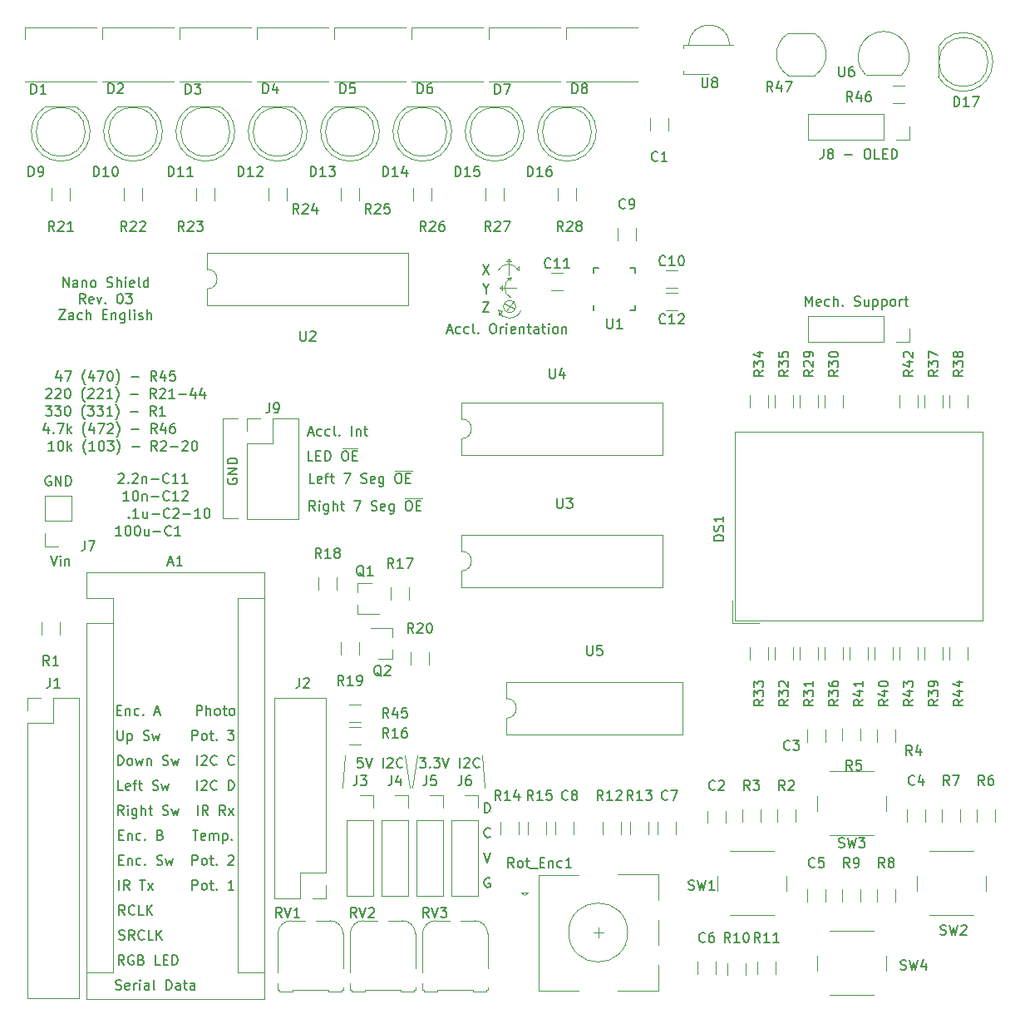
<source format=gbr>
G04 #@! TF.GenerationSoftware,KiCad,Pcbnew,(5.1.6)-1*
G04 #@! TF.CreationDate,2020-08-14T22:04:35-07:00*
G04 #@! TF.ProjectId,NanoDemo,4e616e6f-4465-46d6-9f2e-6b696361645f,rev?*
G04 #@! TF.SameCoordinates,Original*
G04 #@! TF.FileFunction,Legend,Top*
G04 #@! TF.FilePolarity,Positive*
%FSLAX46Y46*%
G04 Gerber Fmt 4.6, Leading zero omitted, Abs format (unit mm)*
G04 Created by KiCad (PCBNEW (5.1.6)-1) date 2020-08-14 22:04:35*
%MOMM*%
%LPD*%
G01*
G04 APERTURE LIST*
%ADD10C,0.120000*%
%ADD11C,0.150000*%
G04 APERTURE END LIST*
D10*
X36830000Y-67056000D02*
X38354000Y-67056000D01*
X36830000Y-56896000D02*
X36830000Y-67056000D01*
X38354000Y-56896000D02*
X36830000Y-56896000D01*
D11*
X37346000Y-62991904D02*
X37298380Y-63087142D01*
X37298380Y-63230000D01*
X37346000Y-63372857D01*
X37441238Y-63468095D01*
X37536476Y-63515714D01*
X37726952Y-63563333D01*
X37869809Y-63563333D01*
X38060285Y-63515714D01*
X38155523Y-63468095D01*
X38250761Y-63372857D01*
X38298380Y-63230000D01*
X38298380Y-63134761D01*
X38250761Y-62991904D01*
X38203142Y-62944285D01*
X37869809Y-62944285D01*
X37869809Y-63134761D01*
X38298380Y-62515714D02*
X37298380Y-62515714D01*
X38298380Y-61944285D01*
X37298380Y-61944285D01*
X38298380Y-61468095D02*
X37298380Y-61468095D01*
X37298380Y-61230000D01*
X37346000Y-61087142D01*
X37441238Y-60991904D01*
X37536476Y-60944285D01*
X37726952Y-60896666D01*
X37869809Y-60896666D01*
X38060285Y-60944285D01*
X38155523Y-60991904D01*
X38250761Y-61087142D01*
X38298380Y-61230000D01*
X38298380Y-61468095D01*
D10*
X55372000Y-65024000D02*
X57150000Y-65024000D01*
X54356000Y-62230000D02*
X56134000Y-62230000D01*
X49022000Y-59944000D02*
X50546000Y-59944000D01*
D11*
X46236571Y-66238380D02*
X45903238Y-65762190D01*
X45665142Y-66238380D02*
X45665142Y-65238380D01*
X46046095Y-65238380D01*
X46141333Y-65286000D01*
X46188952Y-65333619D01*
X46236571Y-65428857D01*
X46236571Y-65571714D01*
X46188952Y-65666952D01*
X46141333Y-65714571D01*
X46046095Y-65762190D01*
X45665142Y-65762190D01*
X46665142Y-66238380D02*
X46665142Y-65571714D01*
X46665142Y-65238380D02*
X46617523Y-65286000D01*
X46665142Y-65333619D01*
X46712761Y-65286000D01*
X46665142Y-65238380D01*
X46665142Y-65333619D01*
X47569904Y-65571714D02*
X47569904Y-66381238D01*
X47522285Y-66476476D01*
X47474666Y-66524095D01*
X47379428Y-66571714D01*
X47236571Y-66571714D01*
X47141333Y-66524095D01*
X47569904Y-66190761D02*
X47474666Y-66238380D01*
X47284190Y-66238380D01*
X47188952Y-66190761D01*
X47141333Y-66143142D01*
X47093714Y-66047904D01*
X47093714Y-65762190D01*
X47141333Y-65666952D01*
X47188952Y-65619333D01*
X47284190Y-65571714D01*
X47474666Y-65571714D01*
X47569904Y-65619333D01*
X48046095Y-66238380D02*
X48046095Y-65238380D01*
X48474666Y-66238380D02*
X48474666Y-65714571D01*
X48427047Y-65619333D01*
X48331809Y-65571714D01*
X48188952Y-65571714D01*
X48093714Y-65619333D01*
X48046095Y-65666952D01*
X48808000Y-65571714D02*
X49188952Y-65571714D01*
X48950857Y-65238380D02*
X48950857Y-66095523D01*
X48998476Y-66190761D01*
X49093714Y-66238380D01*
X49188952Y-66238380D01*
X50188952Y-65238380D02*
X50855619Y-65238380D01*
X50427047Y-66238380D01*
X51950857Y-66190761D02*
X52093714Y-66238380D01*
X52331809Y-66238380D01*
X52427047Y-66190761D01*
X52474666Y-66143142D01*
X52522285Y-66047904D01*
X52522285Y-65952666D01*
X52474666Y-65857428D01*
X52427047Y-65809809D01*
X52331809Y-65762190D01*
X52141333Y-65714571D01*
X52046095Y-65666952D01*
X51998476Y-65619333D01*
X51950857Y-65524095D01*
X51950857Y-65428857D01*
X51998476Y-65333619D01*
X52046095Y-65286000D01*
X52141333Y-65238380D01*
X52379428Y-65238380D01*
X52522285Y-65286000D01*
X53331809Y-66190761D02*
X53236571Y-66238380D01*
X53046095Y-66238380D01*
X52950857Y-66190761D01*
X52903238Y-66095523D01*
X52903238Y-65714571D01*
X52950857Y-65619333D01*
X53046095Y-65571714D01*
X53236571Y-65571714D01*
X53331809Y-65619333D01*
X53379428Y-65714571D01*
X53379428Y-65809809D01*
X52903238Y-65905047D01*
X54236571Y-65571714D02*
X54236571Y-66381238D01*
X54188952Y-66476476D01*
X54141333Y-66524095D01*
X54046095Y-66571714D01*
X53903238Y-66571714D01*
X53808000Y-66524095D01*
X54236571Y-66190761D02*
X54141333Y-66238380D01*
X53950857Y-66238380D01*
X53855619Y-66190761D01*
X53808000Y-66143142D01*
X53760380Y-66047904D01*
X53760380Y-65762190D01*
X53808000Y-65666952D01*
X53855619Y-65619333D01*
X53950857Y-65571714D01*
X54141333Y-65571714D01*
X54236571Y-65619333D01*
X55665142Y-65238380D02*
X55855619Y-65238380D01*
X55950857Y-65286000D01*
X56046095Y-65381238D01*
X56093714Y-65571714D01*
X56093714Y-65905047D01*
X56046095Y-66095523D01*
X55950857Y-66190761D01*
X55855619Y-66238380D01*
X55665142Y-66238380D01*
X55569904Y-66190761D01*
X55474666Y-66095523D01*
X55427047Y-65905047D01*
X55427047Y-65571714D01*
X55474666Y-65381238D01*
X55569904Y-65286000D01*
X55665142Y-65238380D01*
X56522285Y-65714571D02*
X56855619Y-65714571D01*
X56998476Y-66238380D02*
X56522285Y-66238380D01*
X56522285Y-65238380D01*
X56998476Y-65238380D01*
X46157142Y-63444380D02*
X45680952Y-63444380D01*
X45680952Y-62444380D01*
X46871428Y-63396761D02*
X46776190Y-63444380D01*
X46585714Y-63444380D01*
X46490476Y-63396761D01*
X46442857Y-63301523D01*
X46442857Y-62920571D01*
X46490476Y-62825333D01*
X46585714Y-62777714D01*
X46776190Y-62777714D01*
X46871428Y-62825333D01*
X46919047Y-62920571D01*
X46919047Y-63015809D01*
X46442857Y-63111047D01*
X47204761Y-62777714D02*
X47585714Y-62777714D01*
X47347619Y-63444380D02*
X47347619Y-62587238D01*
X47395238Y-62492000D01*
X47490476Y-62444380D01*
X47585714Y-62444380D01*
X47776190Y-62777714D02*
X48157142Y-62777714D01*
X47919047Y-62444380D02*
X47919047Y-63301523D01*
X47966666Y-63396761D01*
X48061904Y-63444380D01*
X48157142Y-63444380D01*
X49157142Y-62444380D02*
X49823809Y-62444380D01*
X49395238Y-63444380D01*
X50919047Y-63396761D02*
X51061904Y-63444380D01*
X51300000Y-63444380D01*
X51395238Y-63396761D01*
X51442857Y-63349142D01*
X51490476Y-63253904D01*
X51490476Y-63158666D01*
X51442857Y-63063428D01*
X51395238Y-63015809D01*
X51300000Y-62968190D01*
X51109523Y-62920571D01*
X51014285Y-62872952D01*
X50966666Y-62825333D01*
X50919047Y-62730095D01*
X50919047Y-62634857D01*
X50966666Y-62539619D01*
X51014285Y-62492000D01*
X51109523Y-62444380D01*
X51347619Y-62444380D01*
X51490476Y-62492000D01*
X52300000Y-63396761D02*
X52204761Y-63444380D01*
X52014285Y-63444380D01*
X51919047Y-63396761D01*
X51871428Y-63301523D01*
X51871428Y-62920571D01*
X51919047Y-62825333D01*
X52014285Y-62777714D01*
X52204761Y-62777714D01*
X52300000Y-62825333D01*
X52347619Y-62920571D01*
X52347619Y-63015809D01*
X51871428Y-63111047D01*
X53204761Y-62777714D02*
X53204761Y-63587238D01*
X53157142Y-63682476D01*
X53109523Y-63730095D01*
X53014285Y-63777714D01*
X52871428Y-63777714D01*
X52776190Y-63730095D01*
X53204761Y-63396761D02*
X53109523Y-63444380D01*
X52919047Y-63444380D01*
X52823809Y-63396761D01*
X52776190Y-63349142D01*
X52728571Y-63253904D01*
X52728571Y-62968190D01*
X52776190Y-62872952D01*
X52823809Y-62825333D01*
X52919047Y-62777714D01*
X53109523Y-62777714D01*
X53204761Y-62825333D01*
X54633333Y-62444380D02*
X54823809Y-62444380D01*
X54919047Y-62492000D01*
X55014285Y-62587238D01*
X55061904Y-62777714D01*
X55061904Y-63111047D01*
X55014285Y-63301523D01*
X54919047Y-63396761D01*
X54823809Y-63444380D01*
X54633333Y-63444380D01*
X54538095Y-63396761D01*
X54442857Y-63301523D01*
X54395238Y-63111047D01*
X54395238Y-62777714D01*
X54442857Y-62587238D01*
X54538095Y-62492000D01*
X54633333Y-62444380D01*
X55490476Y-62920571D02*
X55823809Y-62920571D01*
X55966666Y-63444380D02*
X55490476Y-63444380D01*
X55490476Y-62444380D01*
X55966666Y-62444380D01*
X46006000Y-61158380D02*
X45529809Y-61158380D01*
X45529809Y-60158380D01*
X46339333Y-60634571D02*
X46672666Y-60634571D01*
X46815523Y-61158380D02*
X46339333Y-61158380D01*
X46339333Y-60158380D01*
X46815523Y-60158380D01*
X47244095Y-61158380D02*
X47244095Y-60158380D01*
X47482190Y-60158380D01*
X47625047Y-60206000D01*
X47720285Y-60301238D01*
X47767904Y-60396476D01*
X47815523Y-60586952D01*
X47815523Y-60729809D01*
X47767904Y-60920285D01*
X47720285Y-61015523D01*
X47625047Y-61110761D01*
X47482190Y-61158380D01*
X47244095Y-61158380D01*
X49196476Y-60158380D02*
X49386952Y-60158380D01*
X49482190Y-60206000D01*
X49577428Y-60301238D01*
X49625047Y-60491714D01*
X49625047Y-60825047D01*
X49577428Y-61015523D01*
X49482190Y-61110761D01*
X49386952Y-61158380D01*
X49196476Y-61158380D01*
X49101238Y-61110761D01*
X49006000Y-61015523D01*
X48958380Y-60825047D01*
X48958380Y-60491714D01*
X49006000Y-60301238D01*
X49101238Y-60206000D01*
X49196476Y-60158380D01*
X50053619Y-60634571D02*
X50386952Y-60634571D01*
X50529809Y-61158380D02*
X50053619Y-61158380D01*
X50053619Y-60158380D01*
X50529809Y-60158380D01*
X45561619Y-58332666D02*
X46037809Y-58332666D01*
X45466380Y-58618380D02*
X45799714Y-57618380D01*
X46133047Y-58618380D01*
X46894952Y-58570761D02*
X46799714Y-58618380D01*
X46609238Y-58618380D01*
X46514000Y-58570761D01*
X46466380Y-58523142D01*
X46418761Y-58427904D01*
X46418761Y-58142190D01*
X46466380Y-58046952D01*
X46514000Y-57999333D01*
X46609238Y-57951714D01*
X46799714Y-57951714D01*
X46894952Y-57999333D01*
X47752095Y-58570761D02*
X47656857Y-58618380D01*
X47466380Y-58618380D01*
X47371142Y-58570761D01*
X47323523Y-58523142D01*
X47275904Y-58427904D01*
X47275904Y-58142190D01*
X47323523Y-58046952D01*
X47371142Y-57999333D01*
X47466380Y-57951714D01*
X47656857Y-57951714D01*
X47752095Y-57999333D01*
X48323523Y-58618380D02*
X48228285Y-58570761D01*
X48180666Y-58475523D01*
X48180666Y-57618380D01*
X48704476Y-58523142D02*
X48752095Y-58570761D01*
X48704476Y-58618380D01*
X48656857Y-58570761D01*
X48704476Y-58523142D01*
X48704476Y-58618380D01*
X49942571Y-58618380D02*
X49942571Y-57618380D01*
X50418761Y-57951714D02*
X50418761Y-58618380D01*
X50418761Y-58046952D02*
X50466380Y-57999333D01*
X50561619Y-57951714D01*
X50704476Y-57951714D01*
X50799714Y-57999333D01*
X50847333Y-58094571D01*
X50847333Y-58618380D01*
X51180666Y-57951714D02*
X51561619Y-57951714D01*
X51323523Y-57618380D02*
X51323523Y-58475523D01*
X51371142Y-58570761D01*
X51466380Y-58618380D01*
X51561619Y-58618380D01*
X19052166Y-57697714D02*
X19052166Y-58364380D01*
X18814071Y-57316761D02*
X18575976Y-58031047D01*
X19195023Y-58031047D01*
X19575976Y-58269142D02*
X19623595Y-58316761D01*
X19575976Y-58364380D01*
X19528357Y-58316761D01*
X19575976Y-58269142D01*
X19575976Y-58364380D01*
X19956928Y-57364380D02*
X20623595Y-57364380D01*
X20195023Y-58364380D01*
X21004547Y-58364380D02*
X21004547Y-57364380D01*
X21099785Y-57983428D02*
X21385500Y-58364380D01*
X21385500Y-57697714D02*
X21004547Y-58078666D01*
X22861690Y-58745333D02*
X22814071Y-58697714D01*
X22718833Y-58554857D01*
X22671214Y-58459619D01*
X22623595Y-58316761D01*
X22575976Y-58078666D01*
X22575976Y-57888190D01*
X22623595Y-57650095D01*
X22671214Y-57507238D01*
X22718833Y-57412000D01*
X22814071Y-57269142D01*
X22861690Y-57221523D01*
X23671214Y-57697714D02*
X23671214Y-58364380D01*
X23433119Y-57316761D02*
X23195023Y-58031047D01*
X23814071Y-58031047D01*
X24099785Y-57364380D02*
X24766452Y-57364380D01*
X24337880Y-58364380D01*
X25099785Y-57459619D02*
X25147404Y-57412000D01*
X25242642Y-57364380D01*
X25480738Y-57364380D01*
X25575976Y-57412000D01*
X25623595Y-57459619D01*
X25671214Y-57554857D01*
X25671214Y-57650095D01*
X25623595Y-57792952D01*
X25052166Y-58364380D01*
X25671214Y-58364380D01*
X26004547Y-58745333D02*
X26052166Y-58697714D01*
X26147404Y-58554857D01*
X26195023Y-58459619D01*
X26242642Y-58316761D01*
X26290261Y-58078666D01*
X26290261Y-57888190D01*
X26242642Y-57650095D01*
X26195023Y-57507238D01*
X26147404Y-57412000D01*
X26052166Y-57269142D01*
X26004547Y-57221523D01*
X27528357Y-57983428D02*
X28290261Y-57983428D01*
X30099785Y-58364380D02*
X29766452Y-57888190D01*
X29528357Y-58364380D02*
X29528357Y-57364380D01*
X29909309Y-57364380D01*
X30004547Y-57412000D01*
X30052166Y-57459619D01*
X30099785Y-57554857D01*
X30099785Y-57697714D01*
X30052166Y-57792952D01*
X30004547Y-57840571D01*
X29909309Y-57888190D01*
X29528357Y-57888190D01*
X30956928Y-57697714D02*
X30956928Y-58364380D01*
X30718833Y-57316761D02*
X30480738Y-58031047D01*
X31099785Y-58031047D01*
X31909309Y-57364380D02*
X31718833Y-57364380D01*
X31623595Y-57412000D01*
X31575976Y-57459619D01*
X31480738Y-57602476D01*
X31433119Y-57792952D01*
X31433119Y-58173904D01*
X31480738Y-58269142D01*
X31528357Y-58316761D01*
X31623595Y-58364380D01*
X31814071Y-58364380D01*
X31909309Y-58316761D01*
X31956928Y-58269142D01*
X32004547Y-58173904D01*
X32004547Y-57935809D01*
X31956928Y-57840571D01*
X31909309Y-57792952D01*
X31814071Y-57745333D01*
X31623595Y-57745333D01*
X31528357Y-57792952D01*
X31480738Y-57840571D01*
X31433119Y-57935809D01*
X26195976Y-62539619D02*
X26243595Y-62492000D01*
X26338833Y-62444380D01*
X26576928Y-62444380D01*
X26672166Y-62492000D01*
X26719785Y-62539619D01*
X26767404Y-62634857D01*
X26767404Y-62730095D01*
X26719785Y-62872952D01*
X26148357Y-63444380D01*
X26767404Y-63444380D01*
X27195976Y-63349142D02*
X27243595Y-63396761D01*
X27195976Y-63444380D01*
X27148357Y-63396761D01*
X27195976Y-63349142D01*
X27195976Y-63444380D01*
X27624547Y-62539619D02*
X27672166Y-62492000D01*
X27767404Y-62444380D01*
X28005500Y-62444380D01*
X28100738Y-62492000D01*
X28148357Y-62539619D01*
X28195976Y-62634857D01*
X28195976Y-62730095D01*
X28148357Y-62872952D01*
X27576928Y-63444380D01*
X28195976Y-63444380D01*
X28624547Y-62777714D02*
X28624547Y-63444380D01*
X28624547Y-62872952D02*
X28672166Y-62825333D01*
X28767404Y-62777714D01*
X28910261Y-62777714D01*
X29005500Y-62825333D01*
X29053119Y-62920571D01*
X29053119Y-63444380D01*
X29529309Y-63063428D02*
X30291214Y-63063428D01*
X31338833Y-63349142D02*
X31291214Y-63396761D01*
X31148357Y-63444380D01*
X31053119Y-63444380D01*
X30910261Y-63396761D01*
X30815023Y-63301523D01*
X30767404Y-63206285D01*
X30719785Y-63015809D01*
X30719785Y-62872952D01*
X30767404Y-62682476D01*
X30815023Y-62587238D01*
X30910261Y-62492000D01*
X31053119Y-62444380D01*
X31148357Y-62444380D01*
X31291214Y-62492000D01*
X31338833Y-62539619D01*
X32291214Y-63444380D02*
X31719785Y-63444380D01*
X32005500Y-63444380D02*
X32005500Y-62444380D01*
X31910261Y-62587238D01*
X31815023Y-62682476D01*
X31719785Y-62730095D01*
X33243595Y-63444380D02*
X32672166Y-63444380D01*
X32957880Y-63444380D02*
X32957880Y-62444380D01*
X32862642Y-62587238D01*
X32767404Y-62682476D01*
X32672166Y-62730095D01*
X27275404Y-65222380D02*
X26703976Y-65222380D01*
X26989690Y-65222380D02*
X26989690Y-64222380D01*
X26894452Y-64365238D01*
X26799214Y-64460476D01*
X26703976Y-64508095D01*
X27894452Y-64222380D02*
X27989690Y-64222380D01*
X28084928Y-64270000D01*
X28132547Y-64317619D01*
X28180166Y-64412857D01*
X28227785Y-64603333D01*
X28227785Y-64841428D01*
X28180166Y-65031904D01*
X28132547Y-65127142D01*
X28084928Y-65174761D01*
X27989690Y-65222380D01*
X27894452Y-65222380D01*
X27799214Y-65174761D01*
X27751595Y-65127142D01*
X27703976Y-65031904D01*
X27656357Y-64841428D01*
X27656357Y-64603333D01*
X27703976Y-64412857D01*
X27751595Y-64317619D01*
X27799214Y-64270000D01*
X27894452Y-64222380D01*
X28656357Y-64555714D02*
X28656357Y-65222380D01*
X28656357Y-64650952D02*
X28703976Y-64603333D01*
X28799214Y-64555714D01*
X28942071Y-64555714D01*
X29037309Y-64603333D01*
X29084928Y-64698571D01*
X29084928Y-65222380D01*
X29561119Y-64841428D02*
X30323023Y-64841428D01*
X31370642Y-65127142D02*
X31323023Y-65174761D01*
X31180166Y-65222380D01*
X31084928Y-65222380D01*
X30942071Y-65174761D01*
X30846833Y-65079523D01*
X30799214Y-64984285D01*
X30751595Y-64793809D01*
X30751595Y-64650952D01*
X30799214Y-64460476D01*
X30846833Y-64365238D01*
X30942071Y-64270000D01*
X31084928Y-64222380D01*
X31180166Y-64222380D01*
X31323023Y-64270000D01*
X31370642Y-64317619D01*
X32323023Y-65222380D02*
X31751595Y-65222380D01*
X32037309Y-65222380D02*
X32037309Y-64222380D01*
X31942071Y-64365238D01*
X31846833Y-64460476D01*
X31751595Y-64508095D01*
X32703976Y-64317619D02*
X32751595Y-64270000D01*
X32846833Y-64222380D01*
X33084928Y-64222380D01*
X33180166Y-64270000D01*
X33227785Y-64317619D01*
X33275404Y-64412857D01*
X33275404Y-64508095D01*
X33227785Y-64650952D01*
X32656357Y-65222380D01*
X33275404Y-65222380D01*
D10*
X63246000Y-91186000D02*
X63500000Y-94488000D01*
X56642000Y-91186000D02*
X56134000Y-94488000D01*
X55372000Y-91186000D02*
X55880000Y-94488000D01*
X49276000Y-91186000D02*
X49022000Y-94488000D01*
D11*
X56872571Y-91400380D02*
X57491619Y-91400380D01*
X57158285Y-91781333D01*
X57301142Y-91781333D01*
X57396380Y-91828952D01*
X57444000Y-91876571D01*
X57491619Y-91971809D01*
X57491619Y-92209904D01*
X57444000Y-92305142D01*
X57396380Y-92352761D01*
X57301142Y-92400380D01*
X57015428Y-92400380D01*
X56920190Y-92352761D01*
X56872571Y-92305142D01*
X57920190Y-92305142D02*
X57967809Y-92352761D01*
X57920190Y-92400380D01*
X57872571Y-92352761D01*
X57920190Y-92305142D01*
X57920190Y-92400380D01*
X58301142Y-91400380D02*
X58920190Y-91400380D01*
X58586857Y-91781333D01*
X58729714Y-91781333D01*
X58824952Y-91828952D01*
X58872571Y-91876571D01*
X58920190Y-91971809D01*
X58920190Y-92209904D01*
X58872571Y-92305142D01*
X58824952Y-92352761D01*
X58729714Y-92400380D01*
X58444000Y-92400380D01*
X58348761Y-92352761D01*
X58301142Y-92305142D01*
X59205904Y-91400380D02*
X59539238Y-92400380D01*
X59872571Y-91400380D01*
X60967809Y-92400380D02*
X60967809Y-91400380D01*
X61396380Y-91495619D02*
X61444000Y-91448000D01*
X61539238Y-91400380D01*
X61777333Y-91400380D01*
X61872571Y-91448000D01*
X61920190Y-91495619D01*
X61967809Y-91590857D01*
X61967809Y-91686095D01*
X61920190Y-91828952D01*
X61348761Y-92400380D01*
X61967809Y-92400380D01*
X62967809Y-92305142D02*
X62920190Y-92352761D01*
X62777333Y-92400380D01*
X62682095Y-92400380D01*
X62539238Y-92352761D01*
X62444000Y-92257523D01*
X62396380Y-92162285D01*
X62348761Y-91971809D01*
X62348761Y-91828952D01*
X62396380Y-91638476D01*
X62444000Y-91543238D01*
X62539238Y-91448000D01*
X62682095Y-91400380D01*
X62777333Y-91400380D01*
X62920190Y-91448000D01*
X62967809Y-91495619D01*
X51046285Y-91400380D02*
X50570095Y-91400380D01*
X50522476Y-91876571D01*
X50570095Y-91828952D01*
X50665333Y-91781333D01*
X50903428Y-91781333D01*
X50998666Y-91828952D01*
X51046285Y-91876571D01*
X51093904Y-91971809D01*
X51093904Y-92209904D01*
X51046285Y-92305142D01*
X50998666Y-92352761D01*
X50903428Y-92400380D01*
X50665333Y-92400380D01*
X50570095Y-92352761D01*
X50522476Y-92305142D01*
X51379619Y-91400380D02*
X51712952Y-92400380D01*
X52046285Y-91400380D01*
X53141523Y-92400380D02*
X53141523Y-91400380D01*
X53570095Y-91495619D02*
X53617714Y-91448000D01*
X53712952Y-91400380D01*
X53951047Y-91400380D01*
X54046285Y-91448000D01*
X54093904Y-91495619D01*
X54141523Y-91590857D01*
X54141523Y-91686095D01*
X54093904Y-91828952D01*
X53522476Y-92400380D01*
X54141523Y-92400380D01*
X55141523Y-92305142D02*
X55093904Y-92352761D01*
X54951047Y-92400380D01*
X54855809Y-92400380D01*
X54712952Y-92352761D01*
X54617714Y-92257523D01*
X54570095Y-92162285D01*
X54522476Y-91971809D01*
X54522476Y-91828952D01*
X54570095Y-91638476D01*
X54617714Y-91543238D01*
X54712952Y-91448000D01*
X54855809Y-91400380D01*
X54951047Y-91400380D01*
X55093904Y-91448000D01*
X55141523Y-91495619D01*
X26513404Y-68778380D02*
X25941976Y-68778380D01*
X26227690Y-68778380D02*
X26227690Y-67778380D01*
X26132452Y-67921238D01*
X26037214Y-68016476D01*
X25941976Y-68064095D01*
X27132452Y-67778380D02*
X27227690Y-67778380D01*
X27322928Y-67826000D01*
X27370547Y-67873619D01*
X27418166Y-67968857D01*
X27465785Y-68159333D01*
X27465785Y-68397428D01*
X27418166Y-68587904D01*
X27370547Y-68683142D01*
X27322928Y-68730761D01*
X27227690Y-68778380D01*
X27132452Y-68778380D01*
X27037214Y-68730761D01*
X26989595Y-68683142D01*
X26941976Y-68587904D01*
X26894357Y-68397428D01*
X26894357Y-68159333D01*
X26941976Y-67968857D01*
X26989595Y-67873619D01*
X27037214Y-67826000D01*
X27132452Y-67778380D01*
X28084833Y-67778380D02*
X28180071Y-67778380D01*
X28275309Y-67826000D01*
X28322928Y-67873619D01*
X28370547Y-67968857D01*
X28418166Y-68159333D01*
X28418166Y-68397428D01*
X28370547Y-68587904D01*
X28322928Y-68683142D01*
X28275309Y-68730761D01*
X28180071Y-68778380D01*
X28084833Y-68778380D01*
X27989595Y-68730761D01*
X27941976Y-68683142D01*
X27894357Y-68587904D01*
X27846738Y-68397428D01*
X27846738Y-68159333D01*
X27894357Y-67968857D01*
X27941976Y-67873619D01*
X27989595Y-67826000D01*
X28084833Y-67778380D01*
X29275309Y-68111714D02*
X29275309Y-68778380D01*
X28846738Y-68111714D02*
X28846738Y-68635523D01*
X28894357Y-68730761D01*
X28989595Y-68778380D01*
X29132452Y-68778380D01*
X29227690Y-68730761D01*
X29275309Y-68683142D01*
X29751500Y-68397428D02*
X30513404Y-68397428D01*
X31561023Y-68683142D02*
X31513404Y-68730761D01*
X31370547Y-68778380D01*
X31275309Y-68778380D01*
X31132452Y-68730761D01*
X31037214Y-68635523D01*
X30989595Y-68540285D01*
X30941976Y-68349809D01*
X30941976Y-68206952D01*
X30989595Y-68016476D01*
X31037214Y-67921238D01*
X31132452Y-67826000D01*
X31275309Y-67778380D01*
X31370547Y-67778380D01*
X31513404Y-67826000D01*
X31561023Y-67873619D01*
X32513404Y-68778380D02*
X31941976Y-68778380D01*
X32227690Y-68778380D02*
X32227690Y-67778380D01*
X32132452Y-67921238D01*
X32037214Y-68016476D01*
X31941976Y-68064095D01*
X20322166Y-52363714D02*
X20322166Y-53030380D01*
X20084071Y-51982761D02*
X19845976Y-52697047D01*
X20465023Y-52697047D01*
X20750738Y-52030380D02*
X21417404Y-52030380D01*
X20988833Y-53030380D01*
X22845976Y-53411333D02*
X22798357Y-53363714D01*
X22703119Y-53220857D01*
X22655500Y-53125619D01*
X22607880Y-52982761D01*
X22560261Y-52744666D01*
X22560261Y-52554190D01*
X22607880Y-52316095D01*
X22655500Y-52173238D01*
X22703119Y-52078000D01*
X22798357Y-51935142D01*
X22845976Y-51887523D01*
X23655500Y-52363714D02*
X23655500Y-53030380D01*
X23417404Y-51982761D02*
X23179309Y-52697047D01*
X23798357Y-52697047D01*
X24084071Y-52030380D02*
X24750738Y-52030380D01*
X24322166Y-53030380D01*
X25322166Y-52030380D02*
X25417404Y-52030380D01*
X25512642Y-52078000D01*
X25560261Y-52125619D01*
X25607880Y-52220857D01*
X25655500Y-52411333D01*
X25655500Y-52649428D01*
X25607880Y-52839904D01*
X25560261Y-52935142D01*
X25512642Y-52982761D01*
X25417404Y-53030380D01*
X25322166Y-53030380D01*
X25226928Y-52982761D01*
X25179309Y-52935142D01*
X25131690Y-52839904D01*
X25084071Y-52649428D01*
X25084071Y-52411333D01*
X25131690Y-52220857D01*
X25179309Y-52125619D01*
X25226928Y-52078000D01*
X25322166Y-52030380D01*
X25988833Y-53411333D02*
X26036452Y-53363714D01*
X26131690Y-53220857D01*
X26179309Y-53125619D01*
X26226928Y-52982761D01*
X26274547Y-52744666D01*
X26274547Y-52554190D01*
X26226928Y-52316095D01*
X26179309Y-52173238D01*
X26131690Y-52078000D01*
X26036452Y-51935142D01*
X25988833Y-51887523D01*
X27512642Y-52649428D02*
X28274547Y-52649428D01*
X30084071Y-53030380D02*
X29750738Y-52554190D01*
X29512642Y-53030380D02*
X29512642Y-52030380D01*
X29893595Y-52030380D01*
X29988833Y-52078000D01*
X30036452Y-52125619D01*
X30084071Y-52220857D01*
X30084071Y-52363714D01*
X30036452Y-52458952D01*
X29988833Y-52506571D01*
X29893595Y-52554190D01*
X29512642Y-52554190D01*
X30941214Y-52363714D02*
X30941214Y-53030380D01*
X30703119Y-51982761D02*
X30465023Y-52697047D01*
X31084071Y-52697047D01*
X31941214Y-52030380D02*
X31465023Y-52030380D01*
X31417404Y-52506571D01*
X31465023Y-52458952D01*
X31560261Y-52411333D01*
X31798357Y-52411333D01*
X31893595Y-52458952D01*
X31941214Y-52506571D01*
X31988833Y-52601809D01*
X31988833Y-52839904D01*
X31941214Y-52935142D01*
X31893595Y-52982761D01*
X31798357Y-53030380D01*
X31560261Y-53030380D01*
X31465023Y-52982761D01*
X31417404Y-52935142D01*
X18782357Y-55586380D02*
X19401404Y-55586380D01*
X19068071Y-55967333D01*
X19210928Y-55967333D01*
X19306166Y-56014952D01*
X19353785Y-56062571D01*
X19401404Y-56157809D01*
X19401404Y-56395904D01*
X19353785Y-56491142D01*
X19306166Y-56538761D01*
X19210928Y-56586380D01*
X18925214Y-56586380D01*
X18829976Y-56538761D01*
X18782357Y-56491142D01*
X19734738Y-55586380D02*
X20353785Y-55586380D01*
X20020452Y-55967333D01*
X20163309Y-55967333D01*
X20258547Y-56014952D01*
X20306166Y-56062571D01*
X20353785Y-56157809D01*
X20353785Y-56395904D01*
X20306166Y-56491142D01*
X20258547Y-56538761D01*
X20163309Y-56586380D01*
X19877595Y-56586380D01*
X19782357Y-56538761D01*
X19734738Y-56491142D01*
X20972833Y-55586380D02*
X21068071Y-55586380D01*
X21163309Y-55634000D01*
X21210928Y-55681619D01*
X21258547Y-55776857D01*
X21306166Y-55967333D01*
X21306166Y-56205428D01*
X21258547Y-56395904D01*
X21210928Y-56491142D01*
X21163309Y-56538761D01*
X21068071Y-56586380D01*
X20972833Y-56586380D01*
X20877595Y-56538761D01*
X20829976Y-56491142D01*
X20782357Y-56395904D01*
X20734738Y-56205428D01*
X20734738Y-55967333D01*
X20782357Y-55776857D01*
X20829976Y-55681619D01*
X20877595Y-55634000D01*
X20972833Y-55586380D01*
X22782357Y-56967333D02*
X22734738Y-56919714D01*
X22639500Y-56776857D01*
X22591880Y-56681619D01*
X22544261Y-56538761D01*
X22496642Y-56300666D01*
X22496642Y-56110190D01*
X22544261Y-55872095D01*
X22591880Y-55729238D01*
X22639500Y-55634000D01*
X22734738Y-55491142D01*
X22782357Y-55443523D01*
X23068071Y-55586380D02*
X23687119Y-55586380D01*
X23353785Y-55967333D01*
X23496642Y-55967333D01*
X23591880Y-56014952D01*
X23639500Y-56062571D01*
X23687119Y-56157809D01*
X23687119Y-56395904D01*
X23639500Y-56491142D01*
X23591880Y-56538761D01*
X23496642Y-56586380D01*
X23210928Y-56586380D01*
X23115690Y-56538761D01*
X23068071Y-56491142D01*
X24020452Y-55586380D02*
X24639500Y-55586380D01*
X24306166Y-55967333D01*
X24449023Y-55967333D01*
X24544261Y-56014952D01*
X24591880Y-56062571D01*
X24639500Y-56157809D01*
X24639500Y-56395904D01*
X24591880Y-56491142D01*
X24544261Y-56538761D01*
X24449023Y-56586380D01*
X24163309Y-56586380D01*
X24068071Y-56538761D01*
X24020452Y-56491142D01*
X25591880Y-56586380D02*
X25020452Y-56586380D01*
X25306166Y-56586380D02*
X25306166Y-55586380D01*
X25210928Y-55729238D01*
X25115690Y-55824476D01*
X25020452Y-55872095D01*
X25925214Y-56967333D02*
X25972833Y-56919714D01*
X26068071Y-56776857D01*
X26115690Y-56681619D01*
X26163309Y-56538761D01*
X26210928Y-56300666D01*
X26210928Y-56110190D01*
X26163309Y-55872095D01*
X26115690Y-55729238D01*
X26068071Y-55634000D01*
X25972833Y-55491142D01*
X25925214Y-55443523D01*
X27449023Y-56205428D02*
X28210928Y-56205428D01*
X30020452Y-56586380D02*
X29687119Y-56110190D01*
X29449023Y-56586380D02*
X29449023Y-55586380D01*
X29829976Y-55586380D01*
X29925214Y-55634000D01*
X29972833Y-55681619D01*
X30020452Y-55776857D01*
X30020452Y-55919714D01*
X29972833Y-56014952D01*
X29925214Y-56062571D01*
X29829976Y-56110190D01*
X29449023Y-56110190D01*
X30972833Y-56586380D02*
X30401404Y-56586380D01*
X30687119Y-56586380D02*
X30687119Y-55586380D01*
X30591880Y-55729238D01*
X30496642Y-55824476D01*
X30401404Y-55872095D01*
X27259595Y-66905142D02*
X27307214Y-66952761D01*
X27259595Y-67000380D01*
X27211976Y-66952761D01*
X27259595Y-66905142D01*
X27259595Y-67000380D01*
X28259595Y-67000380D02*
X27688166Y-67000380D01*
X27973880Y-67000380D02*
X27973880Y-66000380D01*
X27878642Y-66143238D01*
X27783404Y-66238476D01*
X27688166Y-66286095D01*
X29116738Y-66333714D02*
X29116738Y-67000380D01*
X28688166Y-66333714D02*
X28688166Y-66857523D01*
X28735785Y-66952761D01*
X28831023Y-67000380D01*
X28973880Y-67000380D01*
X29069119Y-66952761D01*
X29116738Y-66905142D01*
X29592928Y-66619428D02*
X30354833Y-66619428D01*
X31402452Y-66905142D02*
X31354833Y-66952761D01*
X31211976Y-67000380D01*
X31116738Y-67000380D01*
X30973880Y-66952761D01*
X30878642Y-66857523D01*
X30831023Y-66762285D01*
X30783404Y-66571809D01*
X30783404Y-66428952D01*
X30831023Y-66238476D01*
X30878642Y-66143238D01*
X30973880Y-66048000D01*
X31116738Y-66000380D01*
X31211976Y-66000380D01*
X31354833Y-66048000D01*
X31402452Y-66095619D01*
X31783404Y-66095619D02*
X31831023Y-66048000D01*
X31926261Y-66000380D01*
X32164357Y-66000380D01*
X32259595Y-66048000D01*
X32307214Y-66095619D01*
X32354833Y-66190857D01*
X32354833Y-66286095D01*
X32307214Y-66428952D01*
X31735785Y-67000380D01*
X32354833Y-67000380D01*
X32783404Y-66619428D02*
X33545309Y-66619428D01*
X34545309Y-67000380D02*
X33973880Y-67000380D01*
X34259595Y-67000380D02*
X34259595Y-66000380D01*
X34164357Y-66143238D01*
X34069119Y-66238476D01*
X33973880Y-66286095D01*
X35164357Y-66000380D02*
X35259595Y-66000380D01*
X35354833Y-66048000D01*
X35402452Y-66095619D01*
X35450071Y-66190857D01*
X35497690Y-66381333D01*
X35497690Y-66619428D01*
X35450071Y-66809904D01*
X35402452Y-66905142D01*
X35354833Y-66952761D01*
X35259595Y-67000380D01*
X35164357Y-67000380D01*
X35069119Y-66952761D01*
X35021500Y-66905142D01*
X34973880Y-66809904D01*
X34926261Y-66619428D01*
X34926261Y-66381333D01*
X34973880Y-66190857D01*
X35021500Y-66095619D01*
X35069119Y-66048000D01*
X35164357Y-66000380D01*
X19655404Y-60142380D02*
X19083976Y-60142380D01*
X19369690Y-60142380D02*
X19369690Y-59142380D01*
X19274452Y-59285238D01*
X19179214Y-59380476D01*
X19083976Y-59428095D01*
X20274452Y-59142380D02*
X20369690Y-59142380D01*
X20464928Y-59190000D01*
X20512547Y-59237619D01*
X20560166Y-59332857D01*
X20607785Y-59523333D01*
X20607785Y-59761428D01*
X20560166Y-59951904D01*
X20512547Y-60047142D01*
X20464928Y-60094761D01*
X20369690Y-60142380D01*
X20274452Y-60142380D01*
X20179214Y-60094761D01*
X20131595Y-60047142D01*
X20083976Y-59951904D01*
X20036357Y-59761428D01*
X20036357Y-59523333D01*
X20083976Y-59332857D01*
X20131595Y-59237619D01*
X20179214Y-59190000D01*
X20274452Y-59142380D01*
X21036357Y-60142380D02*
X21036357Y-59142380D01*
X21131595Y-59761428D02*
X21417309Y-60142380D01*
X21417309Y-59475714D02*
X21036357Y-59856666D01*
X22893500Y-60523333D02*
X22845880Y-60475714D01*
X22750642Y-60332857D01*
X22703023Y-60237619D01*
X22655404Y-60094761D01*
X22607785Y-59856666D01*
X22607785Y-59666190D01*
X22655404Y-59428095D01*
X22703023Y-59285238D01*
X22750642Y-59190000D01*
X22845880Y-59047142D01*
X22893500Y-58999523D01*
X23798261Y-60142380D02*
X23226833Y-60142380D01*
X23512547Y-60142380D02*
X23512547Y-59142380D01*
X23417309Y-59285238D01*
X23322071Y-59380476D01*
X23226833Y-59428095D01*
X24417309Y-59142380D02*
X24512547Y-59142380D01*
X24607785Y-59190000D01*
X24655404Y-59237619D01*
X24703023Y-59332857D01*
X24750642Y-59523333D01*
X24750642Y-59761428D01*
X24703023Y-59951904D01*
X24655404Y-60047142D01*
X24607785Y-60094761D01*
X24512547Y-60142380D01*
X24417309Y-60142380D01*
X24322071Y-60094761D01*
X24274452Y-60047142D01*
X24226833Y-59951904D01*
X24179214Y-59761428D01*
X24179214Y-59523333D01*
X24226833Y-59332857D01*
X24274452Y-59237619D01*
X24322071Y-59190000D01*
X24417309Y-59142380D01*
X25083976Y-59142380D02*
X25703023Y-59142380D01*
X25369690Y-59523333D01*
X25512547Y-59523333D01*
X25607785Y-59570952D01*
X25655404Y-59618571D01*
X25703023Y-59713809D01*
X25703023Y-59951904D01*
X25655404Y-60047142D01*
X25607785Y-60094761D01*
X25512547Y-60142380D01*
X25226833Y-60142380D01*
X25131595Y-60094761D01*
X25083976Y-60047142D01*
X26036357Y-60523333D02*
X26083976Y-60475714D01*
X26179214Y-60332857D01*
X26226833Y-60237619D01*
X26274452Y-60094761D01*
X26322071Y-59856666D01*
X26322071Y-59666190D01*
X26274452Y-59428095D01*
X26226833Y-59285238D01*
X26179214Y-59190000D01*
X26083976Y-59047142D01*
X26036357Y-58999523D01*
X27560166Y-59761428D02*
X28322071Y-59761428D01*
X30131595Y-60142380D02*
X29798261Y-59666190D01*
X29560166Y-60142380D02*
X29560166Y-59142380D01*
X29941119Y-59142380D01*
X30036357Y-59190000D01*
X30083976Y-59237619D01*
X30131595Y-59332857D01*
X30131595Y-59475714D01*
X30083976Y-59570952D01*
X30036357Y-59618571D01*
X29941119Y-59666190D01*
X29560166Y-59666190D01*
X30512547Y-59237619D02*
X30560166Y-59190000D01*
X30655404Y-59142380D01*
X30893500Y-59142380D01*
X30988738Y-59190000D01*
X31036357Y-59237619D01*
X31083976Y-59332857D01*
X31083976Y-59428095D01*
X31036357Y-59570952D01*
X30464928Y-60142380D01*
X31083976Y-60142380D01*
X31512547Y-59761428D02*
X32274452Y-59761428D01*
X32703023Y-59237619D02*
X32750642Y-59190000D01*
X32845880Y-59142380D01*
X33083976Y-59142380D01*
X33179214Y-59190000D01*
X33226833Y-59237619D01*
X33274452Y-59332857D01*
X33274452Y-59428095D01*
X33226833Y-59570952D01*
X32655404Y-60142380D01*
X33274452Y-60142380D01*
X33893500Y-59142380D02*
X33988738Y-59142380D01*
X34083976Y-59190000D01*
X34131595Y-59237619D01*
X34179214Y-59332857D01*
X34226833Y-59523333D01*
X34226833Y-59761428D01*
X34179214Y-59951904D01*
X34131595Y-60047142D01*
X34083976Y-60094761D01*
X33988738Y-60142380D01*
X33893500Y-60142380D01*
X33798261Y-60094761D01*
X33750642Y-60047142D01*
X33703023Y-59951904D01*
X33655404Y-59761428D01*
X33655404Y-59523333D01*
X33703023Y-59332857D01*
X33750642Y-59237619D01*
X33798261Y-59190000D01*
X33893500Y-59142380D01*
X18829976Y-53903619D02*
X18877595Y-53856000D01*
X18972833Y-53808380D01*
X19210928Y-53808380D01*
X19306166Y-53856000D01*
X19353785Y-53903619D01*
X19401404Y-53998857D01*
X19401404Y-54094095D01*
X19353785Y-54236952D01*
X18782357Y-54808380D01*
X19401404Y-54808380D01*
X19782357Y-53903619D02*
X19829976Y-53856000D01*
X19925214Y-53808380D01*
X20163309Y-53808380D01*
X20258547Y-53856000D01*
X20306166Y-53903619D01*
X20353785Y-53998857D01*
X20353785Y-54094095D01*
X20306166Y-54236952D01*
X19734738Y-54808380D01*
X20353785Y-54808380D01*
X20972833Y-53808380D02*
X21068071Y-53808380D01*
X21163309Y-53856000D01*
X21210928Y-53903619D01*
X21258547Y-53998857D01*
X21306166Y-54189333D01*
X21306166Y-54427428D01*
X21258547Y-54617904D01*
X21210928Y-54713142D01*
X21163309Y-54760761D01*
X21068071Y-54808380D01*
X20972833Y-54808380D01*
X20877595Y-54760761D01*
X20829976Y-54713142D01*
X20782357Y-54617904D01*
X20734738Y-54427428D01*
X20734738Y-54189333D01*
X20782357Y-53998857D01*
X20829976Y-53903619D01*
X20877595Y-53856000D01*
X20972833Y-53808380D01*
X22782357Y-55189333D02*
X22734738Y-55141714D01*
X22639500Y-54998857D01*
X22591880Y-54903619D01*
X22544261Y-54760761D01*
X22496642Y-54522666D01*
X22496642Y-54332190D01*
X22544261Y-54094095D01*
X22591880Y-53951238D01*
X22639500Y-53856000D01*
X22734738Y-53713142D01*
X22782357Y-53665523D01*
X23115690Y-53903619D02*
X23163309Y-53856000D01*
X23258547Y-53808380D01*
X23496642Y-53808380D01*
X23591880Y-53856000D01*
X23639500Y-53903619D01*
X23687119Y-53998857D01*
X23687119Y-54094095D01*
X23639500Y-54236952D01*
X23068071Y-54808380D01*
X23687119Y-54808380D01*
X24068071Y-53903619D02*
X24115690Y-53856000D01*
X24210928Y-53808380D01*
X24449023Y-53808380D01*
X24544261Y-53856000D01*
X24591880Y-53903619D01*
X24639500Y-53998857D01*
X24639500Y-54094095D01*
X24591880Y-54236952D01*
X24020452Y-54808380D01*
X24639500Y-54808380D01*
X25591880Y-54808380D02*
X25020452Y-54808380D01*
X25306166Y-54808380D02*
X25306166Y-53808380D01*
X25210928Y-53951238D01*
X25115690Y-54046476D01*
X25020452Y-54094095D01*
X25925214Y-55189333D02*
X25972833Y-55141714D01*
X26068071Y-54998857D01*
X26115690Y-54903619D01*
X26163309Y-54760761D01*
X26210928Y-54522666D01*
X26210928Y-54332190D01*
X26163309Y-54094095D01*
X26115690Y-53951238D01*
X26068071Y-53856000D01*
X25972833Y-53713142D01*
X25925214Y-53665523D01*
X27449023Y-54427428D02*
X28210928Y-54427428D01*
X30020452Y-54808380D02*
X29687119Y-54332190D01*
X29449023Y-54808380D02*
X29449023Y-53808380D01*
X29829976Y-53808380D01*
X29925214Y-53856000D01*
X29972833Y-53903619D01*
X30020452Y-53998857D01*
X30020452Y-54141714D01*
X29972833Y-54236952D01*
X29925214Y-54284571D01*
X29829976Y-54332190D01*
X29449023Y-54332190D01*
X30401404Y-53903619D02*
X30449023Y-53856000D01*
X30544261Y-53808380D01*
X30782357Y-53808380D01*
X30877595Y-53856000D01*
X30925214Y-53903619D01*
X30972833Y-53998857D01*
X30972833Y-54094095D01*
X30925214Y-54236952D01*
X30353785Y-54808380D01*
X30972833Y-54808380D01*
X31925214Y-54808380D02*
X31353785Y-54808380D01*
X31639500Y-54808380D02*
X31639500Y-53808380D01*
X31544261Y-53951238D01*
X31449023Y-54046476D01*
X31353785Y-54094095D01*
X32353785Y-54427428D02*
X33115690Y-54427428D01*
X34020452Y-54141714D02*
X34020452Y-54808380D01*
X33782357Y-53760761D02*
X33544261Y-54475047D01*
X34163309Y-54475047D01*
X34972833Y-54141714D02*
X34972833Y-54808380D01*
X34734738Y-53760761D02*
X34496642Y-54475047D01*
X35115690Y-54475047D01*
X20558666Y-43506380D02*
X20558666Y-42506380D01*
X21130095Y-43506380D01*
X21130095Y-42506380D01*
X22034857Y-43506380D02*
X22034857Y-42982571D01*
X21987238Y-42887333D01*
X21892000Y-42839714D01*
X21701523Y-42839714D01*
X21606285Y-42887333D01*
X22034857Y-43458761D02*
X21939619Y-43506380D01*
X21701523Y-43506380D01*
X21606285Y-43458761D01*
X21558666Y-43363523D01*
X21558666Y-43268285D01*
X21606285Y-43173047D01*
X21701523Y-43125428D01*
X21939619Y-43125428D01*
X22034857Y-43077809D01*
X22511047Y-42839714D02*
X22511047Y-43506380D01*
X22511047Y-42934952D02*
X22558666Y-42887333D01*
X22653904Y-42839714D01*
X22796761Y-42839714D01*
X22892000Y-42887333D01*
X22939619Y-42982571D01*
X22939619Y-43506380D01*
X23558666Y-43506380D02*
X23463428Y-43458761D01*
X23415809Y-43411142D01*
X23368190Y-43315904D01*
X23368190Y-43030190D01*
X23415809Y-42934952D01*
X23463428Y-42887333D01*
X23558666Y-42839714D01*
X23701523Y-42839714D01*
X23796761Y-42887333D01*
X23844380Y-42934952D01*
X23892000Y-43030190D01*
X23892000Y-43315904D01*
X23844380Y-43411142D01*
X23796761Y-43458761D01*
X23701523Y-43506380D01*
X23558666Y-43506380D01*
X25034857Y-43458761D02*
X25177714Y-43506380D01*
X25415809Y-43506380D01*
X25511047Y-43458761D01*
X25558666Y-43411142D01*
X25606285Y-43315904D01*
X25606285Y-43220666D01*
X25558666Y-43125428D01*
X25511047Y-43077809D01*
X25415809Y-43030190D01*
X25225333Y-42982571D01*
X25130095Y-42934952D01*
X25082476Y-42887333D01*
X25034857Y-42792095D01*
X25034857Y-42696857D01*
X25082476Y-42601619D01*
X25130095Y-42554000D01*
X25225333Y-42506380D01*
X25463428Y-42506380D01*
X25606285Y-42554000D01*
X26034857Y-43506380D02*
X26034857Y-42506380D01*
X26463428Y-43506380D02*
X26463428Y-42982571D01*
X26415809Y-42887333D01*
X26320571Y-42839714D01*
X26177714Y-42839714D01*
X26082476Y-42887333D01*
X26034857Y-42934952D01*
X26939619Y-43506380D02*
X26939619Y-42839714D01*
X26939619Y-42506380D02*
X26892000Y-42554000D01*
X26939619Y-42601619D01*
X26987238Y-42554000D01*
X26939619Y-42506380D01*
X26939619Y-42601619D01*
X27796761Y-43458761D02*
X27701523Y-43506380D01*
X27511047Y-43506380D01*
X27415809Y-43458761D01*
X27368190Y-43363523D01*
X27368190Y-42982571D01*
X27415809Y-42887333D01*
X27511047Y-42839714D01*
X27701523Y-42839714D01*
X27796761Y-42887333D01*
X27844380Y-42982571D01*
X27844380Y-43077809D01*
X27368190Y-43173047D01*
X28415809Y-43506380D02*
X28320571Y-43458761D01*
X28272952Y-43363523D01*
X28272952Y-42506380D01*
X29225333Y-43506380D02*
X29225333Y-42506380D01*
X29225333Y-43458761D02*
X29130095Y-43506380D01*
X28939619Y-43506380D01*
X28844380Y-43458761D01*
X28796761Y-43411142D01*
X28749142Y-43315904D01*
X28749142Y-43030190D01*
X28796761Y-42934952D01*
X28844380Y-42887333D01*
X28939619Y-42839714D01*
X29130095Y-42839714D01*
X29225333Y-42887333D01*
X22820571Y-45156380D02*
X22487238Y-44680190D01*
X22249142Y-45156380D02*
X22249142Y-44156380D01*
X22630095Y-44156380D01*
X22725333Y-44204000D01*
X22772952Y-44251619D01*
X22820571Y-44346857D01*
X22820571Y-44489714D01*
X22772952Y-44584952D01*
X22725333Y-44632571D01*
X22630095Y-44680190D01*
X22249142Y-44680190D01*
X23630095Y-45108761D02*
X23534857Y-45156380D01*
X23344380Y-45156380D01*
X23249142Y-45108761D01*
X23201523Y-45013523D01*
X23201523Y-44632571D01*
X23249142Y-44537333D01*
X23344380Y-44489714D01*
X23534857Y-44489714D01*
X23630095Y-44537333D01*
X23677714Y-44632571D01*
X23677714Y-44727809D01*
X23201523Y-44823047D01*
X24011047Y-44489714D02*
X24249142Y-45156380D01*
X24487238Y-44489714D01*
X24868190Y-45061142D02*
X24915809Y-45108761D01*
X24868190Y-45156380D01*
X24820571Y-45108761D01*
X24868190Y-45061142D01*
X24868190Y-45156380D01*
X26296761Y-44156380D02*
X26392000Y-44156380D01*
X26487238Y-44204000D01*
X26534857Y-44251619D01*
X26582476Y-44346857D01*
X26630095Y-44537333D01*
X26630095Y-44775428D01*
X26582476Y-44965904D01*
X26534857Y-45061142D01*
X26487238Y-45108761D01*
X26392000Y-45156380D01*
X26296761Y-45156380D01*
X26201523Y-45108761D01*
X26153904Y-45061142D01*
X26106285Y-44965904D01*
X26058666Y-44775428D01*
X26058666Y-44537333D01*
X26106285Y-44346857D01*
X26153904Y-44251619D01*
X26201523Y-44204000D01*
X26296761Y-44156380D01*
X26963428Y-44156380D02*
X27582476Y-44156380D01*
X27249142Y-44537333D01*
X27392000Y-44537333D01*
X27487238Y-44584952D01*
X27534857Y-44632571D01*
X27582476Y-44727809D01*
X27582476Y-44965904D01*
X27534857Y-45061142D01*
X27487238Y-45108761D01*
X27392000Y-45156380D01*
X27106285Y-45156380D01*
X27011047Y-45108761D01*
X26963428Y-45061142D01*
X20130095Y-45806380D02*
X20796761Y-45806380D01*
X20130095Y-46806380D01*
X20796761Y-46806380D01*
X21606285Y-46806380D02*
X21606285Y-46282571D01*
X21558666Y-46187333D01*
X21463428Y-46139714D01*
X21272952Y-46139714D01*
X21177714Y-46187333D01*
X21606285Y-46758761D02*
X21511047Y-46806380D01*
X21272952Y-46806380D01*
X21177714Y-46758761D01*
X21130095Y-46663523D01*
X21130095Y-46568285D01*
X21177714Y-46473047D01*
X21272952Y-46425428D01*
X21511047Y-46425428D01*
X21606285Y-46377809D01*
X22511047Y-46758761D02*
X22415809Y-46806380D01*
X22225333Y-46806380D01*
X22130095Y-46758761D01*
X22082476Y-46711142D01*
X22034857Y-46615904D01*
X22034857Y-46330190D01*
X22082476Y-46234952D01*
X22130095Y-46187333D01*
X22225333Y-46139714D01*
X22415809Y-46139714D01*
X22511047Y-46187333D01*
X22939619Y-46806380D02*
X22939619Y-45806380D01*
X23368190Y-46806380D02*
X23368190Y-46282571D01*
X23320571Y-46187333D01*
X23225333Y-46139714D01*
X23082476Y-46139714D01*
X22987238Y-46187333D01*
X22939619Y-46234952D01*
X24606285Y-46282571D02*
X24939619Y-46282571D01*
X25082476Y-46806380D02*
X24606285Y-46806380D01*
X24606285Y-45806380D01*
X25082476Y-45806380D01*
X25511047Y-46139714D02*
X25511047Y-46806380D01*
X25511047Y-46234952D02*
X25558666Y-46187333D01*
X25653904Y-46139714D01*
X25796761Y-46139714D01*
X25892000Y-46187333D01*
X25939619Y-46282571D01*
X25939619Y-46806380D01*
X26844380Y-46139714D02*
X26844380Y-46949238D01*
X26796761Y-47044476D01*
X26749142Y-47092095D01*
X26653904Y-47139714D01*
X26511047Y-47139714D01*
X26415809Y-47092095D01*
X26844380Y-46758761D02*
X26749142Y-46806380D01*
X26558666Y-46806380D01*
X26463428Y-46758761D01*
X26415809Y-46711142D01*
X26368190Y-46615904D01*
X26368190Y-46330190D01*
X26415809Y-46234952D01*
X26463428Y-46187333D01*
X26558666Y-46139714D01*
X26749142Y-46139714D01*
X26844380Y-46187333D01*
X27463428Y-46806380D02*
X27368190Y-46758761D01*
X27320571Y-46663523D01*
X27320571Y-45806380D01*
X27844380Y-46806380D02*
X27844380Y-46139714D01*
X27844380Y-45806380D02*
X27796761Y-45854000D01*
X27844380Y-45901619D01*
X27892000Y-45854000D01*
X27844380Y-45806380D01*
X27844380Y-45901619D01*
X28272952Y-46758761D02*
X28368190Y-46806380D01*
X28558666Y-46806380D01*
X28653904Y-46758761D01*
X28701523Y-46663523D01*
X28701523Y-46615904D01*
X28653904Y-46520666D01*
X28558666Y-46473047D01*
X28415809Y-46473047D01*
X28320571Y-46425428D01*
X28272952Y-46330190D01*
X28272952Y-46282571D01*
X28320571Y-46187333D01*
X28415809Y-46139714D01*
X28558666Y-46139714D01*
X28653904Y-46187333D01*
X29130095Y-46806380D02*
X29130095Y-45806380D01*
X29558666Y-46806380D02*
X29558666Y-46282571D01*
X29511047Y-46187333D01*
X29415809Y-46139714D01*
X29272952Y-46139714D01*
X29177714Y-46187333D01*
X29130095Y-46234952D01*
X33718761Y-104846380D02*
X33718761Y-103846380D01*
X34099714Y-103846380D01*
X34194952Y-103894000D01*
X34242571Y-103941619D01*
X34290190Y-104036857D01*
X34290190Y-104179714D01*
X34242571Y-104274952D01*
X34194952Y-104322571D01*
X34099714Y-104370190D01*
X33718761Y-104370190D01*
X34861619Y-104846380D02*
X34766380Y-104798761D01*
X34718761Y-104751142D01*
X34671142Y-104655904D01*
X34671142Y-104370190D01*
X34718761Y-104274952D01*
X34766380Y-104227333D01*
X34861619Y-104179714D01*
X35004476Y-104179714D01*
X35099714Y-104227333D01*
X35147333Y-104274952D01*
X35194952Y-104370190D01*
X35194952Y-104655904D01*
X35147333Y-104751142D01*
X35099714Y-104798761D01*
X35004476Y-104846380D01*
X34861619Y-104846380D01*
X35480666Y-104179714D02*
X35861619Y-104179714D01*
X35623523Y-103846380D02*
X35623523Y-104703523D01*
X35671142Y-104798761D01*
X35766380Y-104846380D01*
X35861619Y-104846380D01*
X36194952Y-104751142D02*
X36242571Y-104798761D01*
X36194952Y-104846380D01*
X36147333Y-104798761D01*
X36194952Y-104751142D01*
X36194952Y-104846380D01*
X37956857Y-104846380D02*
X37385428Y-104846380D01*
X37671142Y-104846380D02*
X37671142Y-103846380D01*
X37575904Y-103989238D01*
X37480666Y-104084476D01*
X37385428Y-104132095D01*
X33718761Y-102306380D02*
X33718761Y-101306380D01*
X34099714Y-101306380D01*
X34194952Y-101354000D01*
X34242571Y-101401619D01*
X34290190Y-101496857D01*
X34290190Y-101639714D01*
X34242571Y-101734952D01*
X34194952Y-101782571D01*
X34099714Y-101830190D01*
X33718761Y-101830190D01*
X34861619Y-102306380D02*
X34766380Y-102258761D01*
X34718761Y-102211142D01*
X34671142Y-102115904D01*
X34671142Y-101830190D01*
X34718761Y-101734952D01*
X34766380Y-101687333D01*
X34861619Y-101639714D01*
X35004476Y-101639714D01*
X35099714Y-101687333D01*
X35147333Y-101734952D01*
X35194952Y-101830190D01*
X35194952Y-102115904D01*
X35147333Y-102211142D01*
X35099714Y-102258761D01*
X35004476Y-102306380D01*
X34861619Y-102306380D01*
X35480666Y-101639714D02*
X35861619Y-101639714D01*
X35623523Y-101306380D02*
X35623523Y-102163523D01*
X35671142Y-102258761D01*
X35766380Y-102306380D01*
X35861619Y-102306380D01*
X36194952Y-102211142D02*
X36242571Y-102258761D01*
X36194952Y-102306380D01*
X36147333Y-102258761D01*
X36194952Y-102211142D01*
X36194952Y-102306380D01*
X37385428Y-101401619D02*
X37433047Y-101354000D01*
X37528285Y-101306380D01*
X37766380Y-101306380D01*
X37861619Y-101354000D01*
X37909238Y-101401619D01*
X37956857Y-101496857D01*
X37956857Y-101592095D01*
X37909238Y-101734952D01*
X37337809Y-102306380D01*
X37956857Y-102306380D01*
X33718761Y-89606380D02*
X33718761Y-88606380D01*
X34099714Y-88606380D01*
X34194952Y-88654000D01*
X34242571Y-88701619D01*
X34290190Y-88796857D01*
X34290190Y-88939714D01*
X34242571Y-89034952D01*
X34194952Y-89082571D01*
X34099714Y-89130190D01*
X33718761Y-89130190D01*
X34861619Y-89606380D02*
X34766380Y-89558761D01*
X34718761Y-89511142D01*
X34671142Y-89415904D01*
X34671142Y-89130190D01*
X34718761Y-89034952D01*
X34766380Y-88987333D01*
X34861619Y-88939714D01*
X35004476Y-88939714D01*
X35099714Y-88987333D01*
X35147333Y-89034952D01*
X35194952Y-89130190D01*
X35194952Y-89415904D01*
X35147333Y-89511142D01*
X35099714Y-89558761D01*
X35004476Y-89606380D01*
X34861619Y-89606380D01*
X35480666Y-88939714D02*
X35861619Y-88939714D01*
X35623523Y-88606380D02*
X35623523Y-89463523D01*
X35671142Y-89558761D01*
X35766380Y-89606380D01*
X35861619Y-89606380D01*
X36194952Y-89511142D02*
X36242571Y-89558761D01*
X36194952Y-89606380D01*
X36147333Y-89558761D01*
X36194952Y-89511142D01*
X36194952Y-89606380D01*
X37337809Y-88606380D02*
X37956857Y-88606380D01*
X37623523Y-88987333D01*
X37766380Y-88987333D01*
X37861619Y-89034952D01*
X37909238Y-89082571D01*
X37956857Y-89177809D01*
X37956857Y-89415904D01*
X37909238Y-89511142D01*
X37861619Y-89558761D01*
X37766380Y-89606380D01*
X37480666Y-89606380D01*
X37385428Y-89558761D01*
X37337809Y-89511142D01*
X34163238Y-87066380D02*
X34163238Y-86066380D01*
X34544190Y-86066380D01*
X34639428Y-86114000D01*
X34687047Y-86161619D01*
X34734666Y-86256857D01*
X34734666Y-86399714D01*
X34687047Y-86494952D01*
X34639428Y-86542571D01*
X34544190Y-86590190D01*
X34163238Y-86590190D01*
X35163238Y-87066380D02*
X35163238Y-86066380D01*
X35591809Y-87066380D02*
X35591809Y-86542571D01*
X35544190Y-86447333D01*
X35448952Y-86399714D01*
X35306095Y-86399714D01*
X35210857Y-86447333D01*
X35163238Y-86494952D01*
X36210857Y-87066380D02*
X36115619Y-87018761D01*
X36068000Y-86971142D01*
X36020380Y-86875904D01*
X36020380Y-86590190D01*
X36068000Y-86494952D01*
X36115619Y-86447333D01*
X36210857Y-86399714D01*
X36353714Y-86399714D01*
X36448952Y-86447333D01*
X36496571Y-86494952D01*
X36544190Y-86590190D01*
X36544190Y-86875904D01*
X36496571Y-86971142D01*
X36448952Y-87018761D01*
X36353714Y-87066380D01*
X36210857Y-87066380D01*
X36829904Y-86399714D02*
X37210857Y-86399714D01*
X36972761Y-86066380D02*
X36972761Y-86923523D01*
X37020380Y-87018761D01*
X37115619Y-87066380D01*
X37210857Y-87066380D01*
X37687047Y-87066380D02*
X37591809Y-87018761D01*
X37544190Y-86971142D01*
X37496571Y-86875904D01*
X37496571Y-86590190D01*
X37544190Y-86494952D01*
X37591809Y-86447333D01*
X37687047Y-86399714D01*
X37829904Y-86399714D01*
X37925142Y-86447333D01*
X37972761Y-86494952D01*
X38020380Y-86590190D01*
X38020380Y-86875904D01*
X37972761Y-86971142D01*
X37925142Y-87018761D01*
X37829904Y-87066380D01*
X37687047Y-87066380D01*
X34210857Y-94686380D02*
X34210857Y-93686380D01*
X34639428Y-93781619D02*
X34687047Y-93734000D01*
X34782285Y-93686380D01*
X35020380Y-93686380D01*
X35115619Y-93734000D01*
X35163238Y-93781619D01*
X35210857Y-93876857D01*
X35210857Y-93972095D01*
X35163238Y-94114952D01*
X34591809Y-94686380D01*
X35210857Y-94686380D01*
X36210857Y-94591142D02*
X36163238Y-94638761D01*
X36020380Y-94686380D01*
X35925142Y-94686380D01*
X35782285Y-94638761D01*
X35687047Y-94543523D01*
X35639428Y-94448285D01*
X35591809Y-94257809D01*
X35591809Y-94114952D01*
X35639428Y-93924476D01*
X35687047Y-93829238D01*
X35782285Y-93734000D01*
X35925142Y-93686380D01*
X36020380Y-93686380D01*
X36163238Y-93734000D01*
X36210857Y-93781619D01*
X37401333Y-94686380D02*
X37401333Y-93686380D01*
X37639428Y-93686380D01*
X37782285Y-93734000D01*
X37877523Y-93829238D01*
X37925142Y-93924476D01*
X37972761Y-94114952D01*
X37972761Y-94257809D01*
X37925142Y-94448285D01*
X37877523Y-94543523D01*
X37782285Y-94638761D01*
X37639428Y-94686380D01*
X37401333Y-94686380D01*
X34210857Y-92146380D02*
X34210857Y-91146380D01*
X34639428Y-91241619D02*
X34687047Y-91194000D01*
X34782285Y-91146380D01*
X35020380Y-91146380D01*
X35115619Y-91194000D01*
X35163238Y-91241619D01*
X35210857Y-91336857D01*
X35210857Y-91432095D01*
X35163238Y-91574952D01*
X34591809Y-92146380D01*
X35210857Y-92146380D01*
X36210857Y-92051142D02*
X36163238Y-92098761D01*
X36020380Y-92146380D01*
X35925142Y-92146380D01*
X35782285Y-92098761D01*
X35687047Y-92003523D01*
X35639428Y-91908285D01*
X35591809Y-91717809D01*
X35591809Y-91574952D01*
X35639428Y-91384476D01*
X35687047Y-91289238D01*
X35782285Y-91194000D01*
X35925142Y-91146380D01*
X36020380Y-91146380D01*
X36163238Y-91194000D01*
X36210857Y-91241619D01*
X37972761Y-92051142D02*
X37925142Y-92098761D01*
X37782285Y-92146380D01*
X37687047Y-92146380D01*
X37544190Y-92098761D01*
X37448952Y-92003523D01*
X37401333Y-91908285D01*
X37353714Y-91717809D01*
X37353714Y-91574952D01*
X37401333Y-91384476D01*
X37448952Y-91289238D01*
X37544190Y-91194000D01*
X37687047Y-91146380D01*
X37782285Y-91146380D01*
X37925142Y-91194000D01*
X37972761Y-91241619D01*
X26273333Y-104846380D02*
X26273333Y-103846380D01*
X27320952Y-104846380D02*
X26987619Y-104370190D01*
X26749523Y-104846380D02*
X26749523Y-103846380D01*
X27130476Y-103846380D01*
X27225714Y-103894000D01*
X27273333Y-103941619D01*
X27320952Y-104036857D01*
X27320952Y-104179714D01*
X27273333Y-104274952D01*
X27225714Y-104322571D01*
X27130476Y-104370190D01*
X26749523Y-104370190D01*
X28368571Y-103846380D02*
X28940000Y-103846380D01*
X28654285Y-104846380D02*
X28654285Y-103846380D01*
X29178095Y-104846380D02*
X29701904Y-104179714D01*
X29178095Y-104179714D02*
X29701904Y-104846380D01*
X34282285Y-97226380D02*
X34282285Y-96226380D01*
X35329904Y-97226380D02*
X34996571Y-96750190D01*
X34758476Y-97226380D02*
X34758476Y-96226380D01*
X35139428Y-96226380D01*
X35234666Y-96274000D01*
X35282285Y-96321619D01*
X35329904Y-96416857D01*
X35329904Y-96559714D01*
X35282285Y-96654952D01*
X35234666Y-96702571D01*
X35139428Y-96750190D01*
X34758476Y-96750190D01*
X37091809Y-97226380D02*
X36758476Y-96750190D01*
X36520380Y-97226380D02*
X36520380Y-96226380D01*
X36901333Y-96226380D01*
X36996571Y-96274000D01*
X37044190Y-96321619D01*
X37091809Y-96416857D01*
X37091809Y-96559714D01*
X37044190Y-96654952D01*
X36996571Y-96702571D01*
X36901333Y-96750190D01*
X36520380Y-96750190D01*
X37425142Y-97226380D02*
X37948952Y-96559714D01*
X37425142Y-96559714D02*
X37948952Y-97226380D01*
X25924380Y-114958761D02*
X26067238Y-115006380D01*
X26305333Y-115006380D01*
X26400571Y-114958761D01*
X26448190Y-114911142D01*
X26495809Y-114815904D01*
X26495809Y-114720666D01*
X26448190Y-114625428D01*
X26400571Y-114577809D01*
X26305333Y-114530190D01*
X26114857Y-114482571D01*
X26019619Y-114434952D01*
X25972000Y-114387333D01*
X25924380Y-114292095D01*
X25924380Y-114196857D01*
X25972000Y-114101619D01*
X26019619Y-114054000D01*
X26114857Y-114006380D01*
X26352952Y-114006380D01*
X26495809Y-114054000D01*
X27305333Y-114958761D02*
X27210095Y-115006380D01*
X27019619Y-115006380D01*
X26924380Y-114958761D01*
X26876761Y-114863523D01*
X26876761Y-114482571D01*
X26924380Y-114387333D01*
X27019619Y-114339714D01*
X27210095Y-114339714D01*
X27305333Y-114387333D01*
X27352952Y-114482571D01*
X27352952Y-114577809D01*
X26876761Y-114673047D01*
X27781523Y-115006380D02*
X27781523Y-114339714D01*
X27781523Y-114530190D02*
X27829142Y-114434952D01*
X27876761Y-114387333D01*
X27972000Y-114339714D01*
X28067238Y-114339714D01*
X28400571Y-115006380D02*
X28400571Y-114339714D01*
X28400571Y-114006380D02*
X28352952Y-114054000D01*
X28400571Y-114101619D01*
X28448190Y-114054000D01*
X28400571Y-114006380D01*
X28400571Y-114101619D01*
X29305333Y-115006380D02*
X29305333Y-114482571D01*
X29257714Y-114387333D01*
X29162476Y-114339714D01*
X28972000Y-114339714D01*
X28876761Y-114387333D01*
X29305333Y-114958761D02*
X29210095Y-115006380D01*
X28972000Y-115006380D01*
X28876761Y-114958761D01*
X28829142Y-114863523D01*
X28829142Y-114768285D01*
X28876761Y-114673047D01*
X28972000Y-114625428D01*
X29210095Y-114625428D01*
X29305333Y-114577809D01*
X29924380Y-115006380D02*
X29829142Y-114958761D01*
X29781523Y-114863523D01*
X29781523Y-114006380D01*
X31067238Y-115006380D02*
X31067238Y-114006380D01*
X31305333Y-114006380D01*
X31448190Y-114054000D01*
X31543428Y-114149238D01*
X31591047Y-114244476D01*
X31638666Y-114434952D01*
X31638666Y-114577809D01*
X31591047Y-114768285D01*
X31543428Y-114863523D01*
X31448190Y-114958761D01*
X31305333Y-115006380D01*
X31067238Y-115006380D01*
X32495809Y-115006380D02*
X32495809Y-114482571D01*
X32448190Y-114387333D01*
X32352952Y-114339714D01*
X32162476Y-114339714D01*
X32067238Y-114387333D01*
X32495809Y-114958761D02*
X32400571Y-115006380D01*
X32162476Y-115006380D01*
X32067238Y-114958761D01*
X32019619Y-114863523D01*
X32019619Y-114768285D01*
X32067238Y-114673047D01*
X32162476Y-114625428D01*
X32400571Y-114625428D01*
X32495809Y-114577809D01*
X32829142Y-114339714D02*
X33210095Y-114339714D01*
X32972000Y-114006380D02*
X32972000Y-114863523D01*
X33019619Y-114958761D01*
X33114857Y-115006380D01*
X33210095Y-115006380D01*
X33972000Y-115006380D02*
X33972000Y-114482571D01*
X33924380Y-114387333D01*
X33829142Y-114339714D01*
X33638666Y-114339714D01*
X33543428Y-114387333D01*
X33972000Y-114958761D02*
X33876761Y-115006380D01*
X33638666Y-115006380D01*
X33543428Y-114958761D01*
X33495809Y-114863523D01*
X33495809Y-114768285D01*
X33543428Y-114673047D01*
X33638666Y-114625428D01*
X33876761Y-114625428D01*
X33972000Y-114577809D01*
X26781428Y-112466380D02*
X26448095Y-111990190D01*
X26210000Y-112466380D02*
X26210000Y-111466380D01*
X26590952Y-111466380D01*
X26686190Y-111514000D01*
X26733809Y-111561619D01*
X26781428Y-111656857D01*
X26781428Y-111799714D01*
X26733809Y-111894952D01*
X26686190Y-111942571D01*
X26590952Y-111990190D01*
X26210000Y-111990190D01*
X27733809Y-111514000D02*
X27638571Y-111466380D01*
X27495714Y-111466380D01*
X27352857Y-111514000D01*
X27257619Y-111609238D01*
X27210000Y-111704476D01*
X27162380Y-111894952D01*
X27162380Y-112037809D01*
X27210000Y-112228285D01*
X27257619Y-112323523D01*
X27352857Y-112418761D01*
X27495714Y-112466380D01*
X27590952Y-112466380D01*
X27733809Y-112418761D01*
X27781428Y-112371142D01*
X27781428Y-112037809D01*
X27590952Y-112037809D01*
X28543333Y-111942571D02*
X28686190Y-111990190D01*
X28733809Y-112037809D01*
X28781428Y-112133047D01*
X28781428Y-112275904D01*
X28733809Y-112371142D01*
X28686190Y-112418761D01*
X28590952Y-112466380D01*
X28210000Y-112466380D01*
X28210000Y-111466380D01*
X28543333Y-111466380D01*
X28638571Y-111514000D01*
X28686190Y-111561619D01*
X28733809Y-111656857D01*
X28733809Y-111752095D01*
X28686190Y-111847333D01*
X28638571Y-111894952D01*
X28543333Y-111942571D01*
X28210000Y-111942571D01*
X30448095Y-112466380D02*
X29971904Y-112466380D01*
X29971904Y-111466380D01*
X30781428Y-111942571D02*
X31114761Y-111942571D01*
X31257619Y-112466380D02*
X30781428Y-112466380D01*
X30781428Y-111466380D01*
X31257619Y-111466380D01*
X31686190Y-112466380D02*
X31686190Y-111466380D01*
X31924285Y-111466380D01*
X32067142Y-111514000D01*
X32162380Y-111609238D01*
X32210000Y-111704476D01*
X32257619Y-111894952D01*
X32257619Y-112037809D01*
X32210000Y-112228285D01*
X32162380Y-112323523D01*
X32067142Y-112418761D01*
X31924285Y-112466380D01*
X31686190Y-112466380D01*
X26257523Y-109878761D02*
X26400380Y-109926380D01*
X26638476Y-109926380D01*
X26733714Y-109878761D01*
X26781333Y-109831142D01*
X26828952Y-109735904D01*
X26828952Y-109640666D01*
X26781333Y-109545428D01*
X26733714Y-109497809D01*
X26638476Y-109450190D01*
X26448000Y-109402571D01*
X26352761Y-109354952D01*
X26305142Y-109307333D01*
X26257523Y-109212095D01*
X26257523Y-109116857D01*
X26305142Y-109021619D01*
X26352761Y-108974000D01*
X26448000Y-108926380D01*
X26686095Y-108926380D01*
X26828952Y-108974000D01*
X27828952Y-109926380D02*
X27495619Y-109450190D01*
X27257523Y-109926380D02*
X27257523Y-108926380D01*
X27638476Y-108926380D01*
X27733714Y-108974000D01*
X27781333Y-109021619D01*
X27828952Y-109116857D01*
X27828952Y-109259714D01*
X27781333Y-109354952D01*
X27733714Y-109402571D01*
X27638476Y-109450190D01*
X27257523Y-109450190D01*
X28828952Y-109831142D02*
X28781333Y-109878761D01*
X28638476Y-109926380D01*
X28543238Y-109926380D01*
X28400380Y-109878761D01*
X28305142Y-109783523D01*
X28257523Y-109688285D01*
X28209904Y-109497809D01*
X28209904Y-109354952D01*
X28257523Y-109164476D01*
X28305142Y-109069238D01*
X28400380Y-108974000D01*
X28543238Y-108926380D01*
X28638476Y-108926380D01*
X28781333Y-108974000D01*
X28828952Y-109021619D01*
X29733714Y-109926380D02*
X29257523Y-109926380D01*
X29257523Y-108926380D01*
X30067047Y-109926380D02*
X30067047Y-108926380D01*
X30638476Y-109926380D02*
X30209904Y-109354952D01*
X30638476Y-108926380D02*
X30067047Y-109497809D01*
X26844761Y-107386380D02*
X26511428Y-106910190D01*
X26273333Y-107386380D02*
X26273333Y-106386380D01*
X26654285Y-106386380D01*
X26749523Y-106434000D01*
X26797142Y-106481619D01*
X26844761Y-106576857D01*
X26844761Y-106719714D01*
X26797142Y-106814952D01*
X26749523Y-106862571D01*
X26654285Y-106910190D01*
X26273333Y-106910190D01*
X27844761Y-107291142D02*
X27797142Y-107338761D01*
X27654285Y-107386380D01*
X27559047Y-107386380D01*
X27416190Y-107338761D01*
X27320952Y-107243523D01*
X27273333Y-107148285D01*
X27225714Y-106957809D01*
X27225714Y-106814952D01*
X27273333Y-106624476D01*
X27320952Y-106529238D01*
X27416190Y-106434000D01*
X27559047Y-106386380D01*
X27654285Y-106386380D01*
X27797142Y-106434000D01*
X27844761Y-106481619D01*
X28749523Y-107386380D02*
X28273333Y-107386380D01*
X28273333Y-106386380D01*
X29082857Y-107386380D02*
X29082857Y-106386380D01*
X29654285Y-107386380D02*
X29225714Y-106814952D01*
X29654285Y-106386380D02*
X29082857Y-106957809D01*
X33742571Y-98766380D02*
X34314000Y-98766380D01*
X34028285Y-99766380D02*
X34028285Y-98766380D01*
X35028285Y-99718761D02*
X34933047Y-99766380D01*
X34742571Y-99766380D01*
X34647333Y-99718761D01*
X34599714Y-99623523D01*
X34599714Y-99242571D01*
X34647333Y-99147333D01*
X34742571Y-99099714D01*
X34933047Y-99099714D01*
X35028285Y-99147333D01*
X35075904Y-99242571D01*
X35075904Y-99337809D01*
X34599714Y-99433047D01*
X35504476Y-99766380D02*
X35504476Y-99099714D01*
X35504476Y-99194952D02*
X35552095Y-99147333D01*
X35647333Y-99099714D01*
X35790190Y-99099714D01*
X35885428Y-99147333D01*
X35933047Y-99242571D01*
X35933047Y-99766380D01*
X35933047Y-99242571D02*
X35980666Y-99147333D01*
X36075904Y-99099714D01*
X36218761Y-99099714D01*
X36314000Y-99147333D01*
X36361619Y-99242571D01*
X36361619Y-99766380D01*
X36837809Y-99099714D02*
X36837809Y-100099714D01*
X36837809Y-99147333D02*
X36933047Y-99099714D01*
X37123523Y-99099714D01*
X37218761Y-99147333D01*
X37266380Y-99194952D01*
X37314000Y-99290190D01*
X37314000Y-99575904D01*
X37266380Y-99671142D01*
X37218761Y-99718761D01*
X37123523Y-99766380D01*
X36933047Y-99766380D01*
X36837809Y-99718761D01*
X37742571Y-99671142D02*
X37790190Y-99718761D01*
X37742571Y-99766380D01*
X37694952Y-99718761D01*
X37742571Y-99671142D01*
X37742571Y-99766380D01*
X26241714Y-101782571D02*
X26575047Y-101782571D01*
X26717904Y-102306380D02*
X26241714Y-102306380D01*
X26241714Y-101306380D01*
X26717904Y-101306380D01*
X27146476Y-101639714D02*
X27146476Y-102306380D01*
X27146476Y-101734952D02*
X27194095Y-101687333D01*
X27289333Y-101639714D01*
X27432190Y-101639714D01*
X27527428Y-101687333D01*
X27575047Y-101782571D01*
X27575047Y-102306380D01*
X28479809Y-102258761D02*
X28384571Y-102306380D01*
X28194095Y-102306380D01*
X28098857Y-102258761D01*
X28051238Y-102211142D01*
X28003619Y-102115904D01*
X28003619Y-101830190D01*
X28051238Y-101734952D01*
X28098857Y-101687333D01*
X28194095Y-101639714D01*
X28384571Y-101639714D01*
X28479809Y-101687333D01*
X28908380Y-102211142D02*
X28956000Y-102258761D01*
X28908380Y-102306380D01*
X28860761Y-102258761D01*
X28908380Y-102211142D01*
X28908380Y-102306380D01*
X30098857Y-102258761D02*
X30241714Y-102306380D01*
X30479809Y-102306380D01*
X30575047Y-102258761D01*
X30622666Y-102211142D01*
X30670285Y-102115904D01*
X30670285Y-102020666D01*
X30622666Y-101925428D01*
X30575047Y-101877809D01*
X30479809Y-101830190D01*
X30289333Y-101782571D01*
X30194095Y-101734952D01*
X30146476Y-101687333D01*
X30098857Y-101592095D01*
X30098857Y-101496857D01*
X30146476Y-101401619D01*
X30194095Y-101354000D01*
X30289333Y-101306380D01*
X30527428Y-101306380D01*
X30670285Y-101354000D01*
X31003619Y-101639714D02*
X31194095Y-102306380D01*
X31384571Y-101830190D01*
X31575047Y-102306380D01*
X31765523Y-101639714D01*
X26233714Y-99242571D02*
X26567047Y-99242571D01*
X26709904Y-99766380D02*
X26233714Y-99766380D01*
X26233714Y-98766380D01*
X26709904Y-98766380D01*
X27138476Y-99099714D02*
X27138476Y-99766380D01*
X27138476Y-99194952D02*
X27186095Y-99147333D01*
X27281333Y-99099714D01*
X27424190Y-99099714D01*
X27519428Y-99147333D01*
X27567047Y-99242571D01*
X27567047Y-99766380D01*
X28471809Y-99718761D02*
X28376571Y-99766380D01*
X28186095Y-99766380D01*
X28090857Y-99718761D01*
X28043238Y-99671142D01*
X27995619Y-99575904D01*
X27995619Y-99290190D01*
X28043238Y-99194952D01*
X28090857Y-99147333D01*
X28186095Y-99099714D01*
X28376571Y-99099714D01*
X28471809Y-99147333D01*
X28900380Y-99671142D02*
X28948000Y-99718761D01*
X28900380Y-99766380D01*
X28852761Y-99718761D01*
X28900380Y-99671142D01*
X28900380Y-99766380D01*
X30471809Y-99242571D02*
X30614666Y-99290190D01*
X30662285Y-99337809D01*
X30709904Y-99433047D01*
X30709904Y-99575904D01*
X30662285Y-99671142D01*
X30614666Y-99718761D01*
X30519428Y-99766380D01*
X30138476Y-99766380D01*
X30138476Y-98766380D01*
X30471809Y-98766380D01*
X30567047Y-98814000D01*
X30614666Y-98861619D01*
X30662285Y-98956857D01*
X30662285Y-99052095D01*
X30614666Y-99147333D01*
X30567047Y-99194952D01*
X30471809Y-99242571D01*
X30138476Y-99242571D01*
X26710000Y-97226380D02*
X26376666Y-96750190D01*
X26138571Y-97226380D02*
X26138571Y-96226380D01*
X26519523Y-96226380D01*
X26614761Y-96274000D01*
X26662380Y-96321619D01*
X26710000Y-96416857D01*
X26710000Y-96559714D01*
X26662380Y-96654952D01*
X26614761Y-96702571D01*
X26519523Y-96750190D01*
X26138571Y-96750190D01*
X27138571Y-97226380D02*
X27138571Y-96559714D01*
X27138571Y-96226380D02*
X27090952Y-96274000D01*
X27138571Y-96321619D01*
X27186190Y-96274000D01*
X27138571Y-96226380D01*
X27138571Y-96321619D01*
X28043333Y-96559714D02*
X28043333Y-97369238D01*
X27995714Y-97464476D01*
X27948095Y-97512095D01*
X27852857Y-97559714D01*
X27710000Y-97559714D01*
X27614761Y-97512095D01*
X28043333Y-97178761D02*
X27948095Y-97226380D01*
X27757619Y-97226380D01*
X27662380Y-97178761D01*
X27614761Y-97131142D01*
X27567142Y-97035904D01*
X27567142Y-96750190D01*
X27614761Y-96654952D01*
X27662380Y-96607333D01*
X27757619Y-96559714D01*
X27948095Y-96559714D01*
X28043333Y-96607333D01*
X28519523Y-97226380D02*
X28519523Y-96226380D01*
X28948095Y-97226380D02*
X28948095Y-96702571D01*
X28900476Y-96607333D01*
X28805238Y-96559714D01*
X28662380Y-96559714D01*
X28567142Y-96607333D01*
X28519523Y-96654952D01*
X29281428Y-96559714D02*
X29662380Y-96559714D01*
X29424285Y-96226380D02*
X29424285Y-97083523D01*
X29471904Y-97178761D01*
X29567142Y-97226380D01*
X29662380Y-97226380D01*
X30710000Y-97178761D02*
X30852857Y-97226380D01*
X31090952Y-97226380D01*
X31186190Y-97178761D01*
X31233809Y-97131142D01*
X31281428Y-97035904D01*
X31281428Y-96940666D01*
X31233809Y-96845428D01*
X31186190Y-96797809D01*
X31090952Y-96750190D01*
X30900476Y-96702571D01*
X30805238Y-96654952D01*
X30757619Y-96607333D01*
X30710000Y-96512095D01*
X30710000Y-96416857D01*
X30757619Y-96321619D01*
X30805238Y-96274000D01*
X30900476Y-96226380D01*
X31138571Y-96226380D01*
X31281428Y-96274000D01*
X31614761Y-96559714D02*
X31805238Y-97226380D01*
X31995714Y-96750190D01*
X32186190Y-97226380D01*
X32376666Y-96559714D01*
X26630571Y-94686380D02*
X26154380Y-94686380D01*
X26154380Y-93686380D01*
X27344857Y-94638761D02*
X27249619Y-94686380D01*
X27059142Y-94686380D01*
X26963904Y-94638761D01*
X26916285Y-94543523D01*
X26916285Y-94162571D01*
X26963904Y-94067333D01*
X27059142Y-94019714D01*
X27249619Y-94019714D01*
X27344857Y-94067333D01*
X27392476Y-94162571D01*
X27392476Y-94257809D01*
X26916285Y-94353047D01*
X27678190Y-94019714D02*
X28059142Y-94019714D01*
X27821047Y-94686380D02*
X27821047Y-93829238D01*
X27868666Y-93734000D01*
X27963904Y-93686380D01*
X28059142Y-93686380D01*
X28249619Y-94019714D02*
X28630571Y-94019714D01*
X28392476Y-93686380D02*
X28392476Y-94543523D01*
X28440095Y-94638761D01*
X28535333Y-94686380D01*
X28630571Y-94686380D01*
X29678190Y-94638761D02*
X29821047Y-94686380D01*
X30059142Y-94686380D01*
X30154380Y-94638761D01*
X30202000Y-94591142D01*
X30249619Y-94495904D01*
X30249619Y-94400666D01*
X30202000Y-94305428D01*
X30154380Y-94257809D01*
X30059142Y-94210190D01*
X29868666Y-94162571D01*
X29773428Y-94114952D01*
X29725809Y-94067333D01*
X29678190Y-93972095D01*
X29678190Y-93876857D01*
X29725809Y-93781619D01*
X29773428Y-93734000D01*
X29868666Y-93686380D01*
X30106761Y-93686380D01*
X30249619Y-93734000D01*
X30582952Y-94019714D02*
X30773428Y-94686380D01*
X30963904Y-94210190D01*
X31154380Y-94686380D01*
X31344857Y-94019714D01*
X26138571Y-92146380D02*
X26138571Y-91146380D01*
X26376666Y-91146380D01*
X26519523Y-91194000D01*
X26614761Y-91289238D01*
X26662380Y-91384476D01*
X26710000Y-91574952D01*
X26710000Y-91717809D01*
X26662380Y-91908285D01*
X26614761Y-92003523D01*
X26519523Y-92098761D01*
X26376666Y-92146380D01*
X26138571Y-92146380D01*
X27281428Y-92146380D02*
X27186190Y-92098761D01*
X27138571Y-92051142D01*
X27090952Y-91955904D01*
X27090952Y-91670190D01*
X27138571Y-91574952D01*
X27186190Y-91527333D01*
X27281428Y-91479714D01*
X27424285Y-91479714D01*
X27519523Y-91527333D01*
X27567142Y-91574952D01*
X27614761Y-91670190D01*
X27614761Y-91955904D01*
X27567142Y-92051142D01*
X27519523Y-92098761D01*
X27424285Y-92146380D01*
X27281428Y-92146380D01*
X27948095Y-91479714D02*
X28138571Y-92146380D01*
X28329047Y-91670190D01*
X28519523Y-92146380D01*
X28710000Y-91479714D01*
X29090952Y-91479714D02*
X29090952Y-92146380D01*
X29090952Y-91574952D02*
X29138571Y-91527333D01*
X29233809Y-91479714D01*
X29376666Y-91479714D01*
X29471904Y-91527333D01*
X29519523Y-91622571D01*
X29519523Y-92146380D01*
X30710000Y-92098761D02*
X30852857Y-92146380D01*
X31090952Y-92146380D01*
X31186190Y-92098761D01*
X31233809Y-92051142D01*
X31281428Y-91955904D01*
X31281428Y-91860666D01*
X31233809Y-91765428D01*
X31186190Y-91717809D01*
X31090952Y-91670190D01*
X30900476Y-91622571D01*
X30805238Y-91574952D01*
X30757619Y-91527333D01*
X30710000Y-91432095D01*
X30710000Y-91336857D01*
X30757619Y-91241619D01*
X30805238Y-91194000D01*
X30900476Y-91146380D01*
X31138571Y-91146380D01*
X31281428Y-91194000D01*
X31614761Y-91479714D02*
X31805238Y-92146380D01*
X31995714Y-91670190D01*
X32186190Y-92146380D01*
X32376666Y-91479714D01*
X26074952Y-88606380D02*
X26074952Y-89415904D01*
X26122571Y-89511142D01*
X26170190Y-89558761D01*
X26265428Y-89606380D01*
X26455904Y-89606380D01*
X26551142Y-89558761D01*
X26598761Y-89511142D01*
X26646380Y-89415904D01*
X26646380Y-88606380D01*
X27122571Y-88939714D02*
X27122571Y-89939714D01*
X27122571Y-88987333D02*
X27217809Y-88939714D01*
X27408285Y-88939714D01*
X27503523Y-88987333D01*
X27551142Y-89034952D01*
X27598761Y-89130190D01*
X27598761Y-89415904D01*
X27551142Y-89511142D01*
X27503523Y-89558761D01*
X27408285Y-89606380D01*
X27217809Y-89606380D01*
X27122571Y-89558761D01*
X28741619Y-89558761D02*
X28884476Y-89606380D01*
X29122571Y-89606380D01*
X29217809Y-89558761D01*
X29265428Y-89511142D01*
X29313047Y-89415904D01*
X29313047Y-89320666D01*
X29265428Y-89225428D01*
X29217809Y-89177809D01*
X29122571Y-89130190D01*
X28932095Y-89082571D01*
X28836857Y-89034952D01*
X28789238Y-88987333D01*
X28741619Y-88892095D01*
X28741619Y-88796857D01*
X28789238Y-88701619D01*
X28836857Y-88654000D01*
X28932095Y-88606380D01*
X29170190Y-88606380D01*
X29313047Y-88654000D01*
X29646380Y-88939714D02*
X29836857Y-89606380D01*
X30027333Y-89130190D01*
X30217809Y-89606380D01*
X30408285Y-88939714D01*
X26051142Y-86542571D02*
X26384476Y-86542571D01*
X26527333Y-87066380D02*
X26051142Y-87066380D01*
X26051142Y-86066380D01*
X26527333Y-86066380D01*
X26955904Y-86399714D02*
X26955904Y-87066380D01*
X26955904Y-86494952D02*
X27003523Y-86447333D01*
X27098761Y-86399714D01*
X27241619Y-86399714D01*
X27336857Y-86447333D01*
X27384476Y-86542571D01*
X27384476Y-87066380D01*
X28289238Y-87018761D02*
X28194000Y-87066380D01*
X28003523Y-87066380D01*
X27908285Y-87018761D01*
X27860666Y-86971142D01*
X27813047Y-86875904D01*
X27813047Y-86590190D01*
X27860666Y-86494952D01*
X27908285Y-86447333D01*
X28003523Y-86399714D01*
X28194000Y-86399714D01*
X28289238Y-86447333D01*
X28717809Y-86971142D02*
X28765428Y-87018761D01*
X28717809Y-87066380D01*
X28670190Y-87018761D01*
X28717809Y-86971142D01*
X28717809Y-87066380D01*
X29908285Y-86780666D02*
X30384476Y-86780666D01*
X29813047Y-87066380D02*
X30146380Y-86066380D01*
X30479714Y-87066380D01*
X19304095Y-62746000D02*
X19208857Y-62698380D01*
X19066000Y-62698380D01*
X18923142Y-62746000D01*
X18827904Y-62841238D01*
X18780285Y-62936476D01*
X18732666Y-63126952D01*
X18732666Y-63269809D01*
X18780285Y-63460285D01*
X18827904Y-63555523D01*
X18923142Y-63650761D01*
X19066000Y-63698380D01*
X19161238Y-63698380D01*
X19304095Y-63650761D01*
X19351714Y-63603142D01*
X19351714Y-63269809D01*
X19161238Y-63269809D01*
X19780285Y-63698380D02*
X19780285Y-62698380D01*
X20351714Y-63698380D01*
X20351714Y-62698380D01*
X20827904Y-63698380D02*
X20827904Y-62698380D01*
X21066000Y-62698380D01*
X21208857Y-62746000D01*
X21304095Y-62841238D01*
X21351714Y-62936476D01*
X21399333Y-63126952D01*
X21399333Y-63269809D01*
X21351714Y-63460285D01*
X21304095Y-63555523D01*
X21208857Y-63650761D01*
X21066000Y-63698380D01*
X20827904Y-63698380D01*
X19296190Y-70826380D02*
X19629523Y-71826380D01*
X19962857Y-70826380D01*
X20296190Y-71826380D02*
X20296190Y-71159714D01*
X20296190Y-70826380D02*
X20248571Y-70874000D01*
X20296190Y-70921619D01*
X20343809Y-70874000D01*
X20296190Y-70826380D01*
X20296190Y-70921619D01*
X20772380Y-71159714D02*
X20772380Y-71826380D01*
X20772380Y-71254952D02*
X20820000Y-71207333D01*
X20915238Y-71159714D01*
X21058095Y-71159714D01*
X21153333Y-71207333D01*
X21200952Y-71302571D01*
X21200952Y-71826380D01*
X63492095Y-96972380D02*
X63492095Y-95972380D01*
X63730190Y-95972380D01*
X63873047Y-96020000D01*
X63968285Y-96115238D01*
X64015904Y-96210476D01*
X64063523Y-96400952D01*
X64063523Y-96543809D01*
X64015904Y-96734285D01*
X63968285Y-96829523D01*
X63873047Y-96924761D01*
X63730190Y-96972380D01*
X63492095Y-96972380D01*
X64063523Y-99417142D02*
X64015904Y-99464761D01*
X63873047Y-99512380D01*
X63777809Y-99512380D01*
X63634952Y-99464761D01*
X63539714Y-99369523D01*
X63492095Y-99274285D01*
X63444476Y-99083809D01*
X63444476Y-98940952D01*
X63492095Y-98750476D01*
X63539714Y-98655238D01*
X63634952Y-98560000D01*
X63777809Y-98512380D01*
X63873047Y-98512380D01*
X64015904Y-98560000D01*
X64063523Y-98607619D01*
X63420666Y-101052380D02*
X63754000Y-102052380D01*
X64087333Y-101052380D01*
X64015904Y-103640000D02*
X63920666Y-103592380D01*
X63777809Y-103592380D01*
X63634952Y-103640000D01*
X63539714Y-103735238D01*
X63492095Y-103830476D01*
X63444476Y-104020952D01*
X63444476Y-104163809D01*
X63492095Y-104354285D01*
X63539714Y-104449523D01*
X63634952Y-104544761D01*
X63777809Y-104592380D01*
X63873047Y-104592380D01*
X64015904Y-104544761D01*
X64063523Y-104497142D01*
X64063523Y-104163809D01*
X63873047Y-104163809D01*
D10*
G04 #@! TO.C,J9*
X39310000Y-56836000D02*
X40640000Y-56836000D01*
X39310000Y-58166000D02*
X39310000Y-56836000D01*
X41910000Y-56836000D02*
X44510000Y-56836000D01*
X41910000Y-59436000D02*
X41910000Y-56836000D01*
X39310000Y-59436000D02*
X41910000Y-59436000D01*
X44510000Y-56836000D02*
X44510000Y-67116000D01*
X39310000Y-59436000D02*
X39310000Y-67116000D01*
X39310000Y-67116000D02*
X44510000Y-67116000D01*
G04 #@! TO.C,J8 - OLED*
X106740000Y-27178000D02*
X106740000Y-28508000D01*
X106740000Y-28508000D02*
X105410000Y-28508000D01*
X104140000Y-28508000D02*
X96460000Y-28508000D01*
X96460000Y-25848000D02*
X96460000Y-28508000D01*
X104140000Y-25848000D02*
X96460000Y-25848000D01*
X104140000Y-25848000D02*
X104140000Y-28508000D01*
G04 #@! TO.C,R46*
X105061936Y-24786000D02*
X106266064Y-24786000D01*
X105061936Y-22966000D02*
X106266064Y-22966000D01*
G04 #@! TO.C,Accl. Orientation*
X64897001Y-45846999D02*
X64897000Y-45847000D01*
X64897000Y-45847000D02*
X64897001Y-45846999D01*
X64897001Y-45846999D02*
X64897000Y-45847000D01*
X65278000Y-45974000D02*
X64897001Y-45846999D01*
X64897000Y-46355000D02*
X65278000Y-45974000D01*
X64897000Y-45847000D02*
X64897000Y-46355000D01*
X65659000Y-45974000D02*
X66421000Y-44958000D01*
X65532000Y-45212000D02*
X66548000Y-45720000D01*
X66675000Y-45466000D02*
G75*
G03*
X66675000Y-45466000I-635000J0D01*
G01*
X65278000Y-43815000D02*
X65278000Y-43307000D01*
X65024000Y-43561000D02*
X65278000Y-43815000D01*
X66040000Y-42799000D02*
X66167001Y-42545001D01*
X66167001Y-42545001D02*
X65786000Y-42545000D01*
X66675000Y-43561000D02*
X65024000Y-43561000D01*
X65278000Y-43307000D02*
X65024000Y-43561000D01*
X65786000Y-42545000D02*
X66040000Y-42799000D01*
X66675000Y-41656000D02*
X66928999Y-41783001D01*
X66929000Y-41402000D02*
X66675000Y-41656000D01*
X66928999Y-41783001D02*
X66929000Y-41402000D01*
X66167000Y-40894000D02*
X65913000Y-40640000D01*
X65659000Y-40894000D02*
X66167000Y-40894000D01*
X65913000Y-40640000D02*
X65659000Y-40894000D01*
X65913000Y-42291000D02*
X65913000Y-40640000D01*
X67168114Y-45889044D02*
G75*
G02*
X64897001Y-45846999I-1128114J423044D01*
G01*
X66167000Y-44576998D02*
G75*
G02*
X66167001Y-42545001I508000J1015998D01*
G01*
X64897002Y-41783000D02*
G75*
G02*
X66928999Y-41783001I1015998J-508000D01*
G01*
G04 #@! TO.C,Mech. Support*
X106740000Y-47752000D02*
X106740000Y-49082000D01*
X106740000Y-49082000D02*
X105410000Y-49082000D01*
X104140000Y-49082000D02*
X96460000Y-49082000D01*
X96460000Y-46422000D02*
X96460000Y-49082000D01*
X104140000Y-46422000D02*
X96460000Y-46422000D01*
X104140000Y-46422000D02*
X104140000Y-49082000D01*
D11*
G04 #@! TO.C,U1*
X74558000Y-41538000D02*
X75083000Y-41538000D01*
X78858000Y-45838000D02*
X78333000Y-45838000D01*
X78858000Y-41538000D02*
X78333000Y-41538000D01*
X74558000Y-45838000D02*
X74558000Y-45313000D01*
X78858000Y-45838000D02*
X78858000Y-45313000D01*
X78858000Y-41538000D02*
X78858000Y-42063000D01*
X74558000Y-41538000D02*
X74558000Y-42063000D01*
D10*
G04 #@! TO.C,R20*
X55986000Y-81882064D02*
X55986000Y-80677936D01*
X57806000Y-81882064D02*
X57806000Y-80677936D01*
G04 #@! TO.C,R19*
X50694000Y-79661936D02*
X50694000Y-80866064D01*
X48874000Y-79661936D02*
X48874000Y-80866064D01*
G04 #@! TO.C,R18*
X48408000Y-73057936D02*
X48408000Y-74262064D01*
X46588000Y-73057936D02*
X46588000Y-74262064D01*
G04 #@! TO.C,R17*
X53954000Y-75278064D02*
X53954000Y-74073936D01*
X55774000Y-75278064D02*
X55774000Y-74073936D01*
G04 #@! TO.C,Q2*
X54100000Y-81336000D02*
X54100000Y-80406000D01*
X54100000Y-78176000D02*
X54100000Y-79106000D01*
X54100000Y-78176000D02*
X51940000Y-78176000D01*
X54100000Y-81336000D02*
X52640000Y-81336000D01*
G04 #@! TO.C,Q1*
X50548000Y-73604000D02*
X50548000Y-74534000D01*
X50548000Y-76764000D02*
X50548000Y-75834000D01*
X50548000Y-76764000D02*
X52708000Y-76764000D01*
X50548000Y-73604000D02*
X52008000Y-73604000D01*
G04 #@! TO.C,C10*
X81947936Y-41762000D02*
X83152064Y-41762000D01*
X81947936Y-43582000D02*
X83152064Y-43582000D01*
G04 #@! TO.C,C11*
X70263936Y-42016000D02*
X71468064Y-42016000D01*
X70263936Y-43836000D02*
X71468064Y-43836000D01*
G04 #@! TO.C,C9*
X78888000Y-37497936D02*
X78888000Y-38702064D01*
X77068000Y-37497936D02*
X77068000Y-38702064D01*
G04 #@! TO.C,C12*
X83152064Y-45868000D02*
X81947936Y-45868000D01*
X83152064Y-44048000D02*
X81947936Y-44048000D01*
G04 #@! TO.C,D1*
X16670000Y-17062000D02*
X16670000Y-18212000D01*
X23970000Y-17062000D02*
X16670000Y-17062000D01*
X23970000Y-22562000D02*
X16670000Y-22562000D01*
G04 #@! TO.C,D8*
X71788000Y-17062000D02*
X71788000Y-18212000D01*
X79088000Y-17062000D02*
X71788000Y-17062000D01*
X79088000Y-22562000D02*
X71788000Y-22562000D01*
G04 #@! TO.C,D7*
X63914000Y-17062000D02*
X63914000Y-18212000D01*
X71214000Y-17062000D02*
X63914000Y-17062000D01*
X71214000Y-22562000D02*
X63914000Y-22562000D01*
G04 #@! TO.C,D6*
X56040000Y-17062000D02*
X56040000Y-18212000D01*
X63340000Y-17062000D02*
X56040000Y-17062000D01*
X63340000Y-22562000D02*
X56040000Y-22562000D01*
G04 #@! TO.C,D5*
X48166000Y-17062000D02*
X48166000Y-18212000D01*
X55466000Y-17062000D02*
X48166000Y-17062000D01*
X55466000Y-22562000D02*
X48166000Y-22562000D01*
G04 #@! TO.C,D4*
X40292000Y-17062000D02*
X40292000Y-18212000D01*
X47592000Y-17062000D02*
X40292000Y-17062000D01*
X47592000Y-22562000D02*
X40292000Y-22562000D01*
G04 #@! TO.C,D3*
X32418000Y-17062000D02*
X32418000Y-18212000D01*
X39718000Y-17062000D02*
X32418000Y-17062000D01*
X39718000Y-22562000D02*
X32418000Y-22562000D01*
G04 #@! TO.C,D2*
X24544000Y-17062000D02*
X24544000Y-18212000D01*
X31844000Y-17062000D02*
X24544000Y-17062000D01*
X31844000Y-22562000D02*
X24544000Y-22562000D01*
G04 #@! TO.C,J7*
X20066000Y-69910000D02*
X18736000Y-69910000D01*
X18736000Y-69910000D02*
X18736000Y-68580000D01*
X18736000Y-67310000D02*
X18736000Y-64710000D01*
X21396000Y-64710000D02*
X18736000Y-64710000D01*
X21396000Y-67310000D02*
X21396000Y-64710000D01*
X21396000Y-67310000D02*
X18736000Y-67310000D01*
G04 #@! TO.C,U8*
X83760000Y-21480000D02*
X83760000Y-21830000D01*
X83760000Y-21830000D02*
X86360000Y-21830000D01*
X83760000Y-19160000D02*
X83760000Y-18820000D01*
X83760000Y-18820000D02*
X88850000Y-18820000D01*
X88459917Y-18818264D02*
G75*
G03*
X84260000Y-18820000I-2099917J-101736D01*
G01*
G04 #@! TO.C,U4*
X61154000Y-58912000D02*
X61154000Y-60562000D01*
X61154000Y-60562000D02*
X81594000Y-60562000D01*
X81594000Y-60562000D02*
X81594000Y-55262000D01*
X81594000Y-55262000D02*
X61154000Y-55262000D01*
X61154000Y-55262000D02*
X61154000Y-56912000D01*
X61154000Y-56912000D02*
G75*
G02*
X61154000Y-58912000I0J-1000000D01*
G01*
G04 #@! TO.C,U3*
X61154000Y-72374000D02*
X61154000Y-74024000D01*
X61154000Y-74024000D02*
X81594000Y-74024000D01*
X81594000Y-74024000D02*
X81594000Y-68724000D01*
X81594000Y-68724000D02*
X61154000Y-68724000D01*
X61154000Y-68724000D02*
X61154000Y-70374000D01*
X61154000Y-70374000D02*
G75*
G02*
X61154000Y-72374000I0J-1000000D01*
G01*
G04 #@! TO.C,U2*
X35246000Y-43672000D02*
X35246000Y-45322000D01*
X35246000Y-45322000D02*
X55686000Y-45322000D01*
X55686000Y-45322000D02*
X55686000Y-40022000D01*
X55686000Y-40022000D02*
X35246000Y-40022000D01*
X35246000Y-40022000D02*
X35246000Y-41672000D01*
X35246000Y-41672000D02*
G75*
G02*
X35246000Y-43672000I0J-1000000D01*
G01*
G04 #@! TO.C,U6*
X102340000Y-21916000D02*
X105940000Y-21916000D01*
X105978478Y-21904478D02*
G75*
G03*
X104140000Y-17466000I-1838478J1838478D01*
G01*
X102301522Y-21904478D02*
G75*
G02*
X104140000Y-17466000I1838478J1838478D01*
G01*
G04 #@! TO.C,U5*
X65726000Y-87360000D02*
X65726000Y-89010000D01*
X65726000Y-89010000D02*
X83626000Y-89010000D01*
X83626000Y-89010000D02*
X83626000Y-83710000D01*
X83626000Y-83710000D02*
X65726000Y-83710000D01*
X65726000Y-83710000D02*
X65726000Y-85360000D01*
X65726000Y-85360000D02*
G75*
G02*
X65726000Y-87360000I0J-1000000D01*
G01*
G04 #@! TO.C,SW4*
X103140000Y-109054000D02*
X98640000Y-109054000D01*
X104390000Y-113054000D02*
X104390000Y-111554000D01*
X98640000Y-115554000D02*
X103140000Y-115554000D01*
X97390000Y-111554000D02*
X97390000Y-113054000D01*
G04 #@! TO.C,SW3*
X103140000Y-92798000D02*
X98640000Y-92798000D01*
X104390000Y-96798000D02*
X104390000Y-95298000D01*
X98640000Y-99298000D02*
X103140000Y-99298000D01*
X97390000Y-95298000D02*
X97390000Y-96798000D01*
G04 #@! TO.C,SW2*
X113300000Y-100926000D02*
X108800000Y-100926000D01*
X114550000Y-104926000D02*
X114550000Y-103426000D01*
X108800000Y-107426000D02*
X113300000Y-107426000D01*
X107550000Y-103426000D02*
X107550000Y-104926000D01*
G04 #@! TO.C,SW1*
X92980000Y-100926000D02*
X88480000Y-100926000D01*
X94230000Y-104926000D02*
X94230000Y-103426000D01*
X88480000Y-107426000D02*
X92980000Y-107426000D01*
X87230000Y-103426000D02*
X87230000Y-104926000D01*
G04 #@! TO.C,RV3*
X57182000Y-115002000D02*
X57182000Y-114312000D01*
X57282000Y-115002000D02*
X57182000Y-115002000D01*
X63802000Y-115002000D02*
X63802000Y-114752000D01*
X63702000Y-115002000D02*
X63802000Y-115002000D01*
X63702000Y-115202000D02*
X63702000Y-115002000D01*
X62282000Y-115002000D02*
X62282000Y-115202000D01*
X58492000Y-107982000D02*
X59982000Y-107982000D01*
X57182000Y-113272000D02*
X57182000Y-109292000D01*
X63802000Y-109292000D02*
X63802000Y-112832000D01*
X61002000Y-107982000D02*
X62492000Y-107982000D01*
X57282000Y-115202000D02*
X57282000Y-115002000D01*
X58702000Y-115202000D02*
X57282000Y-115202000D01*
X58702000Y-115002000D02*
X58702000Y-115202000D01*
X62282000Y-115002000D02*
X58702000Y-115002000D01*
X63702000Y-115202000D02*
X62282000Y-115202000D01*
X62492000Y-107982000D02*
G75*
G02*
X63802000Y-109292000I0J-1310000D01*
G01*
X57182000Y-109292000D02*
G75*
G02*
X58492000Y-107982000I1310000J0D01*
G01*
G04 #@! TO.C,RV2*
X49816000Y-115002000D02*
X49816000Y-114312000D01*
X49916000Y-115002000D02*
X49816000Y-115002000D01*
X56436000Y-115002000D02*
X56436000Y-114752000D01*
X56336000Y-115002000D02*
X56436000Y-115002000D01*
X56336000Y-115202000D02*
X56336000Y-115002000D01*
X54916000Y-115002000D02*
X54916000Y-115202000D01*
X51126000Y-107982000D02*
X52616000Y-107982000D01*
X49816000Y-113272000D02*
X49816000Y-109292000D01*
X56436000Y-109292000D02*
X56436000Y-112832000D01*
X53636000Y-107982000D02*
X55126000Y-107982000D01*
X49916000Y-115202000D02*
X49916000Y-115002000D01*
X51336000Y-115202000D02*
X49916000Y-115202000D01*
X51336000Y-115002000D02*
X51336000Y-115202000D01*
X54916000Y-115002000D02*
X51336000Y-115002000D01*
X56336000Y-115202000D02*
X54916000Y-115202000D01*
X55126000Y-107982000D02*
G75*
G02*
X56436000Y-109292000I0J-1310000D01*
G01*
X49816000Y-109292000D02*
G75*
G02*
X51126000Y-107982000I1310000J0D01*
G01*
G04 #@! TO.C,RV1*
X42450000Y-115002000D02*
X42450000Y-114312000D01*
X42550000Y-115002000D02*
X42450000Y-115002000D01*
X49070000Y-115002000D02*
X49070000Y-114752000D01*
X48970000Y-115002000D02*
X49070000Y-115002000D01*
X48970000Y-115202000D02*
X48970000Y-115002000D01*
X47550000Y-115002000D02*
X47550000Y-115202000D01*
X43760000Y-107982000D02*
X45250000Y-107982000D01*
X42450000Y-113272000D02*
X42450000Y-109292000D01*
X49070000Y-109292000D02*
X49070000Y-112832000D01*
X46270000Y-107982000D02*
X47760000Y-107982000D01*
X42550000Y-115202000D02*
X42550000Y-115002000D01*
X43970000Y-115202000D02*
X42550000Y-115202000D01*
X43970000Y-115002000D02*
X43970000Y-115202000D01*
X47550000Y-115002000D02*
X43970000Y-115002000D01*
X48970000Y-115202000D02*
X47550000Y-115202000D01*
X47760000Y-107982000D02*
G75*
G02*
X49070000Y-109292000I0J-1310000D01*
G01*
X42450000Y-109292000D02*
G75*
G02*
X43760000Y-107982000I1310000J0D01*
G01*
G04 #@! TO.C,Rot_Enc1*
X74564000Y-109180000D02*
X75564000Y-109180000D01*
X75064000Y-108680000D02*
X75064000Y-109680000D01*
X81164000Y-112480000D02*
X81164000Y-115080000D01*
X81164000Y-107880000D02*
X81164000Y-110480000D01*
X81164000Y-103280000D02*
X81164000Y-105880000D01*
X67864000Y-105080000D02*
X67564000Y-105380000D01*
X67264000Y-105080000D02*
X67864000Y-105080000D01*
X67564000Y-105380000D02*
X67264000Y-105080000D01*
X68964000Y-103380000D02*
X68964000Y-115080000D01*
X73064000Y-103380000D02*
X68964000Y-103380000D01*
X73064000Y-115080000D02*
X68964000Y-115080000D01*
X81164000Y-115080000D02*
X77064000Y-115080000D01*
X77064000Y-103280000D02*
X81164000Y-103280000D01*
X78064000Y-109180000D02*
G75*
G03*
X78064000Y-109180000I-3000000J0D01*
G01*
G04 #@! TO.C,R45*
X50894064Y-87778000D02*
X49689936Y-87778000D01*
X50894064Y-85958000D02*
X49689936Y-85958000D01*
G04 #@! TO.C,R44*
X112670000Y-80169936D02*
X112670000Y-81374064D01*
X110850000Y-80169936D02*
X110850000Y-81374064D01*
G04 #@! TO.C,R43*
X107590000Y-80169936D02*
X107590000Y-81374064D01*
X105770000Y-80169936D02*
X105770000Y-81374064D01*
G04 #@! TO.C,R42*
X105770000Y-55720064D02*
X105770000Y-54515936D01*
X107590000Y-55720064D02*
X107590000Y-54515936D01*
G04 #@! TO.C,R41*
X102510000Y-80169936D02*
X102510000Y-81374064D01*
X100690000Y-80169936D02*
X100690000Y-81374064D01*
G04 #@! TO.C,R40*
X105050000Y-80169936D02*
X105050000Y-81374064D01*
X103230000Y-80169936D02*
X103230000Y-81374064D01*
G04 #@! TO.C,R39*
X110130000Y-80169936D02*
X110130000Y-81374064D01*
X108310000Y-80169936D02*
X108310000Y-81374064D01*
G04 #@! TO.C,R28*
X72792000Y-33433936D02*
X72792000Y-34638064D01*
X70972000Y-33433936D02*
X70972000Y-34638064D01*
G04 #@! TO.C,R38*
X110850000Y-55720064D02*
X110850000Y-54515936D01*
X112670000Y-55720064D02*
X112670000Y-54515936D01*
G04 #@! TO.C,R37*
X108310000Y-55720064D02*
X108310000Y-54515936D01*
X110130000Y-55720064D02*
X110130000Y-54515936D01*
G04 #@! TO.C,R16*
X50894064Y-90064000D02*
X49689936Y-90064000D01*
X50894064Y-88244000D02*
X49689936Y-88244000D01*
G04 #@! TO.C,R47*
X94438000Y-21962000D02*
X97088000Y-21962000D01*
X94438000Y-17662000D02*
X97088000Y-17662000D01*
X97116027Y-21944144D02*
G75*
G03*
X97088000Y-17662000I-1378027J2132144D01*
G01*
X94412524Y-17677612D02*
G75*
G03*
X94438000Y-21962000I1325476J-2134388D01*
G01*
G04 #@! TO.C,R27*
X65426000Y-33433936D02*
X65426000Y-34638064D01*
X63606000Y-33433936D02*
X63606000Y-34638064D01*
G04 #@! TO.C,R36*
X99970000Y-80169936D02*
X99970000Y-81374064D01*
X98150000Y-80169936D02*
X98150000Y-81374064D01*
G04 #@! TO.C,R26*
X58060000Y-33433936D02*
X58060000Y-34638064D01*
X56240000Y-33433936D02*
X56240000Y-34638064D01*
G04 #@! TO.C,R35*
X93070000Y-55720064D02*
X93070000Y-54515936D01*
X94890000Y-55720064D02*
X94890000Y-54515936D01*
G04 #@! TO.C,R34*
X90530000Y-55720064D02*
X90530000Y-54515936D01*
X92350000Y-55720064D02*
X92350000Y-54515936D01*
G04 #@! TO.C,R25*
X50694000Y-33433936D02*
X50694000Y-34638064D01*
X48874000Y-33433936D02*
X48874000Y-34638064D01*
G04 #@! TO.C,R33*
X92350000Y-80169936D02*
X92350000Y-81374064D01*
X90530000Y-80169936D02*
X90530000Y-81374064D01*
G04 #@! TO.C,R32*
X94890000Y-80169936D02*
X94890000Y-81374064D01*
X93070000Y-80169936D02*
X93070000Y-81374064D01*
G04 #@! TO.C,R24*
X43328000Y-33433936D02*
X43328000Y-34638064D01*
X41508000Y-33433936D02*
X41508000Y-34638064D01*
G04 #@! TO.C,R31*
X97430000Y-80169936D02*
X97430000Y-81374064D01*
X95610000Y-80169936D02*
X95610000Y-81374064D01*
G04 #@! TO.C,R30*
X98150000Y-55720064D02*
X98150000Y-54515936D01*
X99970000Y-55720064D02*
X99970000Y-54515936D01*
G04 #@! TO.C,R23*
X35962000Y-33433936D02*
X35962000Y-34638064D01*
X34142000Y-33433936D02*
X34142000Y-34638064D01*
G04 #@! TO.C,R29*
X95610000Y-55720064D02*
X95610000Y-54515936D01*
X97430000Y-55720064D02*
X97430000Y-54515936D01*
G04 #@! TO.C,R22*
X28596000Y-33433936D02*
X28596000Y-34638064D01*
X26776000Y-33433936D02*
X26776000Y-34638064D01*
G04 #@! TO.C,R21*
X21230000Y-33433936D02*
X21230000Y-34638064D01*
X19410000Y-33433936D02*
X19410000Y-34638064D01*
G04 #@! TO.C,R9*
X101748000Y-104807936D02*
X101748000Y-106012064D01*
X99928000Y-104807936D02*
X99928000Y-106012064D01*
G04 #@! TO.C,R5*
X101748000Y-88421936D02*
X101748000Y-89626064D01*
X99928000Y-88421936D02*
X99928000Y-89626064D01*
G04 #@! TO.C,R8*
X105304000Y-104807936D02*
X105304000Y-106012064D01*
X103484000Y-104807936D02*
X103484000Y-106012064D01*
G04 #@! TO.C,R4*
X105304000Y-88551936D02*
X105304000Y-89756064D01*
X103484000Y-88551936D02*
X103484000Y-89756064D01*
G04 #@! TO.C,R14*
X65130000Y-99154064D02*
X65130000Y-97949936D01*
X66950000Y-99154064D02*
X66950000Y-97949936D01*
G04 #@! TO.C,R15*
X69744000Y-97949936D02*
X69744000Y-99154064D01*
X67924000Y-97949936D02*
X67924000Y-99154064D01*
G04 #@! TO.C,R13*
X80158000Y-97949936D02*
X80158000Y-99154064D01*
X78338000Y-97949936D02*
X78338000Y-99154064D01*
G04 #@! TO.C,R10*
X90064000Y-112303936D02*
X90064000Y-113508064D01*
X88244000Y-112303936D02*
X88244000Y-113508064D01*
G04 #@! TO.C,R1*
X20214000Y-77629936D02*
X20214000Y-78834064D01*
X18394000Y-77629936D02*
X18394000Y-78834064D01*
G04 #@! TO.C,R7*
X111908000Y-96679936D02*
X111908000Y-97884064D01*
X110088000Y-96679936D02*
X110088000Y-97884064D01*
G04 #@! TO.C,R3*
X91588000Y-96679936D02*
X91588000Y-97884064D01*
X89768000Y-96679936D02*
X89768000Y-97884064D01*
G04 #@! TO.C,R12*
X77364000Y-97949936D02*
X77364000Y-99154064D01*
X75544000Y-97949936D02*
X75544000Y-99154064D01*
G04 #@! TO.C,R11*
X91292000Y-113378064D02*
X91292000Y-112173936D01*
X93112000Y-113378064D02*
X93112000Y-112173936D01*
G04 #@! TO.C,R6*
X115464000Y-96679936D02*
X115464000Y-97884064D01*
X113644000Y-96679936D02*
X113644000Y-97884064D01*
G04 #@! TO.C,R2*
X95144000Y-96679936D02*
X95144000Y-97884064D01*
X93324000Y-96679936D02*
X93324000Y-97884064D01*
G04 #@! TO.C,J2*
X47304000Y-85284000D02*
X42104000Y-85284000D01*
X47304000Y-103124000D02*
X47304000Y-85284000D01*
X42104000Y-105724000D02*
X42104000Y-85284000D01*
X47304000Y-103124000D02*
X44704000Y-103124000D01*
X44704000Y-103124000D02*
X44704000Y-105724000D01*
X44704000Y-105724000D02*
X42104000Y-105724000D01*
X47304000Y-104394000D02*
X47304000Y-105724000D01*
X47304000Y-105724000D02*
X45974000Y-105724000D01*
G04 #@! TO.C,J1*
X16958000Y-115884000D02*
X22158000Y-115884000D01*
X16958000Y-87884000D02*
X16958000Y-115884000D01*
X22158000Y-85284000D02*
X22158000Y-115884000D01*
X16958000Y-87884000D02*
X19558000Y-87884000D01*
X19558000Y-87884000D02*
X19558000Y-85284000D01*
X19558000Y-85284000D02*
X22158000Y-85284000D01*
X16958000Y-86614000D02*
X16958000Y-85284000D01*
X16958000Y-85284000D02*
X18288000Y-85284000D01*
G04 #@! TO.C,J6*
X60138000Y-97790000D02*
X62798000Y-97790000D01*
X60138000Y-97790000D02*
X60138000Y-105470000D01*
X60138000Y-105470000D02*
X62798000Y-105470000D01*
X62798000Y-97790000D02*
X62798000Y-105470000D01*
X62798000Y-95190000D02*
X62798000Y-96520000D01*
X61468000Y-95190000D02*
X62798000Y-95190000D01*
G04 #@! TO.C,J5*
X56582000Y-97790000D02*
X59242000Y-97790000D01*
X56582000Y-97790000D02*
X56582000Y-105470000D01*
X56582000Y-105470000D02*
X59242000Y-105470000D01*
X59242000Y-97790000D02*
X59242000Y-105470000D01*
X59242000Y-95190000D02*
X59242000Y-96520000D01*
X57912000Y-95190000D02*
X59242000Y-95190000D01*
G04 #@! TO.C,J4*
X53026000Y-97790000D02*
X55686000Y-97790000D01*
X53026000Y-97790000D02*
X53026000Y-105470000D01*
X53026000Y-105470000D02*
X55686000Y-105470000D01*
X55686000Y-97790000D02*
X55686000Y-105470000D01*
X55686000Y-95190000D02*
X55686000Y-96520000D01*
X54356000Y-95190000D02*
X55686000Y-95190000D01*
G04 #@! TO.C,J3*
X49470000Y-97790000D02*
X52130000Y-97790000D01*
X49470000Y-97790000D02*
X49470000Y-105470000D01*
X49470000Y-105470000D02*
X52130000Y-105470000D01*
X52130000Y-97790000D02*
X52130000Y-105470000D01*
X52130000Y-95190000D02*
X52130000Y-96520000D01*
X50800000Y-95190000D02*
X52130000Y-95190000D01*
G04 #@! TO.C,DS1*
X88730000Y-77718000D02*
X88730000Y-75438000D01*
X88730000Y-77718000D02*
X91440000Y-77718000D01*
X88980000Y-77463000D02*
X88980000Y-58173000D01*
X88980000Y-58173000D02*
X114230000Y-58173000D01*
X114230000Y-58173000D02*
X114230000Y-77463000D01*
X114230000Y-77463000D02*
X88980000Y-77463000D01*
G04 #@! TO.C,D17*
X109708000Y-19029000D02*
X109708000Y-22119000D01*
X114768000Y-20574000D02*
G75*
G03*
X114768000Y-20574000I-2500000J0D01*
G01*
X115258000Y-20574462D02*
G75*
G03*
X109708000Y-19029170I-2990000J462D01*
G01*
X115258000Y-20573538D02*
G75*
G02*
X109708000Y-22118830I-2990000J-462D01*
G01*
G04 #@! TO.C,D16*
X74382000Y-27686000D02*
G75*
G03*
X74382000Y-27686000I-2500000J0D01*
G01*
X73427000Y-25126000D02*
X70337000Y-25126000D01*
X71882462Y-30676000D02*
G75*
G02*
X70337170Y-25126000I-462J2990000D01*
G01*
X71881538Y-30676000D02*
G75*
G03*
X73426830Y-25126000I462J2990000D01*
G01*
G04 #@! TO.C,D15*
X67016000Y-27686000D02*
G75*
G03*
X67016000Y-27686000I-2500000J0D01*
G01*
X66061000Y-25126000D02*
X62971000Y-25126000D01*
X64516462Y-30676000D02*
G75*
G02*
X62971170Y-25126000I-462J2990000D01*
G01*
X64515538Y-30676000D02*
G75*
G03*
X66060830Y-25126000I462J2990000D01*
G01*
G04 #@! TO.C,D14*
X59650000Y-27686000D02*
G75*
G03*
X59650000Y-27686000I-2500000J0D01*
G01*
X58695000Y-25126000D02*
X55605000Y-25126000D01*
X57150462Y-30676000D02*
G75*
G02*
X55605170Y-25126000I-462J2990000D01*
G01*
X57149538Y-30676000D02*
G75*
G03*
X58694830Y-25126000I462J2990000D01*
G01*
G04 #@! TO.C,D13*
X52284000Y-27686000D02*
G75*
G03*
X52284000Y-27686000I-2500000J0D01*
G01*
X51329000Y-25126000D02*
X48239000Y-25126000D01*
X49784462Y-30676000D02*
G75*
G02*
X48239170Y-25126000I-462J2990000D01*
G01*
X49783538Y-30676000D02*
G75*
G03*
X51328830Y-25126000I462J2990000D01*
G01*
G04 #@! TO.C,D12*
X44918000Y-27686000D02*
G75*
G03*
X44918000Y-27686000I-2500000J0D01*
G01*
X43963000Y-25126000D02*
X40873000Y-25126000D01*
X42418462Y-30676000D02*
G75*
G02*
X40873170Y-25126000I-462J2990000D01*
G01*
X42417538Y-30676000D02*
G75*
G03*
X43962830Y-25126000I462J2990000D01*
G01*
G04 #@! TO.C,D11*
X37552000Y-27686000D02*
G75*
G03*
X37552000Y-27686000I-2500000J0D01*
G01*
X36597000Y-25126000D02*
X33507000Y-25126000D01*
X35052462Y-30676000D02*
G75*
G02*
X33507170Y-25126000I-462J2990000D01*
G01*
X35051538Y-30676000D02*
G75*
G03*
X36596830Y-25126000I462J2990000D01*
G01*
G04 #@! TO.C,D10*
X30186000Y-27686000D02*
G75*
G03*
X30186000Y-27686000I-2500000J0D01*
G01*
X29231000Y-25126000D02*
X26141000Y-25126000D01*
X27686462Y-30676000D02*
G75*
G02*
X26141170Y-25126000I-462J2990000D01*
G01*
X27685538Y-30676000D02*
G75*
G03*
X29230830Y-25126000I462J2990000D01*
G01*
G04 #@! TO.C,D9*
X22820000Y-27686000D02*
G75*
G03*
X22820000Y-27686000I-2500000J0D01*
G01*
X21865000Y-25126000D02*
X18775000Y-25126000D01*
X20320462Y-30676000D02*
G75*
G02*
X18775170Y-25126000I-462J2990000D01*
G01*
X20319538Y-30676000D02*
G75*
G03*
X21864830Y-25126000I462J2990000D01*
G01*
G04 #@! TO.C,C5*
X98192000Y-104807936D02*
X98192000Y-106012064D01*
X96372000Y-104807936D02*
X96372000Y-106012064D01*
G04 #@! TO.C,C3*
X98192000Y-88551936D02*
X98192000Y-89756064D01*
X96372000Y-88551936D02*
X96372000Y-89756064D01*
G04 #@! TO.C,C1*
X82190000Y-26321936D02*
X82190000Y-27526064D01*
X80370000Y-26321936D02*
X80370000Y-27526064D01*
G04 #@! TO.C,C8*
X72538000Y-97949936D02*
X72538000Y-99154064D01*
X70718000Y-97949936D02*
X70718000Y-99154064D01*
G04 #@! TO.C,C4*
X108352000Y-96679936D02*
X108352000Y-97884064D01*
X106532000Y-96679936D02*
X106532000Y-97884064D01*
G04 #@! TO.C,C2*
X88032000Y-96803936D02*
X88032000Y-98008064D01*
X86212000Y-96803936D02*
X86212000Y-98008064D01*
G04 #@! TO.C,C7*
X81132000Y-99154064D02*
X81132000Y-97949936D01*
X82952000Y-99154064D02*
X82952000Y-97949936D01*
G04 #@! TO.C,C6*
X87016000Y-112173936D02*
X87016000Y-113378064D01*
X85196000Y-112173936D02*
X85196000Y-113378064D01*
G04 #@! TO.C,A1*
X25654000Y-77724000D02*
X25654000Y-75184000D01*
X25654000Y-75184000D02*
X22984000Y-75184000D01*
X22984000Y-77724000D02*
X22984000Y-115954000D01*
X22984000Y-72514000D02*
X22984000Y-75184000D01*
X38354000Y-75184000D02*
X41024000Y-75184000D01*
X38354000Y-75184000D02*
X38354000Y-113284000D01*
X38354000Y-113284000D02*
X41024000Y-113284000D01*
X25654000Y-77724000D02*
X22984000Y-77724000D01*
X25654000Y-77724000D02*
X25654000Y-113284000D01*
X25654000Y-113284000D02*
X22984000Y-113284000D01*
X22984000Y-115954000D02*
X41024000Y-115954000D01*
X41024000Y-115954000D02*
X41024000Y-72514000D01*
X41024000Y-72514000D02*
X22984000Y-72514000D01*
G04 #@! TO.C,J9*
D11*
X41576666Y-55288380D02*
X41576666Y-56002666D01*
X41529047Y-56145523D01*
X41433809Y-56240761D01*
X41290952Y-56288380D01*
X41195714Y-56288380D01*
X42100476Y-56288380D02*
X42290952Y-56288380D01*
X42386190Y-56240761D01*
X42433809Y-56193142D01*
X42529047Y-56050285D01*
X42576666Y-55859809D01*
X42576666Y-55478857D01*
X42529047Y-55383619D01*
X42481428Y-55336000D01*
X42386190Y-55288380D01*
X42195714Y-55288380D01*
X42100476Y-55336000D01*
X42052857Y-55383619D01*
X42005238Y-55478857D01*
X42005238Y-55716952D01*
X42052857Y-55812190D01*
X42100476Y-55859809D01*
X42195714Y-55907428D01*
X42386190Y-55907428D01*
X42481428Y-55859809D01*
X42529047Y-55812190D01*
X42576666Y-55716952D01*
G04 #@! TO.C,J8 - OLED*
X98004761Y-29424380D02*
X98004761Y-30138666D01*
X97957142Y-30281523D01*
X97861904Y-30376761D01*
X97719047Y-30424380D01*
X97623809Y-30424380D01*
X98623809Y-29852952D02*
X98528571Y-29805333D01*
X98480952Y-29757714D01*
X98433333Y-29662476D01*
X98433333Y-29614857D01*
X98480952Y-29519619D01*
X98528571Y-29472000D01*
X98623809Y-29424380D01*
X98814285Y-29424380D01*
X98909523Y-29472000D01*
X98957142Y-29519619D01*
X99004761Y-29614857D01*
X99004761Y-29662476D01*
X98957142Y-29757714D01*
X98909523Y-29805333D01*
X98814285Y-29852952D01*
X98623809Y-29852952D01*
X98528571Y-29900571D01*
X98480952Y-29948190D01*
X98433333Y-30043428D01*
X98433333Y-30233904D01*
X98480952Y-30329142D01*
X98528571Y-30376761D01*
X98623809Y-30424380D01*
X98814285Y-30424380D01*
X98909523Y-30376761D01*
X98957142Y-30329142D01*
X99004761Y-30233904D01*
X99004761Y-30043428D01*
X98957142Y-29948190D01*
X98909523Y-29900571D01*
X98814285Y-29852952D01*
X100195238Y-30043428D02*
X100957142Y-30043428D01*
X102385714Y-29424380D02*
X102576190Y-29424380D01*
X102671428Y-29472000D01*
X102766666Y-29567238D01*
X102814285Y-29757714D01*
X102814285Y-30091047D01*
X102766666Y-30281523D01*
X102671428Y-30376761D01*
X102576190Y-30424380D01*
X102385714Y-30424380D01*
X102290476Y-30376761D01*
X102195238Y-30281523D01*
X102147619Y-30091047D01*
X102147619Y-29757714D01*
X102195238Y-29567238D01*
X102290476Y-29472000D01*
X102385714Y-29424380D01*
X103719047Y-30424380D02*
X103242857Y-30424380D01*
X103242857Y-29424380D01*
X104052380Y-29900571D02*
X104385714Y-29900571D01*
X104528571Y-30424380D02*
X104052380Y-30424380D01*
X104052380Y-29424380D01*
X104528571Y-29424380D01*
X104957142Y-30424380D02*
X104957142Y-29424380D01*
X105195238Y-29424380D01*
X105338095Y-29472000D01*
X105433333Y-29567238D01*
X105480952Y-29662476D01*
X105528571Y-29852952D01*
X105528571Y-29995809D01*
X105480952Y-30186285D01*
X105433333Y-30281523D01*
X105338095Y-30376761D01*
X105195238Y-30424380D01*
X104957142Y-30424380D01*
G04 #@! TO.C,R46*
X100957142Y-24582380D02*
X100623809Y-24106190D01*
X100385714Y-24582380D02*
X100385714Y-23582380D01*
X100766666Y-23582380D01*
X100861904Y-23630000D01*
X100909523Y-23677619D01*
X100957142Y-23772857D01*
X100957142Y-23915714D01*
X100909523Y-24010952D01*
X100861904Y-24058571D01*
X100766666Y-24106190D01*
X100385714Y-24106190D01*
X101814285Y-23915714D02*
X101814285Y-24582380D01*
X101576190Y-23534761D02*
X101338095Y-24249047D01*
X101957142Y-24249047D01*
X102766666Y-23582380D02*
X102576190Y-23582380D01*
X102480952Y-23630000D01*
X102433333Y-23677619D01*
X102338095Y-23820476D01*
X102290476Y-24010952D01*
X102290476Y-24391904D01*
X102338095Y-24487142D01*
X102385714Y-24534761D01*
X102480952Y-24582380D01*
X102671428Y-24582380D01*
X102766666Y-24534761D01*
X102814285Y-24487142D01*
X102861904Y-24391904D01*
X102861904Y-24153809D01*
X102814285Y-24058571D01*
X102766666Y-24010952D01*
X102671428Y-23963333D01*
X102480952Y-23963333D01*
X102385714Y-24010952D01*
X102338095Y-24058571D01*
X102290476Y-24153809D01*
G04 #@! TO.C,Accl. Orientation*
X59690761Y-47918666D02*
X60166952Y-47918666D01*
X59595523Y-48204380D02*
X59928857Y-47204380D01*
X60262190Y-48204380D01*
X61024095Y-48156761D02*
X60928857Y-48204380D01*
X60738380Y-48204380D01*
X60643142Y-48156761D01*
X60595523Y-48109142D01*
X60547904Y-48013904D01*
X60547904Y-47728190D01*
X60595523Y-47632952D01*
X60643142Y-47585333D01*
X60738380Y-47537714D01*
X60928857Y-47537714D01*
X61024095Y-47585333D01*
X61881238Y-48156761D02*
X61786000Y-48204380D01*
X61595523Y-48204380D01*
X61500285Y-48156761D01*
X61452666Y-48109142D01*
X61405047Y-48013904D01*
X61405047Y-47728190D01*
X61452666Y-47632952D01*
X61500285Y-47585333D01*
X61595523Y-47537714D01*
X61786000Y-47537714D01*
X61881238Y-47585333D01*
X62452666Y-48204380D02*
X62357428Y-48156761D01*
X62309809Y-48061523D01*
X62309809Y-47204380D01*
X62833619Y-48109142D02*
X62881238Y-48156761D01*
X62833619Y-48204380D01*
X62786000Y-48156761D01*
X62833619Y-48109142D01*
X62833619Y-48204380D01*
X64262190Y-47204380D02*
X64452666Y-47204380D01*
X64547904Y-47252000D01*
X64643142Y-47347238D01*
X64690761Y-47537714D01*
X64690761Y-47871047D01*
X64643142Y-48061523D01*
X64547904Y-48156761D01*
X64452666Y-48204380D01*
X64262190Y-48204380D01*
X64166952Y-48156761D01*
X64071714Y-48061523D01*
X64024095Y-47871047D01*
X64024095Y-47537714D01*
X64071714Y-47347238D01*
X64166952Y-47252000D01*
X64262190Y-47204380D01*
X65119333Y-48204380D02*
X65119333Y-47537714D01*
X65119333Y-47728190D02*
X65166952Y-47632952D01*
X65214571Y-47585333D01*
X65309809Y-47537714D01*
X65405047Y-47537714D01*
X65738380Y-48204380D02*
X65738380Y-47537714D01*
X65738380Y-47204380D02*
X65690761Y-47252000D01*
X65738380Y-47299619D01*
X65786000Y-47252000D01*
X65738380Y-47204380D01*
X65738380Y-47299619D01*
X66595523Y-48156761D02*
X66500285Y-48204380D01*
X66309809Y-48204380D01*
X66214571Y-48156761D01*
X66166952Y-48061523D01*
X66166952Y-47680571D01*
X66214571Y-47585333D01*
X66309809Y-47537714D01*
X66500285Y-47537714D01*
X66595523Y-47585333D01*
X66643142Y-47680571D01*
X66643142Y-47775809D01*
X66166952Y-47871047D01*
X67071714Y-47537714D02*
X67071714Y-48204380D01*
X67071714Y-47632952D02*
X67119333Y-47585333D01*
X67214571Y-47537714D01*
X67357428Y-47537714D01*
X67452666Y-47585333D01*
X67500285Y-47680571D01*
X67500285Y-48204380D01*
X67833619Y-47537714D02*
X68214571Y-47537714D01*
X67976476Y-47204380D02*
X67976476Y-48061523D01*
X68024095Y-48156761D01*
X68119333Y-48204380D01*
X68214571Y-48204380D01*
X68976476Y-48204380D02*
X68976476Y-47680571D01*
X68928857Y-47585333D01*
X68833619Y-47537714D01*
X68643142Y-47537714D01*
X68547904Y-47585333D01*
X68976476Y-48156761D02*
X68881238Y-48204380D01*
X68643142Y-48204380D01*
X68547904Y-48156761D01*
X68500285Y-48061523D01*
X68500285Y-47966285D01*
X68547904Y-47871047D01*
X68643142Y-47823428D01*
X68881238Y-47823428D01*
X68976476Y-47775809D01*
X69309809Y-47537714D02*
X69690761Y-47537714D01*
X69452666Y-47204380D02*
X69452666Y-48061523D01*
X69500285Y-48156761D01*
X69595523Y-48204380D01*
X69690761Y-48204380D01*
X70024095Y-48204380D02*
X70024095Y-47537714D01*
X70024095Y-47204380D02*
X69976476Y-47252000D01*
X70024095Y-47299619D01*
X70071714Y-47252000D01*
X70024095Y-47204380D01*
X70024095Y-47299619D01*
X70643142Y-48204380D02*
X70547904Y-48156761D01*
X70500285Y-48109142D01*
X70452666Y-48013904D01*
X70452666Y-47728190D01*
X70500285Y-47632952D01*
X70547904Y-47585333D01*
X70643142Y-47537714D01*
X70786000Y-47537714D01*
X70881238Y-47585333D01*
X70928857Y-47632952D01*
X70976476Y-47728190D01*
X70976476Y-48013904D01*
X70928857Y-48109142D01*
X70881238Y-48156761D01*
X70786000Y-48204380D01*
X70643142Y-48204380D01*
X71405047Y-47537714D02*
X71405047Y-48204380D01*
X71405047Y-47632952D02*
X71452666Y-47585333D01*
X71547904Y-47537714D01*
X71690761Y-47537714D01*
X71786000Y-47585333D01*
X71833619Y-47680571D01*
X71833619Y-48204380D01*
X63293666Y-45045380D02*
X63960333Y-45045380D01*
X63293666Y-46045380D01*
X63960333Y-46045380D01*
X63627000Y-43664190D02*
X63627000Y-44140380D01*
X63293666Y-43140380D02*
X63627000Y-43664190D01*
X63960333Y-43140380D01*
X63293666Y-41235380D02*
X63960333Y-42235380D01*
X63960333Y-41235380D02*
X63293666Y-42235380D01*
G04 #@! TO.C,Mech. Support*
X96203142Y-45410380D02*
X96203142Y-44410380D01*
X96536476Y-45124666D01*
X96869809Y-44410380D01*
X96869809Y-45410380D01*
X97726952Y-45362761D02*
X97631714Y-45410380D01*
X97441238Y-45410380D01*
X97346000Y-45362761D01*
X97298380Y-45267523D01*
X97298380Y-44886571D01*
X97346000Y-44791333D01*
X97441238Y-44743714D01*
X97631714Y-44743714D01*
X97726952Y-44791333D01*
X97774571Y-44886571D01*
X97774571Y-44981809D01*
X97298380Y-45077047D01*
X98631714Y-45362761D02*
X98536476Y-45410380D01*
X98346000Y-45410380D01*
X98250761Y-45362761D01*
X98203142Y-45315142D01*
X98155523Y-45219904D01*
X98155523Y-44934190D01*
X98203142Y-44838952D01*
X98250761Y-44791333D01*
X98346000Y-44743714D01*
X98536476Y-44743714D01*
X98631714Y-44791333D01*
X99060285Y-45410380D02*
X99060285Y-44410380D01*
X99488857Y-45410380D02*
X99488857Y-44886571D01*
X99441238Y-44791333D01*
X99346000Y-44743714D01*
X99203142Y-44743714D01*
X99107904Y-44791333D01*
X99060285Y-44838952D01*
X99965047Y-45315142D02*
X100012666Y-45362761D01*
X99965047Y-45410380D01*
X99917428Y-45362761D01*
X99965047Y-45315142D01*
X99965047Y-45410380D01*
X101155523Y-45362761D02*
X101298380Y-45410380D01*
X101536476Y-45410380D01*
X101631714Y-45362761D01*
X101679333Y-45315142D01*
X101726952Y-45219904D01*
X101726952Y-45124666D01*
X101679333Y-45029428D01*
X101631714Y-44981809D01*
X101536476Y-44934190D01*
X101345999Y-44886571D01*
X101250761Y-44838952D01*
X101203142Y-44791333D01*
X101155523Y-44696095D01*
X101155523Y-44600857D01*
X101203142Y-44505619D01*
X101250761Y-44458000D01*
X101345999Y-44410380D01*
X101584095Y-44410380D01*
X101726952Y-44458000D01*
X102584095Y-44743714D02*
X102584095Y-45410380D01*
X102155523Y-44743714D02*
X102155523Y-45267523D01*
X102203142Y-45362761D01*
X102298380Y-45410380D01*
X102441238Y-45410380D01*
X102536476Y-45362761D01*
X102584095Y-45315142D01*
X103060285Y-44743714D02*
X103060285Y-45743714D01*
X103060285Y-44791333D02*
X103155523Y-44743714D01*
X103345999Y-44743714D01*
X103441238Y-44791333D01*
X103488857Y-44838952D01*
X103536476Y-44934190D01*
X103536476Y-45219904D01*
X103488857Y-45315142D01*
X103441238Y-45362761D01*
X103345999Y-45410380D01*
X103155523Y-45410380D01*
X103060285Y-45362761D01*
X103965047Y-44743714D02*
X103965047Y-45743714D01*
X103965047Y-44791333D02*
X104060285Y-44743714D01*
X104250761Y-44743714D01*
X104346000Y-44791333D01*
X104393619Y-44838952D01*
X104441238Y-44934190D01*
X104441238Y-45219904D01*
X104393619Y-45315142D01*
X104346000Y-45362761D01*
X104250761Y-45410380D01*
X104060285Y-45410380D01*
X103965047Y-45362761D01*
X105012666Y-45410380D02*
X104917428Y-45362761D01*
X104869809Y-45315142D01*
X104822190Y-45219904D01*
X104822190Y-44934190D01*
X104869809Y-44838952D01*
X104917428Y-44791333D01*
X105012666Y-44743714D01*
X105155523Y-44743714D01*
X105250761Y-44791333D01*
X105298380Y-44838952D01*
X105346000Y-44934190D01*
X105346000Y-45219904D01*
X105298380Y-45315142D01*
X105250761Y-45362761D01*
X105155523Y-45410380D01*
X105012666Y-45410380D01*
X105774571Y-45410380D02*
X105774571Y-44743714D01*
X105774571Y-44934190D02*
X105822190Y-44838952D01*
X105869809Y-44791333D01*
X105965047Y-44743714D01*
X106060285Y-44743714D01*
X106250761Y-44743714D02*
X106631714Y-44743714D01*
X106393619Y-44410380D02*
X106393619Y-45267523D01*
X106441238Y-45362761D01*
X106536476Y-45410380D01*
X106631714Y-45410380D01*
G04 #@! TO.C,U1*
X75946095Y-46696380D02*
X75946095Y-47505904D01*
X75993714Y-47601142D01*
X76041333Y-47648761D01*
X76136571Y-47696380D01*
X76327047Y-47696380D01*
X76422285Y-47648761D01*
X76469904Y-47601142D01*
X76517523Y-47505904D01*
X76517523Y-46696380D01*
X77517523Y-47696380D02*
X76946095Y-47696380D01*
X77231809Y-47696380D02*
X77231809Y-46696380D01*
X77136571Y-46839238D01*
X77041333Y-46934476D01*
X76946095Y-46982095D01*
G04 #@! TO.C,R20*
X56253142Y-78684380D02*
X55919809Y-78208190D01*
X55681714Y-78684380D02*
X55681714Y-77684380D01*
X56062666Y-77684380D01*
X56157904Y-77732000D01*
X56205523Y-77779619D01*
X56253142Y-77874857D01*
X56253142Y-78017714D01*
X56205523Y-78112952D01*
X56157904Y-78160571D01*
X56062666Y-78208190D01*
X55681714Y-78208190D01*
X56634095Y-77779619D02*
X56681714Y-77732000D01*
X56776952Y-77684380D01*
X57015047Y-77684380D01*
X57110285Y-77732000D01*
X57157904Y-77779619D01*
X57205523Y-77874857D01*
X57205523Y-77970095D01*
X57157904Y-78112952D01*
X56586476Y-78684380D01*
X57205523Y-78684380D01*
X57824571Y-77684380D02*
X57919809Y-77684380D01*
X58015047Y-77732000D01*
X58062666Y-77779619D01*
X58110285Y-77874857D01*
X58157904Y-78065333D01*
X58157904Y-78303428D01*
X58110285Y-78493904D01*
X58062666Y-78589142D01*
X58015047Y-78636761D01*
X57919809Y-78684380D01*
X57824571Y-78684380D01*
X57729333Y-78636761D01*
X57681714Y-78589142D01*
X57634095Y-78493904D01*
X57586476Y-78303428D01*
X57586476Y-78065333D01*
X57634095Y-77874857D01*
X57681714Y-77779619D01*
X57729333Y-77732000D01*
X57824571Y-77684380D01*
G04 #@! TO.C,R19*
X49141142Y-84018380D02*
X48807809Y-83542190D01*
X48569714Y-84018380D02*
X48569714Y-83018380D01*
X48950666Y-83018380D01*
X49045904Y-83066000D01*
X49093523Y-83113619D01*
X49141142Y-83208857D01*
X49141142Y-83351714D01*
X49093523Y-83446952D01*
X49045904Y-83494571D01*
X48950666Y-83542190D01*
X48569714Y-83542190D01*
X50093523Y-84018380D02*
X49522095Y-84018380D01*
X49807809Y-84018380D02*
X49807809Y-83018380D01*
X49712571Y-83161238D01*
X49617333Y-83256476D01*
X49522095Y-83304095D01*
X50569714Y-84018380D02*
X50760190Y-84018380D01*
X50855428Y-83970761D01*
X50903047Y-83923142D01*
X50998285Y-83780285D01*
X51045904Y-83589809D01*
X51045904Y-83208857D01*
X50998285Y-83113619D01*
X50950666Y-83066000D01*
X50855428Y-83018380D01*
X50664952Y-83018380D01*
X50569714Y-83066000D01*
X50522095Y-83113619D01*
X50474476Y-83208857D01*
X50474476Y-83446952D01*
X50522095Y-83542190D01*
X50569714Y-83589809D01*
X50664952Y-83637428D01*
X50855428Y-83637428D01*
X50950666Y-83589809D01*
X50998285Y-83542190D01*
X51045904Y-83446952D01*
G04 #@! TO.C,R18*
X46855142Y-71064380D02*
X46521809Y-70588190D01*
X46283714Y-71064380D02*
X46283714Y-70064380D01*
X46664666Y-70064380D01*
X46759904Y-70112000D01*
X46807523Y-70159619D01*
X46855142Y-70254857D01*
X46855142Y-70397714D01*
X46807523Y-70492952D01*
X46759904Y-70540571D01*
X46664666Y-70588190D01*
X46283714Y-70588190D01*
X47807523Y-71064380D02*
X47236095Y-71064380D01*
X47521809Y-71064380D02*
X47521809Y-70064380D01*
X47426571Y-70207238D01*
X47331333Y-70302476D01*
X47236095Y-70350095D01*
X48378952Y-70492952D02*
X48283714Y-70445333D01*
X48236095Y-70397714D01*
X48188476Y-70302476D01*
X48188476Y-70254857D01*
X48236095Y-70159619D01*
X48283714Y-70112000D01*
X48378952Y-70064380D01*
X48569428Y-70064380D01*
X48664666Y-70112000D01*
X48712285Y-70159619D01*
X48759904Y-70254857D01*
X48759904Y-70302476D01*
X48712285Y-70397714D01*
X48664666Y-70445333D01*
X48569428Y-70492952D01*
X48378952Y-70492952D01*
X48283714Y-70540571D01*
X48236095Y-70588190D01*
X48188476Y-70683428D01*
X48188476Y-70873904D01*
X48236095Y-70969142D01*
X48283714Y-71016761D01*
X48378952Y-71064380D01*
X48569428Y-71064380D01*
X48664666Y-71016761D01*
X48712285Y-70969142D01*
X48759904Y-70873904D01*
X48759904Y-70683428D01*
X48712285Y-70588190D01*
X48664666Y-70540571D01*
X48569428Y-70492952D01*
G04 #@! TO.C,R17*
X54221142Y-72080380D02*
X53887809Y-71604190D01*
X53649714Y-72080380D02*
X53649714Y-71080380D01*
X54030666Y-71080380D01*
X54125904Y-71128000D01*
X54173523Y-71175619D01*
X54221142Y-71270857D01*
X54221142Y-71413714D01*
X54173523Y-71508952D01*
X54125904Y-71556571D01*
X54030666Y-71604190D01*
X53649714Y-71604190D01*
X55173523Y-72080380D02*
X54602095Y-72080380D01*
X54887809Y-72080380D02*
X54887809Y-71080380D01*
X54792571Y-71223238D01*
X54697333Y-71318476D01*
X54602095Y-71366095D01*
X55506857Y-71080380D02*
X56173523Y-71080380D01*
X55744952Y-72080380D01*
G04 #@! TO.C,Q2*
X52990761Y-83097619D02*
X52895523Y-83050000D01*
X52800285Y-82954761D01*
X52657428Y-82811904D01*
X52562190Y-82764285D01*
X52466952Y-82764285D01*
X52514571Y-83002380D02*
X52419333Y-82954761D01*
X52324095Y-82859523D01*
X52276476Y-82669047D01*
X52276476Y-82335714D01*
X52324095Y-82145238D01*
X52419333Y-82050000D01*
X52514571Y-82002380D01*
X52705047Y-82002380D01*
X52800285Y-82050000D01*
X52895523Y-82145238D01*
X52943142Y-82335714D01*
X52943142Y-82669047D01*
X52895523Y-82859523D01*
X52800285Y-82954761D01*
X52705047Y-83002380D01*
X52514571Y-83002380D01*
X53324095Y-82097619D02*
X53371714Y-82050000D01*
X53466952Y-82002380D01*
X53705047Y-82002380D01*
X53800285Y-82050000D01*
X53847904Y-82097619D01*
X53895523Y-82192857D01*
X53895523Y-82288095D01*
X53847904Y-82430952D01*
X53276476Y-83002380D01*
X53895523Y-83002380D01*
G04 #@! TO.C,Q1*
X51212761Y-72937619D02*
X51117523Y-72890000D01*
X51022285Y-72794761D01*
X50879428Y-72651904D01*
X50784190Y-72604285D01*
X50688952Y-72604285D01*
X50736571Y-72842380D02*
X50641333Y-72794761D01*
X50546095Y-72699523D01*
X50498476Y-72509047D01*
X50498476Y-72175714D01*
X50546095Y-71985238D01*
X50641333Y-71890000D01*
X50736571Y-71842380D01*
X50927047Y-71842380D01*
X51022285Y-71890000D01*
X51117523Y-71985238D01*
X51165142Y-72175714D01*
X51165142Y-72509047D01*
X51117523Y-72699523D01*
X51022285Y-72794761D01*
X50927047Y-72842380D01*
X50736571Y-72842380D01*
X52117523Y-72842380D02*
X51546095Y-72842380D01*
X51831809Y-72842380D02*
X51831809Y-71842380D01*
X51736571Y-71985238D01*
X51641333Y-72080476D01*
X51546095Y-72128095D01*
G04 #@! TO.C,C10*
X81907142Y-41209142D02*
X81859523Y-41256761D01*
X81716666Y-41304380D01*
X81621428Y-41304380D01*
X81478571Y-41256761D01*
X81383333Y-41161523D01*
X81335714Y-41066285D01*
X81288095Y-40875809D01*
X81288095Y-40732952D01*
X81335714Y-40542476D01*
X81383333Y-40447238D01*
X81478571Y-40352000D01*
X81621428Y-40304380D01*
X81716666Y-40304380D01*
X81859523Y-40352000D01*
X81907142Y-40399619D01*
X82859523Y-41304380D02*
X82288095Y-41304380D01*
X82573809Y-41304380D02*
X82573809Y-40304380D01*
X82478571Y-40447238D01*
X82383333Y-40542476D01*
X82288095Y-40590095D01*
X83478571Y-40304380D02*
X83573809Y-40304380D01*
X83669047Y-40352000D01*
X83716666Y-40399619D01*
X83764285Y-40494857D01*
X83811904Y-40685333D01*
X83811904Y-40923428D01*
X83764285Y-41113904D01*
X83716666Y-41209142D01*
X83669047Y-41256761D01*
X83573809Y-41304380D01*
X83478571Y-41304380D01*
X83383333Y-41256761D01*
X83335714Y-41209142D01*
X83288095Y-41113904D01*
X83240476Y-40923428D01*
X83240476Y-40685333D01*
X83288095Y-40494857D01*
X83335714Y-40399619D01*
X83383333Y-40352000D01*
X83478571Y-40304380D01*
G04 #@! TO.C,C11*
X70223142Y-41463142D02*
X70175523Y-41510761D01*
X70032666Y-41558380D01*
X69937428Y-41558380D01*
X69794571Y-41510761D01*
X69699333Y-41415523D01*
X69651714Y-41320285D01*
X69604095Y-41129809D01*
X69604095Y-40986952D01*
X69651714Y-40796476D01*
X69699333Y-40701238D01*
X69794571Y-40606000D01*
X69937428Y-40558380D01*
X70032666Y-40558380D01*
X70175523Y-40606000D01*
X70223142Y-40653619D01*
X71175523Y-41558380D02*
X70604095Y-41558380D01*
X70889809Y-41558380D02*
X70889809Y-40558380D01*
X70794571Y-40701238D01*
X70699333Y-40796476D01*
X70604095Y-40844095D01*
X72127904Y-41558380D02*
X71556476Y-41558380D01*
X71842190Y-41558380D02*
X71842190Y-40558380D01*
X71746952Y-40701238D01*
X71651714Y-40796476D01*
X71556476Y-40844095D01*
G04 #@! TO.C,C9*
X77811333Y-35409142D02*
X77763714Y-35456761D01*
X77620857Y-35504380D01*
X77525619Y-35504380D01*
X77382761Y-35456761D01*
X77287523Y-35361523D01*
X77239904Y-35266285D01*
X77192285Y-35075809D01*
X77192285Y-34932952D01*
X77239904Y-34742476D01*
X77287523Y-34647238D01*
X77382761Y-34552000D01*
X77525619Y-34504380D01*
X77620857Y-34504380D01*
X77763714Y-34552000D01*
X77811333Y-34599619D01*
X78287523Y-35504380D02*
X78478000Y-35504380D01*
X78573238Y-35456761D01*
X78620857Y-35409142D01*
X78716095Y-35266285D01*
X78763714Y-35075809D01*
X78763714Y-34694857D01*
X78716095Y-34599619D01*
X78668476Y-34552000D01*
X78573238Y-34504380D01*
X78382761Y-34504380D01*
X78287523Y-34552000D01*
X78239904Y-34599619D01*
X78192285Y-34694857D01*
X78192285Y-34932952D01*
X78239904Y-35028190D01*
X78287523Y-35075809D01*
X78382761Y-35123428D01*
X78573238Y-35123428D01*
X78668476Y-35075809D01*
X78716095Y-35028190D01*
X78763714Y-34932952D01*
G04 #@! TO.C,C12*
X81907142Y-47135142D02*
X81859523Y-47182761D01*
X81716666Y-47230380D01*
X81621428Y-47230380D01*
X81478571Y-47182761D01*
X81383333Y-47087523D01*
X81335714Y-46992285D01*
X81288095Y-46801809D01*
X81288095Y-46658952D01*
X81335714Y-46468476D01*
X81383333Y-46373238D01*
X81478571Y-46278000D01*
X81621428Y-46230380D01*
X81716666Y-46230380D01*
X81859523Y-46278000D01*
X81907142Y-46325619D01*
X82859523Y-47230380D02*
X82288095Y-47230380D01*
X82573809Y-47230380D02*
X82573809Y-46230380D01*
X82478571Y-46373238D01*
X82383333Y-46468476D01*
X82288095Y-46516095D01*
X83240476Y-46325619D02*
X83288095Y-46278000D01*
X83383333Y-46230380D01*
X83621428Y-46230380D01*
X83716666Y-46278000D01*
X83764285Y-46325619D01*
X83811904Y-46420857D01*
X83811904Y-46516095D01*
X83764285Y-46658952D01*
X83192857Y-47230380D01*
X83811904Y-47230380D01*
G04 #@! TO.C,D1*
X17295904Y-23820380D02*
X17295904Y-22820380D01*
X17534000Y-22820380D01*
X17676857Y-22868000D01*
X17772095Y-22963238D01*
X17819714Y-23058476D01*
X17867333Y-23248952D01*
X17867333Y-23391809D01*
X17819714Y-23582285D01*
X17772095Y-23677523D01*
X17676857Y-23772761D01*
X17534000Y-23820380D01*
X17295904Y-23820380D01*
X18819714Y-23820380D02*
X18248285Y-23820380D01*
X18534000Y-23820380D02*
X18534000Y-22820380D01*
X18438761Y-22963238D01*
X18343523Y-23058476D01*
X18248285Y-23106095D01*
G04 #@! TO.C,D8*
X72413904Y-23764380D02*
X72413904Y-22764380D01*
X72652000Y-22764380D01*
X72794857Y-22812000D01*
X72890095Y-22907238D01*
X72937714Y-23002476D01*
X72985333Y-23192952D01*
X72985333Y-23335809D01*
X72937714Y-23526285D01*
X72890095Y-23621523D01*
X72794857Y-23716761D01*
X72652000Y-23764380D01*
X72413904Y-23764380D01*
X73556761Y-23192952D02*
X73461523Y-23145333D01*
X73413904Y-23097714D01*
X73366285Y-23002476D01*
X73366285Y-22954857D01*
X73413904Y-22859619D01*
X73461523Y-22812000D01*
X73556761Y-22764380D01*
X73747238Y-22764380D01*
X73842476Y-22812000D01*
X73890095Y-22859619D01*
X73937714Y-22954857D01*
X73937714Y-23002476D01*
X73890095Y-23097714D01*
X73842476Y-23145333D01*
X73747238Y-23192952D01*
X73556761Y-23192952D01*
X73461523Y-23240571D01*
X73413904Y-23288190D01*
X73366285Y-23383428D01*
X73366285Y-23573904D01*
X73413904Y-23669142D01*
X73461523Y-23716761D01*
X73556761Y-23764380D01*
X73747238Y-23764380D01*
X73842476Y-23716761D01*
X73890095Y-23669142D01*
X73937714Y-23573904D01*
X73937714Y-23383428D01*
X73890095Y-23288190D01*
X73842476Y-23240571D01*
X73747238Y-23192952D01*
G04 #@! TO.C,D7*
X64539904Y-23820380D02*
X64539904Y-22820380D01*
X64778000Y-22820380D01*
X64920857Y-22868000D01*
X65016095Y-22963238D01*
X65063714Y-23058476D01*
X65111333Y-23248952D01*
X65111333Y-23391809D01*
X65063714Y-23582285D01*
X65016095Y-23677523D01*
X64920857Y-23772761D01*
X64778000Y-23820380D01*
X64539904Y-23820380D01*
X65444666Y-22820380D02*
X66111333Y-22820380D01*
X65682761Y-23820380D01*
G04 #@! TO.C,D6*
X56665904Y-23764380D02*
X56665904Y-22764380D01*
X56904000Y-22764380D01*
X57046857Y-22812000D01*
X57142095Y-22907238D01*
X57189714Y-23002476D01*
X57237333Y-23192952D01*
X57237333Y-23335809D01*
X57189714Y-23526285D01*
X57142095Y-23621523D01*
X57046857Y-23716761D01*
X56904000Y-23764380D01*
X56665904Y-23764380D01*
X58094476Y-22764380D02*
X57904000Y-22764380D01*
X57808761Y-22812000D01*
X57761142Y-22859619D01*
X57665904Y-23002476D01*
X57618285Y-23192952D01*
X57618285Y-23573904D01*
X57665904Y-23669142D01*
X57713523Y-23716761D01*
X57808761Y-23764380D01*
X57999238Y-23764380D01*
X58094476Y-23716761D01*
X58142095Y-23669142D01*
X58189714Y-23573904D01*
X58189714Y-23335809D01*
X58142095Y-23240571D01*
X58094476Y-23192952D01*
X57999238Y-23145333D01*
X57808761Y-23145333D01*
X57713523Y-23192952D01*
X57665904Y-23240571D01*
X57618285Y-23335809D01*
G04 #@! TO.C,D5*
X48791904Y-23764380D02*
X48791904Y-22764380D01*
X49030000Y-22764380D01*
X49172857Y-22812000D01*
X49268095Y-22907238D01*
X49315714Y-23002476D01*
X49363333Y-23192952D01*
X49363333Y-23335809D01*
X49315714Y-23526285D01*
X49268095Y-23621523D01*
X49172857Y-23716761D01*
X49030000Y-23764380D01*
X48791904Y-23764380D01*
X50268095Y-22764380D02*
X49791904Y-22764380D01*
X49744285Y-23240571D01*
X49791904Y-23192952D01*
X49887142Y-23145333D01*
X50125238Y-23145333D01*
X50220476Y-23192952D01*
X50268095Y-23240571D01*
X50315714Y-23335809D01*
X50315714Y-23573904D01*
X50268095Y-23669142D01*
X50220476Y-23716761D01*
X50125238Y-23764380D01*
X49887142Y-23764380D01*
X49791904Y-23716761D01*
X49744285Y-23669142D01*
G04 #@! TO.C,D4*
X40917904Y-23764380D02*
X40917904Y-22764380D01*
X41156000Y-22764380D01*
X41298857Y-22812000D01*
X41394095Y-22907238D01*
X41441714Y-23002476D01*
X41489333Y-23192952D01*
X41489333Y-23335809D01*
X41441714Y-23526285D01*
X41394095Y-23621523D01*
X41298857Y-23716761D01*
X41156000Y-23764380D01*
X40917904Y-23764380D01*
X42346476Y-23097714D02*
X42346476Y-23764380D01*
X42108380Y-22716761D02*
X41870285Y-23431047D01*
X42489333Y-23431047D01*
G04 #@! TO.C,D3*
X33043904Y-23820380D02*
X33043904Y-22820380D01*
X33282000Y-22820380D01*
X33424857Y-22868000D01*
X33520095Y-22963238D01*
X33567714Y-23058476D01*
X33615333Y-23248952D01*
X33615333Y-23391809D01*
X33567714Y-23582285D01*
X33520095Y-23677523D01*
X33424857Y-23772761D01*
X33282000Y-23820380D01*
X33043904Y-23820380D01*
X33948666Y-22820380D02*
X34567714Y-22820380D01*
X34234380Y-23201333D01*
X34377238Y-23201333D01*
X34472476Y-23248952D01*
X34520095Y-23296571D01*
X34567714Y-23391809D01*
X34567714Y-23629904D01*
X34520095Y-23725142D01*
X34472476Y-23772761D01*
X34377238Y-23820380D01*
X34091523Y-23820380D01*
X33996285Y-23772761D01*
X33948666Y-23725142D01*
G04 #@! TO.C,D2*
X25169904Y-23764380D02*
X25169904Y-22764380D01*
X25408000Y-22764380D01*
X25550857Y-22812000D01*
X25646095Y-22907238D01*
X25693714Y-23002476D01*
X25741333Y-23192952D01*
X25741333Y-23335809D01*
X25693714Y-23526285D01*
X25646095Y-23621523D01*
X25550857Y-23716761D01*
X25408000Y-23764380D01*
X25169904Y-23764380D01*
X26122285Y-22859619D02*
X26169904Y-22812000D01*
X26265142Y-22764380D01*
X26503238Y-22764380D01*
X26598476Y-22812000D01*
X26646095Y-22859619D01*
X26693714Y-22954857D01*
X26693714Y-23050095D01*
X26646095Y-23192952D01*
X26074666Y-23764380D01*
X26693714Y-23764380D01*
G04 #@! TO.C,J7*
X22780666Y-69302380D02*
X22780666Y-70016666D01*
X22733047Y-70159523D01*
X22637809Y-70254761D01*
X22494952Y-70302380D01*
X22399714Y-70302380D01*
X23161619Y-69302380D02*
X23828285Y-69302380D01*
X23399714Y-70302380D01*
G04 #@! TO.C,U8*
X85638095Y-22172380D02*
X85638095Y-22981904D01*
X85685714Y-23077142D01*
X85733333Y-23124761D01*
X85828571Y-23172380D01*
X86019047Y-23172380D01*
X86114285Y-23124761D01*
X86161904Y-23077142D01*
X86209523Y-22981904D01*
X86209523Y-22172380D01*
X86828571Y-22600952D02*
X86733333Y-22553333D01*
X86685714Y-22505714D01*
X86638095Y-22410476D01*
X86638095Y-22362857D01*
X86685714Y-22267619D01*
X86733333Y-22220000D01*
X86828571Y-22172380D01*
X87019047Y-22172380D01*
X87114285Y-22220000D01*
X87161904Y-22267619D01*
X87209523Y-22362857D01*
X87209523Y-22410476D01*
X87161904Y-22505714D01*
X87114285Y-22553333D01*
X87019047Y-22600952D01*
X86828571Y-22600952D01*
X86733333Y-22648571D01*
X86685714Y-22696190D01*
X86638095Y-22791428D01*
X86638095Y-22981904D01*
X86685714Y-23077142D01*
X86733333Y-23124761D01*
X86828571Y-23172380D01*
X87019047Y-23172380D01*
X87114285Y-23124761D01*
X87161904Y-23077142D01*
X87209523Y-22981904D01*
X87209523Y-22791428D01*
X87161904Y-22696190D01*
X87114285Y-22648571D01*
X87019047Y-22600952D01*
G04 #@! TO.C,U4*
X70104095Y-51776380D02*
X70104095Y-52585904D01*
X70151714Y-52681142D01*
X70199333Y-52728761D01*
X70294571Y-52776380D01*
X70485047Y-52776380D01*
X70580285Y-52728761D01*
X70627904Y-52681142D01*
X70675523Y-52585904D01*
X70675523Y-51776380D01*
X71580285Y-52109714D02*
X71580285Y-52776380D01*
X71342190Y-51728761D02*
X71104095Y-52443047D01*
X71723142Y-52443047D01*
G04 #@! TO.C,U3*
X70866095Y-64984380D02*
X70866095Y-65793904D01*
X70913714Y-65889142D01*
X70961333Y-65936761D01*
X71056571Y-65984380D01*
X71247047Y-65984380D01*
X71342285Y-65936761D01*
X71389904Y-65889142D01*
X71437523Y-65793904D01*
X71437523Y-64984380D01*
X71818476Y-64984380D02*
X72437523Y-64984380D01*
X72104190Y-65365333D01*
X72247047Y-65365333D01*
X72342285Y-65412952D01*
X72389904Y-65460571D01*
X72437523Y-65555809D01*
X72437523Y-65793904D01*
X72389904Y-65889142D01*
X72342285Y-65936761D01*
X72247047Y-65984380D01*
X71961333Y-65984380D01*
X71866095Y-65936761D01*
X71818476Y-65889142D01*
G04 #@! TO.C,U2*
X44704095Y-47966380D02*
X44704095Y-48775904D01*
X44751714Y-48871142D01*
X44799333Y-48918761D01*
X44894571Y-48966380D01*
X45085047Y-48966380D01*
X45180285Y-48918761D01*
X45227904Y-48871142D01*
X45275523Y-48775904D01*
X45275523Y-47966380D01*
X45704095Y-48061619D02*
X45751714Y-48014000D01*
X45846952Y-47966380D01*
X46085047Y-47966380D01*
X46180285Y-48014000D01*
X46227904Y-48061619D01*
X46275523Y-48156857D01*
X46275523Y-48252095D01*
X46227904Y-48394952D01*
X45656476Y-48966380D01*
X46275523Y-48966380D01*
G04 #@! TO.C,U6*
X99568095Y-21042380D02*
X99568095Y-21851904D01*
X99615714Y-21947142D01*
X99663333Y-21994761D01*
X99758571Y-22042380D01*
X99949047Y-22042380D01*
X100044285Y-21994761D01*
X100091904Y-21947142D01*
X100139523Y-21851904D01*
X100139523Y-21042380D01*
X101044285Y-21042380D02*
X100853809Y-21042380D01*
X100758571Y-21090000D01*
X100710952Y-21137619D01*
X100615714Y-21280476D01*
X100568095Y-21470952D01*
X100568095Y-21851904D01*
X100615714Y-21947142D01*
X100663333Y-21994761D01*
X100758571Y-22042380D01*
X100949047Y-22042380D01*
X101044285Y-21994761D01*
X101091904Y-21947142D01*
X101139523Y-21851904D01*
X101139523Y-21613809D01*
X101091904Y-21518571D01*
X101044285Y-21470952D01*
X100949047Y-21423333D01*
X100758571Y-21423333D01*
X100663333Y-21470952D01*
X100615714Y-21518571D01*
X100568095Y-21613809D01*
G04 #@! TO.C,U5*
X73914095Y-79970380D02*
X73914095Y-80779904D01*
X73961714Y-80875142D01*
X74009333Y-80922761D01*
X74104571Y-80970380D01*
X74295047Y-80970380D01*
X74390285Y-80922761D01*
X74437904Y-80875142D01*
X74485523Y-80779904D01*
X74485523Y-79970380D01*
X75437904Y-79970380D02*
X74961714Y-79970380D01*
X74914095Y-80446571D01*
X74961714Y-80398952D01*
X75056952Y-80351333D01*
X75295047Y-80351333D01*
X75390285Y-80398952D01*
X75437904Y-80446571D01*
X75485523Y-80541809D01*
X75485523Y-80779904D01*
X75437904Y-80875142D01*
X75390285Y-80922761D01*
X75295047Y-80970380D01*
X75056952Y-80970380D01*
X74961714Y-80922761D01*
X74914095Y-80875142D01*
G04 #@! TO.C,SW4*
X105854666Y-112926761D02*
X105997523Y-112974380D01*
X106235619Y-112974380D01*
X106330857Y-112926761D01*
X106378476Y-112879142D01*
X106426095Y-112783904D01*
X106426095Y-112688666D01*
X106378476Y-112593428D01*
X106330857Y-112545809D01*
X106235619Y-112498190D01*
X106045142Y-112450571D01*
X105949904Y-112402952D01*
X105902285Y-112355333D01*
X105854666Y-112260095D01*
X105854666Y-112164857D01*
X105902285Y-112069619D01*
X105949904Y-112022000D01*
X106045142Y-111974380D01*
X106283238Y-111974380D01*
X106426095Y-112022000D01*
X106759428Y-111974380D02*
X106997523Y-112974380D01*
X107188000Y-112260095D01*
X107378476Y-112974380D01*
X107616571Y-111974380D01*
X108426095Y-112307714D02*
X108426095Y-112974380D01*
X108188000Y-111926761D02*
X107949904Y-112641047D01*
X108568952Y-112641047D01*
G04 #@! TO.C,SW3*
X99556666Y-100480761D02*
X99699523Y-100528380D01*
X99937619Y-100528380D01*
X100032857Y-100480761D01*
X100080476Y-100433142D01*
X100128095Y-100337904D01*
X100128095Y-100242666D01*
X100080476Y-100147428D01*
X100032857Y-100099809D01*
X99937619Y-100052190D01*
X99747142Y-100004571D01*
X99651904Y-99956952D01*
X99604285Y-99909333D01*
X99556666Y-99814095D01*
X99556666Y-99718857D01*
X99604285Y-99623619D01*
X99651904Y-99576000D01*
X99747142Y-99528380D01*
X99985238Y-99528380D01*
X100128095Y-99576000D01*
X100461428Y-99528380D02*
X100699523Y-100528380D01*
X100890000Y-99814095D01*
X101080476Y-100528380D01*
X101318571Y-99528380D01*
X101604285Y-99528380D02*
X102223333Y-99528380D01*
X101890000Y-99909333D01*
X102032857Y-99909333D01*
X102128095Y-99956952D01*
X102175714Y-100004571D01*
X102223333Y-100099809D01*
X102223333Y-100337904D01*
X102175714Y-100433142D01*
X102128095Y-100480761D01*
X102032857Y-100528380D01*
X101747142Y-100528380D01*
X101651904Y-100480761D01*
X101604285Y-100433142D01*
G04 #@! TO.C,SW2*
X109918666Y-109370761D02*
X110061523Y-109418380D01*
X110299619Y-109418380D01*
X110394857Y-109370761D01*
X110442476Y-109323142D01*
X110490095Y-109227904D01*
X110490095Y-109132666D01*
X110442476Y-109037428D01*
X110394857Y-108989809D01*
X110299619Y-108942190D01*
X110109142Y-108894571D01*
X110013904Y-108846952D01*
X109966285Y-108799333D01*
X109918666Y-108704095D01*
X109918666Y-108608857D01*
X109966285Y-108513619D01*
X110013904Y-108466000D01*
X110109142Y-108418380D01*
X110347238Y-108418380D01*
X110490095Y-108466000D01*
X110823428Y-108418380D02*
X111061523Y-109418380D01*
X111252000Y-108704095D01*
X111442476Y-109418380D01*
X111680571Y-108418380D01*
X112013904Y-108513619D02*
X112061523Y-108466000D01*
X112156761Y-108418380D01*
X112394857Y-108418380D01*
X112490095Y-108466000D01*
X112537714Y-108513619D01*
X112585333Y-108608857D01*
X112585333Y-108704095D01*
X112537714Y-108846952D01*
X111966285Y-109418380D01*
X112585333Y-109418380D01*
G04 #@! TO.C,SW1*
X84264666Y-104798761D02*
X84407523Y-104846380D01*
X84645619Y-104846380D01*
X84740857Y-104798761D01*
X84788476Y-104751142D01*
X84836095Y-104655904D01*
X84836095Y-104560666D01*
X84788476Y-104465428D01*
X84740857Y-104417809D01*
X84645619Y-104370190D01*
X84455142Y-104322571D01*
X84359904Y-104274952D01*
X84312285Y-104227333D01*
X84264666Y-104132095D01*
X84264666Y-104036857D01*
X84312285Y-103941619D01*
X84359904Y-103894000D01*
X84455142Y-103846380D01*
X84693238Y-103846380D01*
X84836095Y-103894000D01*
X85169428Y-103846380D02*
X85407523Y-104846380D01*
X85598000Y-104132095D01*
X85788476Y-104846380D01*
X86026571Y-103846380D01*
X86931333Y-104846380D02*
X86359904Y-104846380D01*
X86645619Y-104846380D02*
X86645619Y-103846380D01*
X86550380Y-103989238D01*
X86455142Y-104084476D01*
X86359904Y-104132095D01*
G04 #@! TO.C,RV3*
X57824761Y-107640380D02*
X57491428Y-107164190D01*
X57253333Y-107640380D02*
X57253333Y-106640380D01*
X57634285Y-106640380D01*
X57729523Y-106688000D01*
X57777142Y-106735619D01*
X57824761Y-106830857D01*
X57824761Y-106973714D01*
X57777142Y-107068952D01*
X57729523Y-107116571D01*
X57634285Y-107164190D01*
X57253333Y-107164190D01*
X58110476Y-106640380D02*
X58443809Y-107640380D01*
X58777142Y-106640380D01*
X59015238Y-106640380D02*
X59634285Y-106640380D01*
X59300952Y-107021333D01*
X59443809Y-107021333D01*
X59539047Y-107068952D01*
X59586666Y-107116571D01*
X59634285Y-107211809D01*
X59634285Y-107449904D01*
X59586666Y-107545142D01*
X59539047Y-107592761D01*
X59443809Y-107640380D01*
X59158095Y-107640380D01*
X59062857Y-107592761D01*
X59015238Y-107545142D01*
G04 #@! TO.C,RV2*
X50458761Y-107640380D02*
X50125428Y-107164190D01*
X49887333Y-107640380D02*
X49887333Y-106640380D01*
X50268285Y-106640380D01*
X50363523Y-106688000D01*
X50411142Y-106735619D01*
X50458761Y-106830857D01*
X50458761Y-106973714D01*
X50411142Y-107068952D01*
X50363523Y-107116571D01*
X50268285Y-107164190D01*
X49887333Y-107164190D01*
X50744476Y-106640380D02*
X51077809Y-107640380D01*
X51411142Y-106640380D01*
X51696857Y-106735619D02*
X51744476Y-106688000D01*
X51839714Y-106640380D01*
X52077809Y-106640380D01*
X52173047Y-106688000D01*
X52220666Y-106735619D01*
X52268285Y-106830857D01*
X52268285Y-106926095D01*
X52220666Y-107068952D01*
X51649238Y-107640380D01*
X52268285Y-107640380D01*
G04 #@! TO.C,RV1*
X42838761Y-107640380D02*
X42505428Y-107164190D01*
X42267333Y-107640380D02*
X42267333Y-106640380D01*
X42648285Y-106640380D01*
X42743523Y-106688000D01*
X42791142Y-106735619D01*
X42838761Y-106830857D01*
X42838761Y-106973714D01*
X42791142Y-107068952D01*
X42743523Y-107116571D01*
X42648285Y-107164190D01*
X42267333Y-107164190D01*
X43124476Y-106640380D02*
X43457809Y-107640380D01*
X43791142Y-106640380D01*
X44648285Y-107640380D02*
X44076857Y-107640380D01*
X44362571Y-107640380D02*
X44362571Y-106640380D01*
X44267333Y-106783238D01*
X44172095Y-106878476D01*
X44076857Y-106926095D01*
G04 #@! TO.C,Rot_Enc1*
X66468952Y-102560380D02*
X66135619Y-102084190D01*
X65897523Y-102560380D02*
X65897523Y-101560380D01*
X66278476Y-101560380D01*
X66373714Y-101608000D01*
X66421333Y-101655619D01*
X66468952Y-101750857D01*
X66468952Y-101893714D01*
X66421333Y-101988952D01*
X66373714Y-102036571D01*
X66278476Y-102084190D01*
X65897523Y-102084190D01*
X67040380Y-102560380D02*
X66945142Y-102512761D01*
X66897523Y-102465142D01*
X66849904Y-102369904D01*
X66849904Y-102084190D01*
X66897523Y-101988952D01*
X66945142Y-101941333D01*
X67040380Y-101893714D01*
X67183238Y-101893714D01*
X67278476Y-101941333D01*
X67326095Y-101988952D01*
X67373714Y-102084190D01*
X67373714Y-102369904D01*
X67326095Y-102465142D01*
X67278476Y-102512761D01*
X67183238Y-102560380D01*
X67040380Y-102560380D01*
X67659428Y-101893714D02*
X68040380Y-101893714D01*
X67802285Y-101560380D02*
X67802285Y-102417523D01*
X67849904Y-102512761D01*
X67945142Y-102560380D01*
X68040380Y-102560380D01*
X68135619Y-102655619D02*
X68897523Y-102655619D01*
X69135619Y-102036571D02*
X69468952Y-102036571D01*
X69611809Y-102560380D02*
X69135619Y-102560380D01*
X69135619Y-101560380D01*
X69611809Y-101560380D01*
X70040380Y-101893714D02*
X70040380Y-102560380D01*
X70040380Y-101988952D02*
X70088000Y-101941333D01*
X70183238Y-101893714D01*
X70326095Y-101893714D01*
X70421333Y-101941333D01*
X70468952Y-102036571D01*
X70468952Y-102560380D01*
X71373714Y-102512761D02*
X71278476Y-102560380D01*
X71088000Y-102560380D01*
X70992761Y-102512761D01*
X70945142Y-102465142D01*
X70897523Y-102369904D01*
X70897523Y-102084190D01*
X70945142Y-101988952D01*
X70992761Y-101941333D01*
X71088000Y-101893714D01*
X71278476Y-101893714D01*
X71373714Y-101941333D01*
X72326095Y-102560380D02*
X71754666Y-102560380D01*
X72040380Y-102560380D02*
X72040380Y-101560380D01*
X71945142Y-101703238D01*
X71849904Y-101798476D01*
X71754666Y-101846095D01*
G04 #@! TO.C,R45*
X53713142Y-87320380D02*
X53379809Y-86844190D01*
X53141714Y-87320380D02*
X53141714Y-86320380D01*
X53522666Y-86320380D01*
X53617904Y-86368000D01*
X53665523Y-86415619D01*
X53713142Y-86510857D01*
X53713142Y-86653714D01*
X53665523Y-86748952D01*
X53617904Y-86796571D01*
X53522666Y-86844190D01*
X53141714Y-86844190D01*
X54570285Y-86653714D02*
X54570285Y-87320380D01*
X54332190Y-86272761D02*
X54094095Y-86987047D01*
X54713142Y-86987047D01*
X55570285Y-86320380D02*
X55094095Y-86320380D01*
X55046476Y-86796571D01*
X55094095Y-86748952D01*
X55189333Y-86701333D01*
X55427428Y-86701333D01*
X55522666Y-86748952D01*
X55570285Y-86796571D01*
X55617904Y-86891809D01*
X55617904Y-87129904D01*
X55570285Y-87225142D01*
X55522666Y-87272761D01*
X55427428Y-87320380D01*
X55189333Y-87320380D01*
X55094095Y-87272761D01*
X55046476Y-87225142D01*
G04 #@! TO.C,R44*
X112212380Y-85478857D02*
X111736190Y-85812190D01*
X112212380Y-86050285D02*
X111212380Y-86050285D01*
X111212380Y-85669333D01*
X111260000Y-85574095D01*
X111307619Y-85526476D01*
X111402857Y-85478857D01*
X111545714Y-85478857D01*
X111640952Y-85526476D01*
X111688571Y-85574095D01*
X111736190Y-85669333D01*
X111736190Y-86050285D01*
X111545714Y-84621714D02*
X112212380Y-84621714D01*
X111164761Y-84859809D02*
X111879047Y-85097904D01*
X111879047Y-84478857D01*
X111545714Y-83669333D02*
X112212380Y-83669333D01*
X111164761Y-83907428D02*
X111879047Y-84145523D01*
X111879047Y-83526476D01*
G04 #@! TO.C,R43*
X107132380Y-85478857D02*
X106656190Y-85812190D01*
X107132380Y-86050285D02*
X106132380Y-86050285D01*
X106132380Y-85669333D01*
X106180000Y-85574095D01*
X106227619Y-85526476D01*
X106322857Y-85478857D01*
X106465714Y-85478857D01*
X106560952Y-85526476D01*
X106608571Y-85574095D01*
X106656190Y-85669333D01*
X106656190Y-86050285D01*
X106465714Y-84621714D02*
X107132380Y-84621714D01*
X106084761Y-84859809D02*
X106799047Y-85097904D01*
X106799047Y-84478857D01*
X106132380Y-84193142D02*
X106132380Y-83574095D01*
X106513333Y-83907428D01*
X106513333Y-83764571D01*
X106560952Y-83669333D01*
X106608571Y-83621714D01*
X106703809Y-83574095D01*
X106941904Y-83574095D01*
X107037142Y-83621714D01*
X107084761Y-83669333D01*
X107132380Y-83764571D01*
X107132380Y-84050285D01*
X107084761Y-84145523D01*
X107037142Y-84193142D01*
G04 #@! TO.C,R42*
X107132380Y-51950857D02*
X106656190Y-52284190D01*
X107132380Y-52522285D02*
X106132380Y-52522285D01*
X106132380Y-52141333D01*
X106180000Y-52046095D01*
X106227619Y-51998476D01*
X106322857Y-51950857D01*
X106465714Y-51950857D01*
X106560952Y-51998476D01*
X106608571Y-52046095D01*
X106656190Y-52141333D01*
X106656190Y-52522285D01*
X106465714Y-51093714D02*
X107132380Y-51093714D01*
X106084761Y-51331809D02*
X106799047Y-51569904D01*
X106799047Y-50950857D01*
X106227619Y-50617523D02*
X106180000Y-50569904D01*
X106132380Y-50474666D01*
X106132380Y-50236571D01*
X106180000Y-50141333D01*
X106227619Y-50093714D01*
X106322857Y-50046095D01*
X106418095Y-50046095D01*
X106560952Y-50093714D01*
X107132380Y-50665142D01*
X107132380Y-50046095D01*
G04 #@! TO.C,R41*
X102052380Y-85478857D02*
X101576190Y-85812190D01*
X102052380Y-86050285D02*
X101052380Y-86050285D01*
X101052380Y-85669333D01*
X101100000Y-85574095D01*
X101147619Y-85526476D01*
X101242857Y-85478857D01*
X101385714Y-85478857D01*
X101480952Y-85526476D01*
X101528571Y-85574095D01*
X101576190Y-85669333D01*
X101576190Y-86050285D01*
X101385714Y-84621714D02*
X102052380Y-84621714D01*
X101004761Y-84859809D02*
X101719047Y-85097904D01*
X101719047Y-84478857D01*
X102052380Y-83574095D02*
X102052380Y-84145523D01*
X102052380Y-83859809D02*
X101052380Y-83859809D01*
X101195238Y-83955047D01*
X101290476Y-84050285D01*
X101338095Y-84145523D01*
G04 #@! TO.C,R40*
X104592380Y-85478857D02*
X104116190Y-85812190D01*
X104592380Y-86050285D02*
X103592380Y-86050285D01*
X103592380Y-85669333D01*
X103640000Y-85574095D01*
X103687619Y-85526476D01*
X103782857Y-85478857D01*
X103925714Y-85478857D01*
X104020952Y-85526476D01*
X104068571Y-85574095D01*
X104116190Y-85669333D01*
X104116190Y-86050285D01*
X103925714Y-84621714D02*
X104592380Y-84621714D01*
X103544761Y-84859809D02*
X104259047Y-85097904D01*
X104259047Y-84478857D01*
X103592380Y-83907428D02*
X103592380Y-83812190D01*
X103640000Y-83716952D01*
X103687619Y-83669333D01*
X103782857Y-83621714D01*
X103973333Y-83574095D01*
X104211428Y-83574095D01*
X104401904Y-83621714D01*
X104497142Y-83669333D01*
X104544761Y-83716952D01*
X104592380Y-83812190D01*
X104592380Y-83907428D01*
X104544761Y-84002666D01*
X104497142Y-84050285D01*
X104401904Y-84097904D01*
X104211428Y-84145523D01*
X103973333Y-84145523D01*
X103782857Y-84097904D01*
X103687619Y-84050285D01*
X103640000Y-84002666D01*
X103592380Y-83907428D01*
G04 #@! TO.C,R39*
X109672380Y-85478857D02*
X109196190Y-85812190D01*
X109672380Y-86050285D02*
X108672380Y-86050285D01*
X108672380Y-85669333D01*
X108720000Y-85574095D01*
X108767619Y-85526476D01*
X108862857Y-85478857D01*
X109005714Y-85478857D01*
X109100952Y-85526476D01*
X109148571Y-85574095D01*
X109196190Y-85669333D01*
X109196190Y-86050285D01*
X108672380Y-85145523D02*
X108672380Y-84526476D01*
X109053333Y-84859809D01*
X109053333Y-84716952D01*
X109100952Y-84621714D01*
X109148571Y-84574095D01*
X109243809Y-84526476D01*
X109481904Y-84526476D01*
X109577142Y-84574095D01*
X109624761Y-84621714D01*
X109672380Y-84716952D01*
X109672380Y-85002666D01*
X109624761Y-85097904D01*
X109577142Y-85145523D01*
X109672380Y-84050285D02*
X109672380Y-83859809D01*
X109624761Y-83764571D01*
X109577142Y-83716952D01*
X109434285Y-83621714D01*
X109243809Y-83574095D01*
X108862857Y-83574095D01*
X108767619Y-83621714D01*
X108720000Y-83669333D01*
X108672380Y-83764571D01*
X108672380Y-83955047D01*
X108720000Y-84050285D01*
X108767619Y-84097904D01*
X108862857Y-84145523D01*
X109100952Y-84145523D01*
X109196190Y-84097904D01*
X109243809Y-84050285D01*
X109291428Y-83955047D01*
X109291428Y-83764571D01*
X109243809Y-83669333D01*
X109196190Y-83621714D01*
X109100952Y-83574095D01*
G04 #@! TO.C,R28*
X71493142Y-37790380D02*
X71159809Y-37314190D01*
X70921714Y-37790380D02*
X70921714Y-36790380D01*
X71302666Y-36790380D01*
X71397904Y-36838000D01*
X71445523Y-36885619D01*
X71493142Y-36980857D01*
X71493142Y-37123714D01*
X71445523Y-37218952D01*
X71397904Y-37266571D01*
X71302666Y-37314190D01*
X70921714Y-37314190D01*
X71874095Y-36885619D02*
X71921714Y-36838000D01*
X72016952Y-36790380D01*
X72255047Y-36790380D01*
X72350285Y-36838000D01*
X72397904Y-36885619D01*
X72445523Y-36980857D01*
X72445523Y-37076095D01*
X72397904Y-37218952D01*
X71826476Y-37790380D01*
X72445523Y-37790380D01*
X73016952Y-37218952D02*
X72921714Y-37171333D01*
X72874095Y-37123714D01*
X72826476Y-37028476D01*
X72826476Y-36980857D01*
X72874095Y-36885619D01*
X72921714Y-36838000D01*
X73016952Y-36790380D01*
X73207428Y-36790380D01*
X73302666Y-36838000D01*
X73350285Y-36885619D01*
X73397904Y-36980857D01*
X73397904Y-37028476D01*
X73350285Y-37123714D01*
X73302666Y-37171333D01*
X73207428Y-37218952D01*
X73016952Y-37218952D01*
X72921714Y-37266571D01*
X72874095Y-37314190D01*
X72826476Y-37409428D01*
X72826476Y-37599904D01*
X72874095Y-37695142D01*
X72921714Y-37742761D01*
X73016952Y-37790380D01*
X73207428Y-37790380D01*
X73302666Y-37742761D01*
X73350285Y-37695142D01*
X73397904Y-37599904D01*
X73397904Y-37409428D01*
X73350285Y-37314190D01*
X73302666Y-37266571D01*
X73207428Y-37218952D01*
G04 #@! TO.C,R38*
X112212380Y-51950857D02*
X111736190Y-52284190D01*
X112212380Y-52522285D02*
X111212380Y-52522285D01*
X111212380Y-52141333D01*
X111260000Y-52046095D01*
X111307619Y-51998476D01*
X111402857Y-51950857D01*
X111545714Y-51950857D01*
X111640952Y-51998476D01*
X111688571Y-52046095D01*
X111736190Y-52141333D01*
X111736190Y-52522285D01*
X111212380Y-51617523D02*
X111212380Y-50998476D01*
X111593333Y-51331809D01*
X111593333Y-51188952D01*
X111640952Y-51093714D01*
X111688571Y-51046095D01*
X111783809Y-50998476D01*
X112021904Y-50998476D01*
X112117142Y-51046095D01*
X112164761Y-51093714D01*
X112212380Y-51188952D01*
X112212380Y-51474666D01*
X112164761Y-51569904D01*
X112117142Y-51617523D01*
X111640952Y-50427047D02*
X111593333Y-50522285D01*
X111545714Y-50569904D01*
X111450476Y-50617523D01*
X111402857Y-50617523D01*
X111307619Y-50569904D01*
X111260000Y-50522285D01*
X111212380Y-50427047D01*
X111212380Y-50236571D01*
X111260000Y-50141333D01*
X111307619Y-50093714D01*
X111402857Y-50046095D01*
X111450476Y-50046095D01*
X111545714Y-50093714D01*
X111593333Y-50141333D01*
X111640952Y-50236571D01*
X111640952Y-50427047D01*
X111688571Y-50522285D01*
X111736190Y-50569904D01*
X111831428Y-50617523D01*
X112021904Y-50617523D01*
X112117142Y-50569904D01*
X112164761Y-50522285D01*
X112212380Y-50427047D01*
X112212380Y-50236571D01*
X112164761Y-50141333D01*
X112117142Y-50093714D01*
X112021904Y-50046095D01*
X111831428Y-50046095D01*
X111736190Y-50093714D01*
X111688571Y-50141333D01*
X111640952Y-50236571D01*
G04 #@! TO.C,R37*
X109672380Y-51950857D02*
X109196190Y-52284190D01*
X109672380Y-52522285D02*
X108672380Y-52522285D01*
X108672380Y-52141333D01*
X108720000Y-52046095D01*
X108767619Y-51998476D01*
X108862857Y-51950857D01*
X109005714Y-51950857D01*
X109100952Y-51998476D01*
X109148571Y-52046095D01*
X109196190Y-52141333D01*
X109196190Y-52522285D01*
X108672380Y-51617523D02*
X108672380Y-50998476D01*
X109053333Y-51331809D01*
X109053333Y-51188952D01*
X109100952Y-51093714D01*
X109148571Y-51046095D01*
X109243809Y-50998476D01*
X109481904Y-50998476D01*
X109577142Y-51046095D01*
X109624761Y-51093714D01*
X109672380Y-51188952D01*
X109672380Y-51474666D01*
X109624761Y-51569904D01*
X109577142Y-51617523D01*
X108672380Y-50665142D02*
X108672380Y-49998476D01*
X109672380Y-50427047D01*
G04 #@! TO.C,R16*
X53713142Y-89352380D02*
X53379809Y-88876190D01*
X53141714Y-89352380D02*
X53141714Y-88352380D01*
X53522666Y-88352380D01*
X53617904Y-88400000D01*
X53665523Y-88447619D01*
X53713142Y-88542857D01*
X53713142Y-88685714D01*
X53665523Y-88780952D01*
X53617904Y-88828571D01*
X53522666Y-88876190D01*
X53141714Y-88876190D01*
X54665523Y-89352380D02*
X54094095Y-89352380D01*
X54379809Y-89352380D02*
X54379809Y-88352380D01*
X54284571Y-88495238D01*
X54189333Y-88590476D01*
X54094095Y-88638095D01*
X55522666Y-88352380D02*
X55332190Y-88352380D01*
X55236952Y-88400000D01*
X55189333Y-88447619D01*
X55094095Y-88590476D01*
X55046476Y-88780952D01*
X55046476Y-89161904D01*
X55094095Y-89257142D01*
X55141714Y-89304761D01*
X55236952Y-89352380D01*
X55427428Y-89352380D01*
X55522666Y-89304761D01*
X55570285Y-89257142D01*
X55617904Y-89161904D01*
X55617904Y-88923809D01*
X55570285Y-88828571D01*
X55522666Y-88780952D01*
X55427428Y-88733333D01*
X55236952Y-88733333D01*
X55141714Y-88780952D01*
X55094095Y-88828571D01*
X55046476Y-88923809D01*
G04 #@! TO.C,R47*
X92829142Y-23566380D02*
X92495809Y-23090190D01*
X92257714Y-23566380D02*
X92257714Y-22566380D01*
X92638666Y-22566380D01*
X92733904Y-22614000D01*
X92781523Y-22661619D01*
X92829142Y-22756857D01*
X92829142Y-22899714D01*
X92781523Y-22994952D01*
X92733904Y-23042571D01*
X92638666Y-23090190D01*
X92257714Y-23090190D01*
X93686285Y-22899714D02*
X93686285Y-23566380D01*
X93448190Y-22518761D02*
X93210095Y-23233047D01*
X93829142Y-23233047D01*
X94114857Y-22566380D02*
X94781523Y-22566380D01*
X94352952Y-23566380D01*
G04 #@! TO.C,R27*
X64127142Y-37790380D02*
X63793809Y-37314190D01*
X63555714Y-37790380D02*
X63555714Y-36790380D01*
X63936666Y-36790380D01*
X64031904Y-36838000D01*
X64079523Y-36885619D01*
X64127142Y-36980857D01*
X64127142Y-37123714D01*
X64079523Y-37218952D01*
X64031904Y-37266571D01*
X63936666Y-37314190D01*
X63555714Y-37314190D01*
X64508095Y-36885619D02*
X64555714Y-36838000D01*
X64650952Y-36790380D01*
X64889047Y-36790380D01*
X64984285Y-36838000D01*
X65031904Y-36885619D01*
X65079523Y-36980857D01*
X65079523Y-37076095D01*
X65031904Y-37218952D01*
X64460476Y-37790380D01*
X65079523Y-37790380D01*
X65412857Y-36790380D02*
X66079523Y-36790380D01*
X65650952Y-37790380D01*
G04 #@! TO.C,R36*
X99512380Y-85478857D02*
X99036190Y-85812190D01*
X99512380Y-86050285D02*
X98512380Y-86050285D01*
X98512380Y-85669333D01*
X98560000Y-85574095D01*
X98607619Y-85526476D01*
X98702857Y-85478857D01*
X98845714Y-85478857D01*
X98940952Y-85526476D01*
X98988571Y-85574095D01*
X99036190Y-85669333D01*
X99036190Y-86050285D01*
X98512380Y-85145523D02*
X98512380Y-84526476D01*
X98893333Y-84859809D01*
X98893333Y-84716952D01*
X98940952Y-84621714D01*
X98988571Y-84574095D01*
X99083809Y-84526476D01*
X99321904Y-84526476D01*
X99417142Y-84574095D01*
X99464761Y-84621714D01*
X99512380Y-84716952D01*
X99512380Y-85002666D01*
X99464761Y-85097904D01*
X99417142Y-85145523D01*
X98512380Y-83669333D02*
X98512380Y-83859809D01*
X98560000Y-83955047D01*
X98607619Y-84002666D01*
X98750476Y-84097904D01*
X98940952Y-84145523D01*
X99321904Y-84145523D01*
X99417142Y-84097904D01*
X99464761Y-84050285D01*
X99512380Y-83955047D01*
X99512380Y-83764571D01*
X99464761Y-83669333D01*
X99417142Y-83621714D01*
X99321904Y-83574095D01*
X99083809Y-83574095D01*
X98988571Y-83621714D01*
X98940952Y-83669333D01*
X98893333Y-83764571D01*
X98893333Y-83955047D01*
X98940952Y-84050285D01*
X98988571Y-84097904D01*
X99083809Y-84145523D01*
G04 #@! TO.C,R26*
X57523142Y-37790380D02*
X57189809Y-37314190D01*
X56951714Y-37790380D02*
X56951714Y-36790380D01*
X57332666Y-36790380D01*
X57427904Y-36838000D01*
X57475523Y-36885619D01*
X57523142Y-36980857D01*
X57523142Y-37123714D01*
X57475523Y-37218952D01*
X57427904Y-37266571D01*
X57332666Y-37314190D01*
X56951714Y-37314190D01*
X57904095Y-36885619D02*
X57951714Y-36838000D01*
X58046952Y-36790380D01*
X58285047Y-36790380D01*
X58380285Y-36838000D01*
X58427904Y-36885619D01*
X58475523Y-36980857D01*
X58475523Y-37076095D01*
X58427904Y-37218952D01*
X57856476Y-37790380D01*
X58475523Y-37790380D01*
X59332666Y-36790380D02*
X59142190Y-36790380D01*
X59046952Y-36838000D01*
X58999333Y-36885619D01*
X58904095Y-37028476D01*
X58856476Y-37218952D01*
X58856476Y-37599904D01*
X58904095Y-37695142D01*
X58951714Y-37742761D01*
X59046952Y-37790380D01*
X59237428Y-37790380D01*
X59332666Y-37742761D01*
X59380285Y-37695142D01*
X59427904Y-37599904D01*
X59427904Y-37361809D01*
X59380285Y-37266571D01*
X59332666Y-37218952D01*
X59237428Y-37171333D01*
X59046952Y-37171333D01*
X58951714Y-37218952D01*
X58904095Y-37266571D01*
X58856476Y-37361809D01*
G04 #@! TO.C,R35*
X94432380Y-51950857D02*
X93956190Y-52284190D01*
X94432380Y-52522285D02*
X93432380Y-52522285D01*
X93432380Y-52141333D01*
X93480000Y-52046095D01*
X93527619Y-51998476D01*
X93622857Y-51950857D01*
X93765714Y-51950857D01*
X93860952Y-51998476D01*
X93908571Y-52046095D01*
X93956190Y-52141333D01*
X93956190Y-52522285D01*
X93432380Y-51617523D02*
X93432380Y-50998476D01*
X93813333Y-51331809D01*
X93813333Y-51188952D01*
X93860952Y-51093714D01*
X93908571Y-51046095D01*
X94003809Y-50998476D01*
X94241904Y-50998476D01*
X94337142Y-51046095D01*
X94384761Y-51093714D01*
X94432380Y-51188952D01*
X94432380Y-51474666D01*
X94384761Y-51569904D01*
X94337142Y-51617523D01*
X93432380Y-50093714D02*
X93432380Y-50569904D01*
X93908571Y-50617523D01*
X93860952Y-50569904D01*
X93813333Y-50474666D01*
X93813333Y-50236571D01*
X93860952Y-50141333D01*
X93908571Y-50093714D01*
X94003809Y-50046095D01*
X94241904Y-50046095D01*
X94337142Y-50093714D01*
X94384761Y-50141333D01*
X94432380Y-50236571D01*
X94432380Y-50474666D01*
X94384761Y-50569904D01*
X94337142Y-50617523D01*
G04 #@! TO.C,R34*
X91892380Y-51950857D02*
X91416190Y-52284190D01*
X91892380Y-52522285D02*
X90892380Y-52522285D01*
X90892380Y-52141333D01*
X90940000Y-52046095D01*
X90987619Y-51998476D01*
X91082857Y-51950857D01*
X91225714Y-51950857D01*
X91320952Y-51998476D01*
X91368571Y-52046095D01*
X91416190Y-52141333D01*
X91416190Y-52522285D01*
X90892380Y-51617523D02*
X90892380Y-50998476D01*
X91273333Y-51331809D01*
X91273333Y-51188952D01*
X91320952Y-51093714D01*
X91368571Y-51046095D01*
X91463809Y-50998476D01*
X91701904Y-50998476D01*
X91797142Y-51046095D01*
X91844761Y-51093714D01*
X91892380Y-51188952D01*
X91892380Y-51474666D01*
X91844761Y-51569904D01*
X91797142Y-51617523D01*
X91225714Y-50141333D02*
X91892380Y-50141333D01*
X90844761Y-50379428D02*
X91559047Y-50617523D01*
X91559047Y-49998476D01*
G04 #@! TO.C,R25*
X51935142Y-36012380D02*
X51601809Y-35536190D01*
X51363714Y-36012380D02*
X51363714Y-35012380D01*
X51744666Y-35012380D01*
X51839904Y-35060000D01*
X51887523Y-35107619D01*
X51935142Y-35202857D01*
X51935142Y-35345714D01*
X51887523Y-35440952D01*
X51839904Y-35488571D01*
X51744666Y-35536190D01*
X51363714Y-35536190D01*
X52316095Y-35107619D02*
X52363714Y-35060000D01*
X52458952Y-35012380D01*
X52697047Y-35012380D01*
X52792285Y-35060000D01*
X52839904Y-35107619D01*
X52887523Y-35202857D01*
X52887523Y-35298095D01*
X52839904Y-35440952D01*
X52268476Y-36012380D01*
X52887523Y-36012380D01*
X53792285Y-35012380D02*
X53316095Y-35012380D01*
X53268476Y-35488571D01*
X53316095Y-35440952D01*
X53411333Y-35393333D01*
X53649428Y-35393333D01*
X53744666Y-35440952D01*
X53792285Y-35488571D01*
X53839904Y-35583809D01*
X53839904Y-35821904D01*
X53792285Y-35917142D01*
X53744666Y-35964761D01*
X53649428Y-36012380D01*
X53411333Y-36012380D01*
X53316095Y-35964761D01*
X53268476Y-35917142D01*
G04 #@! TO.C,R33*
X91892380Y-85478857D02*
X91416190Y-85812190D01*
X91892380Y-86050285D02*
X90892380Y-86050285D01*
X90892380Y-85669333D01*
X90940000Y-85574095D01*
X90987619Y-85526476D01*
X91082857Y-85478857D01*
X91225714Y-85478857D01*
X91320952Y-85526476D01*
X91368571Y-85574095D01*
X91416190Y-85669333D01*
X91416190Y-86050285D01*
X90892380Y-85145523D02*
X90892380Y-84526476D01*
X91273333Y-84859809D01*
X91273333Y-84716952D01*
X91320952Y-84621714D01*
X91368571Y-84574095D01*
X91463809Y-84526476D01*
X91701904Y-84526476D01*
X91797142Y-84574095D01*
X91844761Y-84621714D01*
X91892380Y-84716952D01*
X91892380Y-85002666D01*
X91844761Y-85097904D01*
X91797142Y-85145523D01*
X90892380Y-84193142D02*
X90892380Y-83574095D01*
X91273333Y-83907428D01*
X91273333Y-83764571D01*
X91320952Y-83669333D01*
X91368571Y-83621714D01*
X91463809Y-83574095D01*
X91701904Y-83574095D01*
X91797142Y-83621714D01*
X91844761Y-83669333D01*
X91892380Y-83764571D01*
X91892380Y-84050285D01*
X91844761Y-84145523D01*
X91797142Y-84193142D01*
G04 #@! TO.C,R32*
X94432380Y-85478857D02*
X93956190Y-85812190D01*
X94432380Y-86050285D02*
X93432380Y-86050285D01*
X93432380Y-85669333D01*
X93480000Y-85574095D01*
X93527619Y-85526476D01*
X93622857Y-85478857D01*
X93765714Y-85478857D01*
X93860952Y-85526476D01*
X93908571Y-85574095D01*
X93956190Y-85669333D01*
X93956190Y-86050285D01*
X93432380Y-85145523D02*
X93432380Y-84526476D01*
X93813333Y-84859809D01*
X93813333Y-84716952D01*
X93860952Y-84621714D01*
X93908571Y-84574095D01*
X94003809Y-84526476D01*
X94241904Y-84526476D01*
X94337142Y-84574095D01*
X94384761Y-84621714D01*
X94432380Y-84716952D01*
X94432380Y-85002666D01*
X94384761Y-85097904D01*
X94337142Y-85145523D01*
X93527619Y-84145523D02*
X93480000Y-84097904D01*
X93432380Y-84002666D01*
X93432380Y-83764571D01*
X93480000Y-83669333D01*
X93527619Y-83621714D01*
X93622857Y-83574095D01*
X93718095Y-83574095D01*
X93860952Y-83621714D01*
X94432380Y-84193142D01*
X94432380Y-83574095D01*
G04 #@! TO.C,R24*
X44569142Y-36012380D02*
X44235809Y-35536190D01*
X43997714Y-36012380D02*
X43997714Y-35012380D01*
X44378666Y-35012380D01*
X44473904Y-35060000D01*
X44521523Y-35107619D01*
X44569142Y-35202857D01*
X44569142Y-35345714D01*
X44521523Y-35440952D01*
X44473904Y-35488571D01*
X44378666Y-35536190D01*
X43997714Y-35536190D01*
X44950095Y-35107619D02*
X44997714Y-35060000D01*
X45092952Y-35012380D01*
X45331047Y-35012380D01*
X45426285Y-35060000D01*
X45473904Y-35107619D01*
X45521523Y-35202857D01*
X45521523Y-35298095D01*
X45473904Y-35440952D01*
X44902476Y-36012380D01*
X45521523Y-36012380D01*
X46378666Y-35345714D02*
X46378666Y-36012380D01*
X46140571Y-34964761D02*
X45902476Y-35679047D01*
X46521523Y-35679047D01*
G04 #@! TO.C,R31*
X96972380Y-85478857D02*
X96496190Y-85812190D01*
X96972380Y-86050285D02*
X95972380Y-86050285D01*
X95972380Y-85669333D01*
X96020000Y-85574095D01*
X96067619Y-85526476D01*
X96162857Y-85478857D01*
X96305714Y-85478857D01*
X96400952Y-85526476D01*
X96448571Y-85574095D01*
X96496190Y-85669333D01*
X96496190Y-86050285D01*
X95972380Y-85145523D02*
X95972380Y-84526476D01*
X96353333Y-84859809D01*
X96353333Y-84716952D01*
X96400952Y-84621714D01*
X96448571Y-84574095D01*
X96543809Y-84526476D01*
X96781904Y-84526476D01*
X96877142Y-84574095D01*
X96924761Y-84621714D01*
X96972380Y-84716952D01*
X96972380Y-85002666D01*
X96924761Y-85097904D01*
X96877142Y-85145523D01*
X96972380Y-83574095D02*
X96972380Y-84145523D01*
X96972380Y-83859809D02*
X95972380Y-83859809D01*
X96115238Y-83955047D01*
X96210476Y-84050285D01*
X96258095Y-84145523D01*
G04 #@! TO.C,R30*
X99512380Y-51950857D02*
X99036190Y-52284190D01*
X99512380Y-52522285D02*
X98512380Y-52522285D01*
X98512380Y-52141333D01*
X98560000Y-52046095D01*
X98607619Y-51998476D01*
X98702857Y-51950857D01*
X98845714Y-51950857D01*
X98940952Y-51998476D01*
X98988571Y-52046095D01*
X99036190Y-52141333D01*
X99036190Y-52522285D01*
X98512380Y-51617523D02*
X98512380Y-50998476D01*
X98893333Y-51331809D01*
X98893333Y-51188952D01*
X98940952Y-51093714D01*
X98988571Y-51046095D01*
X99083809Y-50998476D01*
X99321904Y-50998476D01*
X99417142Y-51046095D01*
X99464761Y-51093714D01*
X99512380Y-51188952D01*
X99512380Y-51474666D01*
X99464761Y-51569904D01*
X99417142Y-51617523D01*
X98512380Y-50379428D02*
X98512380Y-50284190D01*
X98560000Y-50188952D01*
X98607619Y-50141333D01*
X98702857Y-50093714D01*
X98893333Y-50046095D01*
X99131428Y-50046095D01*
X99321904Y-50093714D01*
X99417142Y-50141333D01*
X99464761Y-50188952D01*
X99512380Y-50284190D01*
X99512380Y-50379428D01*
X99464761Y-50474666D01*
X99417142Y-50522285D01*
X99321904Y-50569904D01*
X99131428Y-50617523D01*
X98893333Y-50617523D01*
X98702857Y-50569904D01*
X98607619Y-50522285D01*
X98560000Y-50474666D01*
X98512380Y-50379428D01*
G04 #@! TO.C,R23*
X32885142Y-37790380D02*
X32551809Y-37314190D01*
X32313714Y-37790380D02*
X32313714Y-36790380D01*
X32694666Y-36790380D01*
X32789904Y-36838000D01*
X32837523Y-36885619D01*
X32885142Y-36980857D01*
X32885142Y-37123714D01*
X32837523Y-37218952D01*
X32789904Y-37266571D01*
X32694666Y-37314190D01*
X32313714Y-37314190D01*
X33266095Y-36885619D02*
X33313714Y-36838000D01*
X33408952Y-36790380D01*
X33647047Y-36790380D01*
X33742285Y-36838000D01*
X33789904Y-36885619D01*
X33837523Y-36980857D01*
X33837523Y-37076095D01*
X33789904Y-37218952D01*
X33218476Y-37790380D01*
X33837523Y-37790380D01*
X34170857Y-36790380D02*
X34789904Y-36790380D01*
X34456571Y-37171333D01*
X34599428Y-37171333D01*
X34694666Y-37218952D01*
X34742285Y-37266571D01*
X34789904Y-37361809D01*
X34789904Y-37599904D01*
X34742285Y-37695142D01*
X34694666Y-37742761D01*
X34599428Y-37790380D01*
X34313714Y-37790380D01*
X34218476Y-37742761D01*
X34170857Y-37695142D01*
G04 #@! TO.C,R29*
X96972380Y-51950857D02*
X96496190Y-52284190D01*
X96972380Y-52522285D02*
X95972380Y-52522285D01*
X95972380Y-52141333D01*
X96020000Y-52046095D01*
X96067619Y-51998476D01*
X96162857Y-51950857D01*
X96305714Y-51950857D01*
X96400952Y-51998476D01*
X96448571Y-52046095D01*
X96496190Y-52141333D01*
X96496190Y-52522285D01*
X96067619Y-51569904D02*
X96020000Y-51522285D01*
X95972380Y-51427047D01*
X95972380Y-51188952D01*
X96020000Y-51093714D01*
X96067619Y-51046095D01*
X96162857Y-50998476D01*
X96258095Y-50998476D01*
X96400952Y-51046095D01*
X96972380Y-51617523D01*
X96972380Y-50998476D01*
X96972380Y-50522285D02*
X96972380Y-50331809D01*
X96924761Y-50236571D01*
X96877142Y-50188952D01*
X96734285Y-50093714D01*
X96543809Y-50046095D01*
X96162857Y-50046095D01*
X96067619Y-50093714D01*
X96020000Y-50141333D01*
X95972380Y-50236571D01*
X95972380Y-50427047D01*
X96020000Y-50522285D01*
X96067619Y-50569904D01*
X96162857Y-50617523D01*
X96400952Y-50617523D01*
X96496190Y-50569904D01*
X96543809Y-50522285D01*
X96591428Y-50427047D01*
X96591428Y-50236571D01*
X96543809Y-50141333D01*
X96496190Y-50093714D01*
X96400952Y-50046095D01*
G04 #@! TO.C,R22*
X27043142Y-37790380D02*
X26709809Y-37314190D01*
X26471714Y-37790380D02*
X26471714Y-36790380D01*
X26852666Y-36790380D01*
X26947904Y-36838000D01*
X26995523Y-36885619D01*
X27043142Y-36980857D01*
X27043142Y-37123714D01*
X26995523Y-37218952D01*
X26947904Y-37266571D01*
X26852666Y-37314190D01*
X26471714Y-37314190D01*
X27424095Y-36885619D02*
X27471714Y-36838000D01*
X27566952Y-36790380D01*
X27805047Y-36790380D01*
X27900285Y-36838000D01*
X27947904Y-36885619D01*
X27995523Y-36980857D01*
X27995523Y-37076095D01*
X27947904Y-37218952D01*
X27376476Y-37790380D01*
X27995523Y-37790380D01*
X28376476Y-36885619D02*
X28424095Y-36838000D01*
X28519333Y-36790380D01*
X28757428Y-36790380D01*
X28852666Y-36838000D01*
X28900285Y-36885619D01*
X28947904Y-36980857D01*
X28947904Y-37076095D01*
X28900285Y-37218952D01*
X28328857Y-37790380D01*
X28947904Y-37790380D01*
G04 #@! TO.C,R21*
X19677142Y-37790380D02*
X19343809Y-37314190D01*
X19105714Y-37790380D02*
X19105714Y-36790380D01*
X19486666Y-36790380D01*
X19581904Y-36838000D01*
X19629523Y-36885619D01*
X19677142Y-36980857D01*
X19677142Y-37123714D01*
X19629523Y-37218952D01*
X19581904Y-37266571D01*
X19486666Y-37314190D01*
X19105714Y-37314190D01*
X20058095Y-36885619D02*
X20105714Y-36838000D01*
X20200952Y-36790380D01*
X20439047Y-36790380D01*
X20534285Y-36838000D01*
X20581904Y-36885619D01*
X20629523Y-36980857D01*
X20629523Y-37076095D01*
X20581904Y-37218952D01*
X20010476Y-37790380D01*
X20629523Y-37790380D01*
X21581904Y-37790380D02*
X21010476Y-37790380D01*
X21296190Y-37790380D02*
X21296190Y-36790380D01*
X21200952Y-36933238D01*
X21105714Y-37028476D01*
X21010476Y-37076095D01*
G04 #@! TO.C,R9*
X100671333Y-102560380D02*
X100338000Y-102084190D01*
X100099904Y-102560380D02*
X100099904Y-101560380D01*
X100480857Y-101560380D01*
X100576095Y-101608000D01*
X100623714Y-101655619D01*
X100671333Y-101750857D01*
X100671333Y-101893714D01*
X100623714Y-101988952D01*
X100576095Y-102036571D01*
X100480857Y-102084190D01*
X100099904Y-102084190D01*
X101147523Y-102560380D02*
X101338000Y-102560380D01*
X101433238Y-102512761D01*
X101480857Y-102465142D01*
X101576095Y-102322285D01*
X101623714Y-102131809D01*
X101623714Y-101750857D01*
X101576095Y-101655619D01*
X101528476Y-101608000D01*
X101433238Y-101560380D01*
X101242761Y-101560380D01*
X101147523Y-101608000D01*
X101099904Y-101655619D01*
X101052285Y-101750857D01*
X101052285Y-101988952D01*
X101099904Y-102084190D01*
X101147523Y-102131809D01*
X101242761Y-102179428D01*
X101433238Y-102179428D01*
X101528476Y-102131809D01*
X101576095Y-102084190D01*
X101623714Y-101988952D01*
G04 #@! TO.C,R5*
X100925333Y-92654380D02*
X100592000Y-92178190D01*
X100353904Y-92654380D02*
X100353904Y-91654380D01*
X100734857Y-91654380D01*
X100830095Y-91702000D01*
X100877714Y-91749619D01*
X100925333Y-91844857D01*
X100925333Y-91987714D01*
X100877714Y-92082952D01*
X100830095Y-92130571D01*
X100734857Y-92178190D01*
X100353904Y-92178190D01*
X101830095Y-91654380D02*
X101353904Y-91654380D01*
X101306285Y-92130571D01*
X101353904Y-92082952D01*
X101449142Y-92035333D01*
X101687238Y-92035333D01*
X101782476Y-92082952D01*
X101830095Y-92130571D01*
X101877714Y-92225809D01*
X101877714Y-92463904D01*
X101830095Y-92559142D01*
X101782476Y-92606761D01*
X101687238Y-92654380D01*
X101449142Y-92654380D01*
X101353904Y-92606761D01*
X101306285Y-92559142D01*
G04 #@! TO.C,R8*
X104227333Y-102560380D02*
X103894000Y-102084190D01*
X103655904Y-102560380D02*
X103655904Y-101560380D01*
X104036857Y-101560380D01*
X104132095Y-101608000D01*
X104179714Y-101655619D01*
X104227333Y-101750857D01*
X104227333Y-101893714D01*
X104179714Y-101988952D01*
X104132095Y-102036571D01*
X104036857Y-102084190D01*
X103655904Y-102084190D01*
X104798761Y-101988952D02*
X104703523Y-101941333D01*
X104655904Y-101893714D01*
X104608285Y-101798476D01*
X104608285Y-101750857D01*
X104655904Y-101655619D01*
X104703523Y-101608000D01*
X104798761Y-101560380D01*
X104989238Y-101560380D01*
X105084476Y-101608000D01*
X105132095Y-101655619D01*
X105179714Y-101750857D01*
X105179714Y-101798476D01*
X105132095Y-101893714D01*
X105084476Y-101941333D01*
X104989238Y-101988952D01*
X104798761Y-101988952D01*
X104703523Y-102036571D01*
X104655904Y-102084190D01*
X104608285Y-102179428D01*
X104608285Y-102369904D01*
X104655904Y-102465142D01*
X104703523Y-102512761D01*
X104798761Y-102560380D01*
X104989238Y-102560380D01*
X105084476Y-102512761D01*
X105132095Y-102465142D01*
X105179714Y-102369904D01*
X105179714Y-102179428D01*
X105132095Y-102084190D01*
X105084476Y-102036571D01*
X104989238Y-101988952D01*
G04 #@! TO.C,R4*
X107021333Y-91130380D02*
X106688000Y-90654190D01*
X106449904Y-91130380D02*
X106449904Y-90130380D01*
X106830857Y-90130380D01*
X106926095Y-90178000D01*
X106973714Y-90225619D01*
X107021333Y-90320857D01*
X107021333Y-90463714D01*
X106973714Y-90558952D01*
X106926095Y-90606571D01*
X106830857Y-90654190D01*
X106449904Y-90654190D01*
X107878476Y-90463714D02*
X107878476Y-91130380D01*
X107640380Y-90082761D02*
X107402285Y-90797047D01*
X108021333Y-90797047D01*
G04 #@! TO.C,R14*
X65143142Y-95702380D02*
X64809809Y-95226190D01*
X64571714Y-95702380D02*
X64571714Y-94702380D01*
X64952666Y-94702380D01*
X65047904Y-94750000D01*
X65095523Y-94797619D01*
X65143142Y-94892857D01*
X65143142Y-95035714D01*
X65095523Y-95130952D01*
X65047904Y-95178571D01*
X64952666Y-95226190D01*
X64571714Y-95226190D01*
X66095523Y-95702380D02*
X65524095Y-95702380D01*
X65809809Y-95702380D02*
X65809809Y-94702380D01*
X65714571Y-94845238D01*
X65619333Y-94940476D01*
X65524095Y-94988095D01*
X66952666Y-95035714D02*
X66952666Y-95702380D01*
X66714571Y-94654761D02*
X66476476Y-95369047D01*
X67095523Y-95369047D01*
G04 #@! TO.C,R15*
X68445142Y-95702380D02*
X68111809Y-95226190D01*
X67873714Y-95702380D02*
X67873714Y-94702380D01*
X68254666Y-94702380D01*
X68349904Y-94750000D01*
X68397523Y-94797619D01*
X68445142Y-94892857D01*
X68445142Y-95035714D01*
X68397523Y-95130952D01*
X68349904Y-95178571D01*
X68254666Y-95226190D01*
X67873714Y-95226190D01*
X69397523Y-95702380D02*
X68826095Y-95702380D01*
X69111809Y-95702380D02*
X69111809Y-94702380D01*
X69016571Y-94845238D01*
X68921333Y-94940476D01*
X68826095Y-94988095D01*
X70302285Y-94702380D02*
X69826095Y-94702380D01*
X69778476Y-95178571D01*
X69826095Y-95130952D01*
X69921333Y-95083333D01*
X70159428Y-95083333D01*
X70254666Y-95130952D01*
X70302285Y-95178571D01*
X70349904Y-95273809D01*
X70349904Y-95511904D01*
X70302285Y-95607142D01*
X70254666Y-95654761D01*
X70159428Y-95702380D01*
X69921333Y-95702380D01*
X69826095Y-95654761D01*
X69778476Y-95607142D01*
G04 #@! TO.C,R13*
X78605142Y-95702380D02*
X78271809Y-95226190D01*
X78033714Y-95702380D02*
X78033714Y-94702380D01*
X78414666Y-94702380D01*
X78509904Y-94750000D01*
X78557523Y-94797619D01*
X78605142Y-94892857D01*
X78605142Y-95035714D01*
X78557523Y-95130952D01*
X78509904Y-95178571D01*
X78414666Y-95226190D01*
X78033714Y-95226190D01*
X79557523Y-95702380D02*
X78986095Y-95702380D01*
X79271809Y-95702380D02*
X79271809Y-94702380D01*
X79176571Y-94845238D01*
X79081333Y-94940476D01*
X78986095Y-94988095D01*
X79890857Y-94702380D02*
X80509904Y-94702380D01*
X80176571Y-95083333D01*
X80319428Y-95083333D01*
X80414666Y-95130952D01*
X80462285Y-95178571D01*
X80509904Y-95273809D01*
X80509904Y-95511904D01*
X80462285Y-95607142D01*
X80414666Y-95654761D01*
X80319428Y-95702380D01*
X80033714Y-95702380D01*
X79938476Y-95654761D01*
X79890857Y-95607142D01*
G04 #@! TO.C,R10*
X88511142Y-110180380D02*
X88177809Y-109704190D01*
X87939714Y-110180380D02*
X87939714Y-109180380D01*
X88320666Y-109180380D01*
X88415904Y-109228000D01*
X88463523Y-109275619D01*
X88511142Y-109370857D01*
X88511142Y-109513714D01*
X88463523Y-109608952D01*
X88415904Y-109656571D01*
X88320666Y-109704190D01*
X87939714Y-109704190D01*
X89463523Y-110180380D02*
X88892095Y-110180380D01*
X89177809Y-110180380D02*
X89177809Y-109180380D01*
X89082571Y-109323238D01*
X88987333Y-109418476D01*
X88892095Y-109466095D01*
X90082571Y-109180380D02*
X90177809Y-109180380D01*
X90273047Y-109228000D01*
X90320666Y-109275619D01*
X90368285Y-109370857D01*
X90415904Y-109561333D01*
X90415904Y-109799428D01*
X90368285Y-109989904D01*
X90320666Y-110085142D01*
X90273047Y-110132761D01*
X90177809Y-110180380D01*
X90082571Y-110180380D01*
X89987333Y-110132761D01*
X89939714Y-110085142D01*
X89892095Y-109989904D01*
X89844476Y-109799428D01*
X89844476Y-109561333D01*
X89892095Y-109370857D01*
X89939714Y-109275619D01*
X89987333Y-109228000D01*
X90082571Y-109180380D01*
G04 #@! TO.C,R1*
X19137333Y-81986380D02*
X18804000Y-81510190D01*
X18565904Y-81986380D02*
X18565904Y-80986380D01*
X18946857Y-80986380D01*
X19042095Y-81034000D01*
X19089714Y-81081619D01*
X19137333Y-81176857D01*
X19137333Y-81319714D01*
X19089714Y-81414952D01*
X19042095Y-81462571D01*
X18946857Y-81510190D01*
X18565904Y-81510190D01*
X20089714Y-81986380D02*
X19518285Y-81986380D01*
X19804000Y-81986380D02*
X19804000Y-80986380D01*
X19708761Y-81129238D01*
X19613523Y-81224476D01*
X19518285Y-81272095D01*
G04 #@! TO.C,R7*
X110831333Y-94178380D02*
X110498000Y-93702190D01*
X110259904Y-94178380D02*
X110259904Y-93178380D01*
X110640857Y-93178380D01*
X110736095Y-93226000D01*
X110783714Y-93273619D01*
X110831333Y-93368857D01*
X110831333Y-93511714D01*
X110783714Y-93606952D01*
X110736095Y-93654571D01*
X110640857Y-93702190D01*
X110259904Y-93702190D01*
X111164666Y-93178380D02*
X111831333Y-93178380D01*
X111402761Y-94178380D01*
G04 #@! TO.C,R3*
X90511333Y-94686380D02*
X90178000Y-94210190D01*
X89939904Y-94686380D02*
X89939904Y-93686380D01*
X90320857Y-93686380D01*
X90416095Y-93734000D01*
X90463714Y-93781619D01*
X90511333Y-93876857D01*
X90511333Y-94019714D01*
X90463714Y-94114952D01*
X90416095Y-94162571D01*
X90320857Y-94210190D01*
X89939904Y-94210190D01*
X90844666Y-93686380D02*
X91463714Y-93686380D01*
X91130380Y-94067333D01*
X91273238Y-94067333D01*
X91368476Y-94114952D01*
X91416095Y-94162571D01*
X91463714Y-94257809D01*
X91463714Y-94495904D01*
X91416095Y-94591142D01*
X91368476Y-94638761D01*
X91273238Y-94686380D01*
X90987523Y-94686380D01*
X90892285Y-94638761D01*
X90844666Y-94591142D01*
G04 #@! TO.C,R12*
X75557142Y-95702380D02*
X75223809Y-95226190D01*
X74985714Y-95702380D02*
X74985714Y-94702380D01*
X75366666Y-94702380D01*
X75461904Y-94750000D01*
X75509523Y-94797619D01*
X75557142Y-94892857D01*
X75557142Y-95035714D01*
X75509523Y-95130952D01*
X75461904Y-95178571D01*
X75366666Y-95226190D01*
X74985714Y-95226190D01*
X76509523Y-95702380D02*
X75938095Y-95702380D01*
X76223809Y-95702380D02*
X76223809Y-94702380D01*
X76128571Y-94845238D01*
X76033333Y-94940476D01*
X75938095Y-94988095D01*
X76890476Y-94797619D02*
X76938095Y-94750000D01*
X77033333Y-94702380D01*
X77271428Y-94702380D01*
X77366666Y-94750000D01*
X77414285Y-94797619D01*
X77461904Y-94892857D01*
X77461904Y-94988095D01*
X77414285Y-95130952D01*
X76842857Y-95702380D01*
X77461904Y-95702380D01*
G04 #@! TO.C,R11*
X91559142Y-110180380D02*
X91225809Y-109704190D01*
X90987714Y-110180380D02*
X90987714Y-109180380D01*
X91368666Y-109180380D01*
X91463904Y-109228000D01*
X91511523Y-109275619D01*
X91559142Y-109370857D01*
X91559142Y-109513714D01*
X91511523Y-109608952D01*
X91463904Y-109656571D01*
X91368666Y-109704190D01*
X90987714Y-109704190D01*
X92511523Y-110180380D02*
X91940095Y-110180380D01*
X92225809Y-110180380D02*
X92225809Y-109180380D01*
X92130571Y-109323238D01*
X92035333Y-109418476D01*
X91940095Y-109466095D01*
X93463904Y-110180380D02*
X92892476Y-110180380D01*
X93178190Y-110180380D02*
X93178190Y-109180380D01*
X93082952Y-109323238D01*
X92987714Y-109418476D01*
X92892476Y-109466095D01*
G04 #@! TO.C,R6*
X114387333Y-94178380D02*
X114054000Y-93702190D01*
X113815904Y-94178380D02*
X113815904Y-93178380D01*
X114196857Y-93178380D01*
X114292095Y-93226000D01*
X114339714Y-93273619D01*
X114387333Y-93368857D01*
X114387333Y-93511714D01*
X114339714Y-93606952D01*
X114292095Y-93654571D01*
X114196857Y-93702190D01*
X113815904Y-93702190D01*
X115244476Y-93178380D02*
X115054000Y-93178380D01*
X114958761Y-93226000D01*
X114911142Y-93273619D01*
X114815904Y-93416476D01*
X114768285Y-93606952D01*
X114768285Y-93987904D01*
X114815904Y-94083142D01*
X114863523Y-94130761D01*
X114958761Y-94178380D01*
X115149238Y-94178380D01*
X115244476Y-94130761D01*
X115292095Y-94083142D01*
X115339714Y-93987904D01*
X115339714Y-93749809D01*
X115292095Y-93654571D01*
X115244476Y-93606952D01*
X115149238Y-93559333D01*
X114958761Y-93559333D01*
X114863523Y-93606952D01*
X114815904Y-93654571D01*
X114768285Y-93749809D01*
G04 #@! TO.C,R2*
X94067333Y-94686380D02*
X93734000Y-94210190D01*
X93495904Y-94686380D02*
X93495904Y-93686380D01*
X93876857Y-93686380D01*
X93972095Y-93734000D01*
X94019714Y-93781619D01*
X94067333Y-93876857D01*
X94067333Y-94019714D01*
X94019714Y-94114952D01*
X93972095Y-94162571D01*
X93876857Y-94210190D01*
X93495904Y-94210190D01*
X94448285Y-93781619D02*
X94495904Y-93734000D01*
X94591142Y-93686380D01*
X94829238Y-93686380D01*
X94924476Y-93734000D01*
X94972095Y-93781619D01*
X95019714Y-93876857D01*
X95019714Y-93972095D01*
X94972095Y-94114952D01*
X94400666Y-94686380D01*
X95019714Y-94686380D01*
G04 #@! TO.C,J2*
X44624666Y-83272380D02*
X44624666Y-83986666D01*
X44577047Y-84129523D01*
X44481809Y-84224761D01*
X44338952Y-84272380D01*
X44243714Y-84272380D01*
X45053238Y-83367619D02*
X45100857Y-83320000D01*
X45196095Y-83272380D01*
X45434190Y-83272380D01*
X45529428Y-83320000D01*
X45577047Y-83367619D01*
X45624666Y-83462857D01*
X45624666Y-83558095D01*
X45577047Y-83700952D01*
X45005619Y-84272380D01*
X45624666Y-84272380D01*
G04 #@! TO.C,J1*
X19224666Y-83272380D02*
X19224666Y-83986666D01*
X19177047Y-84129523D01*
X19081809Y-84224761D01*
X18938952Y-84272380D01*
X18843714Y-84272380D01*
X20224666Y-84272380D02*
X19653238Y-84272380D01*
X19938952Y-84272380D02*
X19938952Y-83272380D01*
X19843714Y-83415238D01*
X19748476Y-83510476D01*
X19653238Y-83558095D01*
G04 #@! TO.C,J6*
X61134666Y-93202380D02*
X61134666Y-93916666D01*
X61087047Y-94059523D01*
X60991809Y-94154761D01*
X60848952Y-94202380D01*
X60753714Y-94202380D01*
X62039428Y-93202380D02*
X61848952Y-93202380D01*
X61753714Y-93250000D01*
X61706095Y-93297619D01*
X61610857Y-93440476D01*
X61563238Y-93630952D01*
X61563238Y-94011904D01*
X61610857Y-94107142D01*
X61658476Y-94154761D01*
X61753714Y-94202380D01*
X61944190Y-94202380D01*
X62039428Y-94154761D01*
X62087047Y-94107142D01*
X62134666Y-94011904D01*
X62134666Y-93773809D01*
X62087047Y-93678571D01*
X62039428Y-93630952D01*
X61944190Y-93583333D01*
X61753714Y-93583333D01*
X61658476Y-93630952D01*
X61610857Y-93678571D01*
X61563238Y-93773809D01*
G04 #@! TO.C,J5*
X57578666Y-93202380D02*
X57578666Y-93916666D01*
X57531047Y-94059523D01*
X57435809Y-94154761D01*
X57292952Y-94202380D01*
X57197714Y-94202380D01*
X58531047Y-93202380D02*
X58054857Y-93202380D01*
X58007238Y-93678571D01*
X58054857Y-93630952D01*
X58150095Y-93583333D01*
X58388190Y-93583333D01*
X58483428Y-93630952D01*
X58531047Y-93678571D01*
X58578666Y-93773809D01*
X58578666Y-94011904D01*
X58531047Y-94107142D01*
X58483428Y-94154761D01*
X58388190Y-94202380D01*
X58150095Y-94202380D01*
X58054857Y-94154761D01*
X58007238Y-94107142D01*
G04 #@! TO.C,J4*
X54022666Y-93202380D02*
X54022666Y-93916666D01*
X53975047Y-94059523D01*
X53879809Y-94154761D01*
X53736952Y-94202380D01*
X53641714Y-94202380D01*
X54927428Y-93535714D02*
X54927428Y-94202380D01*
X54689333Y-93154761D02*
X54451238Y-93869047D01*
X55070285Y-93869047D01*
G04 #@! TO.C,J3*
X50466666Y-93202380D02*
X50466666Y-93916666D01*
X50419047Y-94059523D01*
X50323809Y-94154761D01*
X50180952Y-94202380D01*
X50085714Y-94202380D01*
X50847619Y-93202380D02*
X51466666Y-93202380D01*
X51133333Y-93583333D01*
X51276190Y-93583333D01*
X51371428Y-93630952D01*
X51419047Y-93678571D01*
X51466666Y-93773809D01*
X51466666Y-94011904D01*
X51419047Y-94107142D01*
X51371428Y-94154761D01*
X51276190Y-94202380D01*
X50990476Y-94202380D01*
X50895238Y-94154761D01*
X50847619Y-94107142D01*
G04 #@! TO.C,DS1*
X87828380Y-69286285D02*
X86828380Y-69286285D01*
X86828380Y-69048190D01*
X86876000Y-68905333D01*
X86971238Y-68810095D01*
X87066476Y-68762476D01*
X87256952Y-68714857D01*
X87399809Y-68714857D01*
X87590285Y-68762476D01*
X87685523Y-68810095D01*
X87780761Y-68905333D01*
X87828380Y-69048190D01*
X87828380Y-69286285D01*
X87780761Y-68333904D02*
X87828380Y-68191047D01*
X87828380Y-67952952D01*
X87780761Y-67857714D01*
X87733142Y-67810095D01*
X87637904Y-67762476D01*
X87542666Y-67762476D01*
X87447428Y-67810095D01*
X87399809Y-67857714D01*
X87352190Y-67952952D01*
X87304571Y-68143428D01*
X87256952Y-68238666D01*
X87209333Y-68286285D01*
X87114095Y-68333904D01*
X87018857Y-68333904D01*
X86923619Y-68286285D01*
X86876000Y-68238666D01*
X86828380Y-68143428D01*
X86828380Y-67905333D01*
X86876000Y-67762476D01*
X87828380Y-66810095D02*
X87828380Y-67381523D01*
X87828380Y-67095809D02*
X86828380Y-67095809D01*
X86971238Y-67191047D01*
X87066476Y-67286285D01*
X87114095Y-67381523D01*
G04 #@! TO.C,D17*
X111307714Y-25090380D02*
X111307714Y-24090380D01*
X111545809Y-24090380D01*
X111688666Y-24138000D01*
X111783904Y-24233238D01*
X111831523Y-24328476D01*
X111879142Y-24518952D01*
X111879142Y-24661809D01*
X111831523Y-24852285D01*
X111783904Y-24947523D01*
X111688666Y-25042761D01*
X111545809Y-25090380D01*
X111307714Y-25090380D01*
X112831523Y-25090380D02*
X112260095Y-25090380D01*
X112545809Y-25090380D02*
X112545809Y-24090380D01*
X112450571Y-24233238D01*
X112355333Y-24328476D01*
X112260095Y-24376095D01*
X113164857Y-24090380D02*
X113831523Y-24090380D01*
X113402952Y-25090380D01*
G04 #@! TO.C,D16*
X67873714Y-32202380D02*
X67873714Y-31202380D01*
X68111809Y-31202380D01*
X68254666Y-31250000D01*
X68349904Y-31345238D01*
X68397523Y-31440476D01*
X68445142Y-31630952D01*
X68445142Y-31773809D01*
X68397523Y-31964285D01*
X68349904Y-32059523D01*
X68254666Y-32154761D01*
X68111809Y-32202380D01*
X67873714Y-32202380D01*
X69397523Y-32202380D02*
X68826095Y-32202380D01*
X69111809Y-32202380D02*
X69111809Y-31202380D01*
X69016571Y-31345238D01*
X68921333Y-31440476D01*
X68826095Y-31488095D01*
X70254666Y-31202380D02*
X70064190Y-31202380D01*
X69968952Y-31250000D01*
X69921333Y-31297619D01*
X69826095Y-31440476D01*
X69778476Y-31630952D01*
X69778476Y-32011904D01*
X69826095Y-32107142D01*
X69873714Y-32154761D01*
X69968952Y-32202380D01*
X70159428Y-32202380D01*
X70254666Y-32154761D01*
X70302285Y-32107142D01*
X70349904Y-32011904D01*
X70349904Y-31773809D01*
X70302285Y-31678571D01*
X70254666Y-31630952D01*
X70159428Y-31583333D01*
X69968952Y-31583333D01*
X69873714Y-31630952D01*
X69826095Y-31678571D01*
X69778476Y-31773809D01*
G04 #@! TO.C,D15*
X60507714Y-32202380D02*
X60507714Y-31202380D01*
X60745809Y-31202380D01*
X60888666Y-31250000D01*
X60983904Y-31345238D01*
X61031523Y-31440476D01*
X61079142Y-31630952D01*
X61079142Y-31773809D01*
X61031523Y-31964285D01*
X60983904Y-32059523D01*
X60888666Y-32154761D01*
X60745809Y-32202380D01*
X60507714Y-32202380D01*
X62031523Y-32202380D02*
X61460095Y-32202380D01*
X61745809Y-32202380D02*
X61745809Y-31202380D01*
X61650571Y-31345238D01*
X61555333Y-31440476D01*
X61460095Y-31488095D01*
X62936285Y-31202380D02*
X62460095Y-31202380D01*
X62412476Y-31678571D01*
X62460095Y-31630952D01*
X62555333Y-31583333D01*
X62793428Y-31583333D01*
X62888666Y-31630952D01*
X62936285Y-31678571D01*
X62983904Y-31773809D01*
X62983904Y-32011904D01*
X62936285Y-32107142D01*
X62888666Y-32154761D01*
X62793428Y-32202380D01*
X62555333Y-32202380D01*
X62460095Y-32154761D01*
X62412476Y-32107142D01*
G04 #@! TO.C,D14*
X53141714Y-32202380D02*
X53141714Y-31202380D01*
X53379809Y-31202380D01*
X53522666Y-31250000D01*
X53617904Y-31345238D01*
X53665523Y-31440476D01*
X53713142Y-31630952D01*
X53713142Y-31773809D01*
X53665523Y-31964285D01*
X53617904Y-32059523D01*
X53522666Y-32154761D01*
X53379809Y-32202380D01*
X53141714Y-32202380D01*
X54665523Y-32202380D02*
X54094095Y-32202380D01*
X54379809Y-32202380D02*
X54379809Y-31202380D01*
X54284571Y-31345238D01*
X54189333Y-31440476D01*
X54094095Y-31488095D01*
X55522666Y-31535714D02*
X55522666Y-32202380D01*
X55284571Y-31154761D02*
X55046476Y-31869047D01*
X55665523Y-31869047D01*
G04 #@! TO.C,D13*
X45775714Y-32202380D02*
X45775714Y-31202380D01*
X46013809Y-31202380D01*
X46156666Y-31250000D01*
X46251904Y-31345238D01*
X46299523Y-31440476D01*
X46347142Y-31630952D01*
X46347142Y-31773809D01*
X46299523Y-31964285D01*
X46251904Y-32059523D01*
X46156666Y-32154761D01*
X46013809Y-32202380D01*
X45775714Y-32202380D01*
X47299523Y-32202380D02*
X46728095Y-32202380D01*
X47013809Y-32202380D02*
X47013809Y-31202380D01*
X46918571Y-31345238D01*
X46823333Y-31440476D01*
X46728095Y-31488095D01*
X47632857Y-31202380D02*
X48251904Y-31202380D01*
X47918571Y-31583333D01*
X48061428Y-31583333D01*
X48156666Y-31630952D01*
X48204285Y-31678571D01*
X48251904Y-31773809D01*
X48251904Y-32011904D01*
X48204285Y-32107142D01*
X48156666Y-32154761D01*
X48061428Y-32202380D01*
X47775714Y-32202380D01*
X47680476Y-32154761D01*
X47632857Y-32107142D01*
G04 #@! TO.C,D12*
X38409714Y-32202380D02*
X38409714Y-31202380D01*
X38647809Y-31202380D01*
X38790666Y-31250000D01*
X38885904Y-31345238D01*
X38933523Y-31440476D01*
X38981142Y-31630952D01*
X38981142Y-31773809D01*
X38933523Y-31964285D01*
X38885904Y-32059523D01*
X38790666Y-32154761D01*
X38647809Y-32202380D01*
X38409714Y-32202380D01*
X39933523Y-32202380D02*
X39362095Y-32202380D01*
X39647809Y-32202380D02*
X39647809Y-31202380D01*
X39552571Y-31345238D01*
X39457333Y-31440476D01*
X39362095Y-31488095D01*
X40314476Y-31297619D02*
X40362095Y-31250000D01*
X40457333Y-31202380D01*
X40695428Y-31202380D01*
X40790666Y-31250000D01*
X40838285Y-31297619D01*
X40885904Y-31392857D01*
X40885904Y-31488095D01*
X40838285Y-31630952D01*
X40266857Y-32202380D01*
X40885904Y-32202380D01*
G04 #@! TO.C,D11*
X31297714Y-32202380D02*
X31297714Y-31202380D01*
X31535809Y-31202380D01*
X31678666Y-31250000D01*
X31773904Y-31345238D01*
X31821523Y-31440476D01*
X31869142Y-31630952D01*
X31869142Y-31773809D01*
X31821523Y-31964285D01*
X31773904Y-32059523D01*
X31678666Y-32154761D01*
X31535809Y-32202380D01*
X31297714Y-32202380D01*
X32821523Y-32202380D02*
X32250095Y-32202380D01*
X32535809Y-32202380D02*
X32535809Y-31202380D01*
X32440571Y-31345238D01*
X32345333Y-31440476D01*
X32250095Y-31488095D01*
X33773904Y-32202380D02*
X33202476Y-32202380D01*
X33488190Y-32202380D02*
X33488190Y-31202380D01*
X33392952Y-31345238D01*
X33297714Y-31440476D01*
X33202476Y-31488095D01*
G04 #@! TO.C,D10*
X23677714Y-32202380D02*
X23677714Y-31202380D01*
X23915809Y-31202380D01*
X24058666Y-31250000D01*
X24153904Y-31345238D01*
X24201523Y-31440476D01*
X24249142Y-31630952D01*
X24249142Y-31773809D01*
X24201523Y-31964285D01*
X24153904Y-32059523D01*
X24058666Y-32154761D01*
X23915809Y-32202380D01*
X23677714Y-32202380D01*
X25201523Y-32202380D02*
X24630095Y-32202380D01*
X24915809Y-32202380D02*
X24915809Y-31202380D01*
X24820571Y-31345238D01*
X24725333Y-31440476D01*
X24630095Y-31488095D01*
X25820571Y-31202380D02*
X25915809Y-31202380D01*
X26011047Y-31250000D01*
X26058666Y-31297619D01*
X26106285Y-31392857D01*
X26153904Y-31583333D01*
X26153904Y-31821428D01*
X26106285Y-32011904D01*
X26058666Y-32107142D01*
X26011047Y-32154761D01*
X25915809Y-32202380D01*
X25820571Y-32202380D01*
X25725333Y-32154761D01*
X25677714Y-32107142D01*
X25630095Y-32011904D01*
X25582476Y-31821428D01*
X25582476Y-31583333D01*
X25630095Y-31392857D01*
X25677714Y-31297619D01*
X25725333Y-31250000D01*
X25820571Y-31202380D01*
G04 #@! TO.C,D9*
X17041904Y-32202380D02*
X17041904Y-31202380D01*
X17280000Y-31202380D01*
X17422857Y-31250000D01*
X17518095Y-31345238D01*
X17565714Y-31440476D01*
X17613333Y-31630952D01*
X17613333Y-31773809D01*
X17565714Y-31964285D01*
X17518095Y-32059523D01*
X17422857Y-32154761D01*
X17280000Y-32202380D01*
X17041904Y-32202380D01*
X18089523Y-32202380D02*
X18280000Y-32202380D01*
X18375238Y-32154761D01*
X18422857Y-32107142D01*
X18518095Y-31964285D01*
X18565714Y-31773809D01*
X18565714Y-31392857D01*
X18518095Y-31297619D01*
X18470476Y-31250000D01*
X18375238Y-31202380D01*
X18184761Y-31202380D01*
X18089523Y-31250000D01*
X18041904Y-31297619D01*
X17994285Y-31392857D01*
X17994285Y-31630952D01*
X18041904Y-31726190D01*
X18089523Y-31773809D01*
X18184761Y-31821428D01*
X18375238Y-31821428D01*
X18470476Y-31773809D01*
X18518095Y-31726190D01*
X18565714Y-31630952D01*
G04 #@! TO.C,C5*
X97115333Y-102465142D02*
X97067714Y-102512761D01*
X96924857Y-102560380D01*
X96829619Y-102560380D01*
X96686761Y-102512761D01*
X96591523Y-102417523D01*
X96543904Y-102322285D01*
X96496285Y-102131809D01*
X96496285Y-101988952D01*
X96543904Y-101798476D01*
X96591523Y-101703238D01*
X96686761Y-101608000D01*
X96829619Y-101560380D01*
X96924857Y-101560380D01*
X97067714Y-101608000D01*
X97115333Y-101655619D01*
X98020095Y-101560380D02*
X97543904Y-101560380D01*
X97496285Y-102036571D01*
X97543904Y-101988952D01*
X97639142Y-101941333D01*
X97877238Y-101941333D01*
X97972476Y-101988952D01*
X98020095Y-102036571D01*
X98067714Y-102131809D01*
X98067714Y-102369904D01*
X98020095Y-102465142D01*
X97972476Y-102512761D01*
X97877238Y-102560380D01*
X97639142Y-102560380D01*
X97543904Y-102512761D01*
X97496285Y-102465142D01*
G04 #@! TO.C,C3*
X94575333Y-90527142D02*
X94527714Y-90574761D01*
X94384857Y-90622380D01*
X94289619Y-90622380D01*
X94146761Y-90574761D01*
X94051523Y-90479523D01*
X94003904Y-90384285D01*
X93956285Y-90193809D01*
X93956285Y-90050952D01*
X94003904Y-89860476D01*
X94051523Y-89765238D01*
X94146761Y-89670000D01*
X94289619Y-89622380D01*
X94384857Y-89622380D01*
X94527714Y-89670000D01*
X94575333Y-89717619D01*
X94908666Y-89622380D02*
X95527714Y-89622380D01*
X95194380Y-90003333D01*
X95337238Y-90003333D01*
X95432476Y-90050952D01*
X95480095Y-90098571D01*
X95527714Y-90193809D01*
X95527714Y-90431904D01*
X95480095Y-90527142D01*
X95432476Y-90574761D01*
X95337238Y-90622380D01*
X95051523Y-90622380D01*
X94956285Y-90574761D01*
X94908666Y-90527142D01*
G04 #@! TO.C,C1*
X81113333Y-30583142D02*
X81065714Y-30630761D01*
X80922857Y-30678380D01*
X80827619Y-30678380D01*
X80684761Y-30630761D01*
X80589523Y-30535523D01*
X80541904Y-30440285D01*
X80494285Y-30249809D01*
X80494285Y-30106952D01*
X80541904Y-29916476D01*
X80589523Y-29821238D01*
X80684761Y-29726000D01*
X80827619Y-29678380D01*
X80922857Y-29678380D01*
X81065714Y-29726000D01*
X81113333Y-29773619D01*
X82065714Y-30678380D02*
X81494285Y-30678380D01*
X81780000Y-30678380D02*
X81780000Y-29678380D01*
X81684761Y-29821238D01*
X81589523Y-29916476D01*
X81494285Y-29964095D01*
G04 #@! TO.C,C8*
X71969333Y-95607142D02*
X71921714Y-95654761D01*
X71778857Y-95702380D01*
X71683619Y-95702380D01*
X71540761Y-95654761D01*
X71445523Y-95559523D01*
X71397904Y-95464285D01*
X71350285Y-95273809D01*
X71350285Y-95130952D01*
X71397904Y-94940476D01*
X71445523Y-94845238D01*
X71540761Y-94750000D01*
X71683619Y-94702380D01*
X71778857Y-94702380D01*
X71921714Y-94750000D01*
X71969333Y-94797619D01*
X72540761Y-95130952D02*
X72445523Y-95083333D01*
X72397904Y-95035714D01*
X72350285Y-94940476D01*
X72350285Y-94892857D01*
X72397904Y-94797619D01*
X72445523Y-94750000D01*
X72540761Y-94702380D01*
X72731238Y-94702380D01*
X72826476Y-94750000D01*
X72874095Y-94797619D01*
X72921714Y-94892857D01*
X72921714Y-94940476D01*
X72874095Y-95035714D01*
X72826476Y-95083333D01*
X72731238Y-95130952D01*
X72540761Y-95130952D01*
X72445523Y-95178571D01*
X72397904Y-95226190D01*
X72350285Y-95321428D01*
X72350285Y-95511904D01*
X72397904Y-95607142D01*
X72445523Y-95654761D01*
X72540761Y-95702380D01*
X72731238Y-95702380D01*
X72826476Y-95654761D01*
X72874095Y-95607142D01*
X72921714Y-95511904D01*
X72921714Y-95321428D01*
X72874095Y-95226190D01*
X72826476Y-95178571D01*
X72731238Y-95130952D01*
G04 #@! TO.C,C4*
X107275333Y-94083142D02*
X107227714Y-94130761D01*
X107084857Y-94178380D01*
X106989619Y-94178380D01*
X106846761Y-94130761D01*
X106751523Y-94035523D01*
X106703904Y-93940285D01*
X106656285Y-93749809D01*
X106656285Y-93606952D01*
X106703904Y-93416476D01*
X106751523Y-93321238D01*
X106846761Y-93226000D01*
X106989619Y-93178380D01*
X107084857Y-93178380D01*
X107227714Y-93226000D01*
X107275333Y-93273619D01*
X108132476Y-93511714D02*
X108132476Y-94178380D01*
X107894380Y-93130761D02*
X107656285Y-93845047D01*
X108275333Y-93845047D01*
G04 #@! TO.C,C2*
X86955333Y-94591142D02*
X86907714Y-94638761D01*
X86764857Y-94686380D01*
X86669619Y-94686380D01*
X86526761Y-94638761D01*
X86431523Y-94543523D01*
X86383904Y-94448285D01*
X86336285Y-94257809D01*
X86336285Y-94114952D01*
X86383904Y-93924476D01*
X86431523Y-93829238D01*
X86526761Y-93734000D01*
X86669619Y-93686380D01*
X86764857Y-93686380D01*
X86907714Y-93734000D01*
X86955333Y-93781619D01*
X87336285Y-93781619D02*
X87383904Y-93734000D01*
X87479142Y-93686380D01*
X87717238Y-93686380D01*
X87812476Y-93734000D01*
X87860095Y-93781619D01*
X87907714Y-93876857D01*
X87907714Y-93972095D01*
X87860095Y-94114952D01*
X87288666Y-94686380D01*
X87907714Y-94686380D01*
G04 #@! TO.C,C7*
X82129333Y-95607142D02*
X82081714Y-95654761D01*
X81938857Y-95702380D01*
X81843619Y-95702380D01*
X81700761Y-95654761D01*
X81605523Y-95559523D01*
X81557904Y-95464285D01*
X81510285Y-95273809D01*
X81510285Y-95130952D01*
X81557904Y-94940476D01*
X81605523Y-94845238D01*
X81700761Y-94750000D01*
X81843619Y-94702380D01*
X81938857Y-94702380D01*
X82081714Y-94750000D01*
X82129333Y-94797619D01*
X82462666Y-94702380D02*
X83129333Y-94702380D01*
X82700761Y-95702380D01*
G04 #@! TO.C,C6*
X85939333Y-110085142D02*
X85891714Y-110132761D01*
X85748857Y-110180380D01*
X85653619Y-110180380D01*
X85510761Y-110132761D01*
X85415523Y-110037523D01*
X85367904Y-109942285D01*
X85320285Y-109751809D01*
X85320285Y-109608952D01*
X85367904Y-109418476D01*
X85415523Y-109323238D01*
X85510761Y-109228000D01*
X85653619Y-109180380D01*
X85748857Y-109180380D01*
X85891714Y-109228000D01*
X85939333Y-109275619D01*
X86796476Y-109180380D02*
X86606000Y-109180380D01*
X86510761Y-109228000D01*
X86463142Y-109275619D01*
X86367904Y-109418476D01*
X86320285Y-109608952D01*
X86320285Y-109989904D01*
X86367904Y-110085142D01*
X86415523Y-110132761D01*
X86510761Y-110180380D01*
X86701238Y-110180380D01*
X86796476Y-110132761D01*
X86844095Y-110085142D01*
X86891714Y-109989904D01*
X86891714Y-109751809D01*
X86844095Y-109656571D01*
X86796476Y-109608952D01*
X86701238Y-109561333D01*
X86510761Y-109561333D01*
X86415523Y-109608952D01*
X86367904Y-109656571D01*
X86320285Y-109751809D01*
G04 #@! TO.C,A1*
X31289714Y-71540666D02*
X31765904Y-71540666D01*
X31194476Y-71826380D02*
X31527809Y-70826380D01*
X31861142Y-71826380D01*
X32718285Y-71826380D02*
X32146857Y-71826380D01*
X32432571Y-71826380D02*
X32432571Y-70826380D01*
X32337333Y-70969238D01*
X32242095Y-71064476D01*
X32146857Y-71112095D01*
G04 #@! TD*
M02*

</source>
